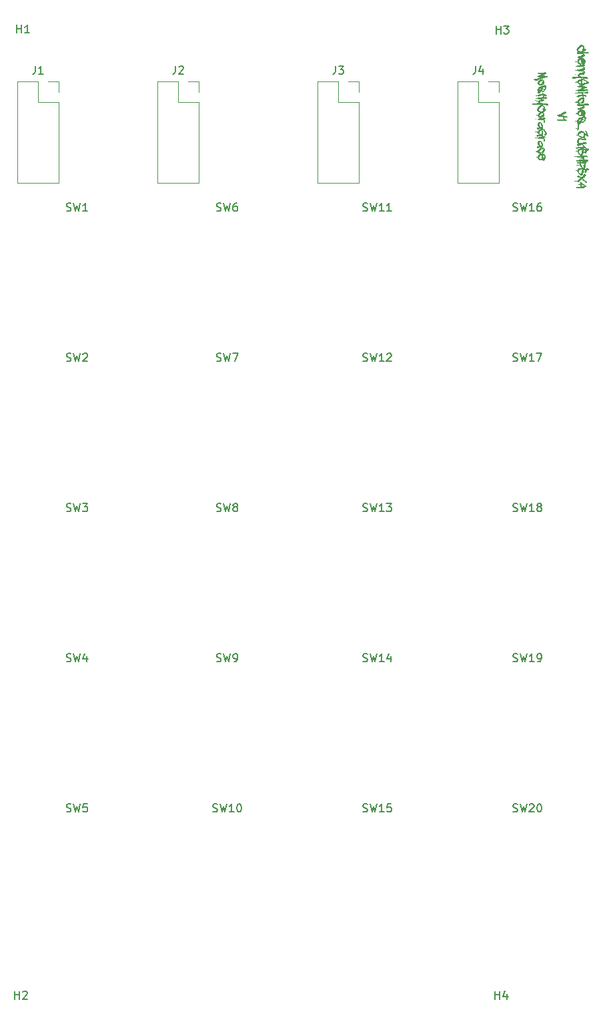
<source format=gto>
%TF.GenerationSoftware,KiCad,Pcbnew,8.0.6*%
%TF.CreationDate,2024-11-05T14:38:24+11:00*%
%TF.ProjectId,CherrySwitches_3U15HP5x4,43686572-7279-4537-9769-74636865735f,rev?*%
%TF.SameCoordinates,Original*%
%TF.FileFunction,Legend,Top*%
%TF.FilePolarity,Positive*%
%FSLAX46Y46*%
G04 Gerber Fmt 4.6, Leading zero omitted, Abs format (unit mm)*
G04 Created by KiCad (PCBNEW 8.0.6) date 2024-11-05 14:38:24*
%MOMM*%
%LPD*%
G01*
G04 APERTURE LIST*
%ADD10C,0.300000*%
%ADD11C,0.150000*%
%ADD12C,0.120000*%
%ADD13O,4.800000X3.200000*%
%ADD14R,1.700000X1.700000*%
%ADD15O,1.700000X1.700000*%
G04 APERTURE END LIST*
D10*
G36*
X73474568Y-7869061D02*
G01*
X73478964Y-7838653D01*
X73493252Y-7799452D01*
X73510471Y-7765380D01*
X73526958Y-7731675D01*
X73539780Y-7712257D01*
X73559930Y-7681849D01*
X73581180Y-7650342D01*
X73595468Y-7629459D01*
X73605726Y-7615171D01*
X73621113Y-7597219D01*
X73635035Y-7580366D01*
X73644561Y-7570108D01*
X73816752Y-7400848D01*
X73834704Y-7387658D01*
X73847893Y-7378499D01*
X73858884Y-7368974D01*
X73880133Y-7356151D01*
X73897718Y-7343695D01*
X73920799Y-7331238D01*
X73939117Y-7327575D01*
X73957436Y-7318782D01*
X73984913Y-7314752D01*
X74005429Y-7310356D01*
X74047195Y-7310356D01*
X74085297Y-7310356D01*
X74110942Y-7314386D01*
X74136588Y-7318782D01*
X74165531Y-7332337D01*
X74201801Y-7350656D01*
X74234407Y-7367508D01*
X74257488Y-7378499D01*
X74275440Y-7398649D01*
X74308413Y-7430889D01*
X74344683Y-7466060D01*
X74371427Y-7493904D01*
X74385349Y-7512589D01*
X74399637Y-7534937D01*
X74413926Y-7569375D01*
X74430778Y-7603081D01*
X74443967Y-7639351D01*
X74457157Y-7674888D01*
X74457157Y-7700534D01*
X74458256Y-7737536D01*
X74459721Y-7775638D01*
X74452760Y-7793590D01*
X74478039Y-7785896D01*
X74508081Y-7788461D01*
X74535192Y-7799452D01*
X74561570Y-7815206D01*
X74591246Y-7843782D01*
X74623120Y-7874557D01*
X74647300Y-7921818D01*
X74647300Y-7939037D01*
X74647300Y-7954058D01*
X74639606Y-7967247D01*
X74630080Y-7979337D01*
X74621654Y-7989595D01*
X74609930Y-7995823D01*
X74596009Y-8001685D01*
X74583919Y-8004982D01*
X74565234Y-8015607D01*
X74548015Y-8026231D01*
X74516874Y-8055541D01*
X74466682Y-8105366D01*
X74413559Y-8156657D01*
X74373992Y-8185600D01*
X74370328Y-8202819D01*
X74348346Y-8229197D01*
X74326731Y-8254843D01*
X74313908Y-8271695D01*
X74296689Y-8288915D01*
X74272143Y-8312362D01*
X74248329Y-8334344D01*
X74231110Y-8350097D01*
X74216089Y-8358524D01*
X74195572Y-8364752D01*
X74182017Y-8357791D01*
X74173224Y-8353395D01*
X74167362Y-8351929D01*
X74155272Y-8348998D01*
X74148311Y-8344968D01*
X74135122Y-8339473D01*
X74121933Y-8325185D01*
X74105447Y-8307599D01*
X74087861Y-8291113D01*
X74075771Y-8280122D01*
X74063681Y-8255942D01*
X74052324Y-8228831D01*
X74052324Y-8210146D01*
X74052324Y-8188531D01*
X74065147Y-8169846D01*
X74083465Y-8146765D01*
X74101050Y-8123684D01*
X74111675Y-8107931D01*
X74138786Y-8070195D01*
X74159302Y-8040886D01*
X74174323Y-8010844D01*
X74189344Y-7974208D01*
X74201801Y-7940869D01*
X74213891Y-7909361D01*
X74213891Y-7905331D01*
X74098852Y-7905331D01*
X74098852Y-7861367D01*
X74224515Y-7861367D01*
X74224882Y-7862833D01*
X74202533Y-7854407D01*
X74172491Y-7843416D01*
X74151609Y-7822533D01*
X74179086Y-7804947D01*
X74193741Y-7796155D01*
X74229644Y-7790659D01*
X74253092Y-7785530D01*
X74256389Y-7762083D01*
X74260419Y-7732041D01*
X74260419Y-7664630D01*
X74260419Y-7607843D01*
X74254923Y-7596120D01*
X74244299Y-7574504D01*
X74234041Y-7550691D01*
X74224882Y-7530907D01*
X74217188Y-7523213D01*
X74206563Y-7517351D01*
X74198870Y-7512589D01*
X74139885Y-7512589D01*
X74087861Y-7512589D01*
X74075039Y-7521015D01*
X74061117Y-7529075D01*
X74050126Y-7534571D01*
X74029609Y-7545561D01*
X74015321Y-7557651D01*
X73999934Y-7569009D01*
X73980517Y-7586594D01*
X73959634Y-7604912D01*
X73943147Y-7617369D01*
X73929226Y-7628726D01*
X73906877Y-7652173D01*
X73881598Y-7677086D01*
X73862914Y-7693573D01*
X73851923Y-7706395D01*
X73831773Y-7729476D01*
X73811623Y-7753656D01*
X73800632Y-7772707D01*
X73780115Y-7795788D01*
X73760332Y-7817037D01*
X73751173Y-7831326D01*
X73738716Y-7852941D01*
X73726626Y-7874557D01*
X73717833Y-7888845D01*
X73702446Y-7917788D01*
X73685960Y-7952592D01*
X73681563Y-7961385D01*
X73677900Y-7970544D01*
X73674236Y-7981169D01*
X73674236Y-8023300D01*
X73674236Y-8060303D01*
X73672038Y-8059571D01*
X73681930Y-8062501D01*
X73699882Y-8070561D01*
X73720398Y-8076423D01*
X73743845Y-8079354D01*
X73759965Y-8084850D01*
X73784145Y-8089612D01*
X73808692Y-8092543D01*
X73823713Y-8093642D01*
X73848992Y-8098772D01*
X73868409Y-8103901D01*
X73888926Y-8110495D01*
X73899184Y-8123684D01*
X73913838Y-8130279D01*
X73935820Y-8151162D01*
X73955970Y-8170579D01*
X73970991Y-8184867D01*
X73976853Y-8198056D01*
X73976120Y-8214543D01*
X73984547Y-8219672D01*
X73989676Y-8226999D01*
X73999934Y-8250446D01*
X73981249Y-8271329D01*
X73961466Y-8283419D01*
X73919334Y-8283419D01*
X73881232Y-8283419D01*
X73849725Y-8279389D01*
X73804295Y-8275359D01*
X73781947Y-8265834D01*
X73762163Y-8258873D01*
X73735785Y-8249347D01*
X73707942Y-8238356D01*
X73678266Y-8226266D01*
X73658849Y-8208314D01*
X73640164Y-8205017D01*
X73618182Y-8191462D01*
X73594735Y-8172044D01*
X73572387Y-8154825D01*
X73552969Y-8136507D01*
X73533919Y-8113792D01*
X73513036Y-8087414D01*
X73508639Y-8077522D01*
X73503144Y-8069829D01*
X73494718Y-8057739D01*
X73488123Y-8044916D01*
X73480429Y-8026598D01*
X73472736Y-8007913D01*
X73476033Y-7996556D01*
X73466141Y-7986298D01*
X73463577Y-7981535D01*
X73440129Y-7971643D01*
X73428772Y-7961751D01*
X73422544Y-7937571D01*
X73445258Y-7935007D01*
X73461012Y-7927313D01*
X73460646Y-7935007D01*
X73460646Y-7931709D01*
X73459547Y-7930244D01*
X73413018Y-7930244D01*
X73338844Y-7930244D01*
X73330586Y-7930244D01*
X73255291Y-7930244D01*
X73248154Y-7930244D01*
X73195032Y-7930244D01*
X73156930Y-7924382D01*
X73109669Y-7918520D01*
X73078161Y-7906430D01*
X73055447Y-7900935D01*
X73041525Y-7891043D01*
X73034198Y-7875289D01*
X73474568Y-7869061D01*
G37*
G36*
X74887635Y-8217474D02*
G01*
X74898992Y-8222603D01*
X74914379Y-8225900D01*
X74931598Y-8243119D01*
X74946986Y-8248615D01*
X74968235Y-8268765D01*
X74987286Y-8287083D01*
X75000108Y-8307599D01*
X75003039Y-8327383D01*
X75016595Y-8335076D01*
X75027586Y-8358890D01*
X75027586Y-8368782D01*
X75027586Y-8377941D01*
X74997544Y-8409815D01*
X74982523Y-8417142D01*
X74971166Y-8421172D01*
X74937460Y-8429965D01*
X74901556Y-8435094D01*
X74851731Y-8435094D01*
X74775766Y-8435094D01*
X74750248Y-8435094D01*
X74676186Y-8435094D01*
X74622387Y-8435094D01*
X74548803Y-8435094D01*
X74495258Y-8435094D01*
X74421947Y-8435094D01*
X74393775Y-8435094D01*
X74351644Y-8427767D01*
X74366665Y-8433995D01*
X74387181Y-8457076D01*
X74407331Y-8482355D01*
X74419055Y-8499208D01*
X74432244Y-8514961D01*
X74447997Y-8535844D01*
X74453127Y-8549766D01*
X74458622Y-8566252D01*
X74460087Y-8572481D01*
X74464117Y-8581273D01*
X74471445Y-8595561D01*
X74471445Y-8642822D01*
X74471445Y-8683489D01*
X74446166Y-8732948D01*
X74416856Y-8764455D01*
X74387181Y-8792299D01*
X74358605Y-8810251D01*
X74326364Y-8826005D01*
X74312076Y-8832966D01*
X74288263Y-8843590D01*
X74262617Y-8854215D01*
X74240635Y-8862275D01*
X74225248Y-8867037D01*
X74197404Y-8877662D01*
X74163699Y-8887187D01*
X74139519Y-8893049D01*
X74125230Y-8899277D01*
X74102516Y-8907704D01*
X74079069Y-8915397D01*
X74059651Y-8919061D01*
X74020084Y-8927121D01*
X73950841Y-8945073D01*
X73881232Y-8963758D01*
X73840932Y-8975848D01*
X73827010Y-8979878D01*
X73803196Y-8986839D01*
X73776818Y-8993433D01*
X73762896Y-8993799D01*
X73736518Y-9004058D01*
X73711972Y-9007355D01*
X73705377Y-9007355D01*
X73703545Y-9007355D01*
X73677533Y-8999295D01*
X73647858Y-8986106D01*
X73630639Y-8974748D01*
X73613786Y-8963391D01*
X73606092Y-8957529D01*
X73598765Y-8941776D01*
X73590339Y-8928953D01*
X73581180Y-8915764D01*
X73572387Y-8884989D01*
X73563594Y-8880959D01*
X73560663Y-8863374D01*
X73563594Y-8843590D01*
X73569456Y-8837728D01*
X73572753Y-8826737D01*
X73574585Y-8823074D01*
X73587041Y-8813548D01*
X73596933Y-8810251D01*
X73610489Y-8802924D01*
X73626242Y-8798527D01*
X73644194Y-8794497D01*
X73693653Y-8779843D01*
X73766451Y-8761914D01*
X73780848Y-8758594D01*
X73852698Y-8741329D01*
X73868043Y-8737344D01*
X73917502Y-8725254D01*
X73956703Y-8712432D01*
X73998102Y-8699609D01*
X74018252Y-8693014D01*
X74047928Y-8683855D01*
X74079069Y-8672864D01*
X74103615Y-8667003D01*
X74127062Y-8657111D01*
X74157837Y-8641723D01*
X74156738Y-8642822D01*
X74169194Y-8639525D01*
X74177254Y-8632198D01*
X74194473Y-8619375D01*
X74217554Y-8619742D01*
X74034006Y-8631465D01*
X74079801Y-8598126D01*
X74113140Y-8586036D01*
X74140984Y-8583471D01*
X74182017Y-8580907D01*
X74223416Y-8578709D01*
X74246497Y-8576877D01*
X74259320Y-8572114D01*
X74262983Y-8564787D01*
X74271043Y-8550499D01*
X74283500Y-8546835D01*
X74268479Y-8542805D01*
X74257854Y-8529616D01*
X74223782Y-8519358D01*
X74192275Y-8512397D01*
X73646392Y-8512397D01*
X73621113Y-8506901D01*
X73594735Y-8497742D01*
X73570189Y-8487118D01*
X73545642Y-8472097D01*
X73517799Y-8445352D01*
X73486658Y-8413478D01*
X73473835Y-8394794D01*
X73463210Y-8373178D01*
X73463210Y-8343869D01*
X73463210Y-8312728D01*
X73475667Y-8296975D01*
X73489588Y-8290380D01*
X73502411Y-8282320D01*
X73528423Y-8277924D01*
X73553336Y-8273894D01*
X73598765Y-8268398D01*
X73645293Y-8263269D01*
X73684861Y-8257774D01*
X73743845Y-8252645D01*
X73801364Y-8249714D01*
X73839100Y-8248615D01*
X73888559Y-8247515D01*
X73962851Y-8245873D01*
X73975021Y-8245684D01*
X74049863Y-8244441D01*
X74080900Y-8243852D01*
X74155030Y-8242341D01*
X74186780Y-8241654D01*
X74261210Y-8239799D01*
X74272875Y-8239455D01*
X74321602Y-8238356D01*
X74362635Y-8237257D01*
X74438609Y-8235694D01*
X74451295Y-8235425D01*
X74526637Y-8233914D01*
X74563402Y-8233227D01*
X74639587Y-8231785D01*
X74676975Y-8231029D01*
X74751932Y-8228759D01*
X74766002Y-8228098D01*
X74803371Y-8230663D01*
X74810698Y-8223702D01*
X74810698Y-8225534D01*
X74815094Y-8225900D01*
X74825719Y-8217474D01*
X74857226Y-8217474D01*
X74887635Y-8217474D01*
G37*
G36*
X74157837Y-8945806D02*
G01*
X74188245Y-8949836D01*
X74228912Y-8961926D01*
X74272143Y-8976947D01*
X74273242Y-8985373D01*
X74292659Y-8990502D01*
X74313542Y-9000028D01*
X74331860Y-9008088D01*
X74350178Y-9020544D01*
X74366298Y-9033733D01*
X74389013Y-9050586D01*
X74410628Y-9063409D01*
X74431511Y-9085024D01*
X74443967Y-9104808D01*
X74464850Y-9120928D01*
X74482069Y-9149504D01*
X74506616Y-9182477D01*
X74524201Y-9220213D01*
X74539955Y-9255384D01*
X74545084Y-9270404D01*
X74556808Y-9288356D01*
X74560838Y-9317665D01*
X74565234Y-9339281D01*
X74565234Y-9400097D01*
X74565234Y-9463112D01*
X74560838Y-9492788D01*
X74556808Y-9537118D01*
X74545817Y-9566427D01*
X74540321Y-9591340D01*
X74530429Y-9626877D01*
X74518339Y-9661682D01*
X74509547Y-9679267D01*
X74497090Y-9707111D01*
X74483535Y-9735687D01*
X74474376Y-9756203D01*
X74460454Y-9779284D01*
X74444700Y-9793573D01*
X74425283Y-9817753D01*
X74400736Y-9840467D01*
X74378022Y-9855488D01*
X74350545Y-9867578D01*
X74319037Y-9867578D01*
X74279470Y-9867578D01*
X74262983Y-9862815D01*
X74249428Y-9856587D01*
X74242467Y-9851092D01*
X74228179Y-9848161D01*
X74214257Y-9839002D01*
X74193008Y-9825080D01*
X74168461Y-9806762D01*
X74149411Y-9789909D01*
X74128161Y-9771591D01*
X74110210Y-9743747D01*
X74103249Y-9718834D01*
X74089327Y-9715903D01*
X74076504Y-9693922D01*
X74065147Y-9671940D01*
X74056720Y-9652156D01*
X74052324Y-9633838D01*
X74047928Y-9614787D01*
X74039501Y-9591706D01*
X74034739Y-9569724D01*
X74032540Y-9547009D01*
X74030342Y-9511106D01*
X74028144Y-9475935D01*
X74025946Y-9455052D01*
X74025946Y-9397899D01*
X74025946Y-9364926D01*
X74231476Y-9364926D01*
X74231476Y-9517700D01*
X74231476Y-9625778D01*
X74238803Y-9658751D01*
X74254923Y-9634571D01*
X74283500Y-9603063D01*
X74290827Y-9592072D01*
X74303650Y-9567892D01*
X74316839Y-9540415D01*
X74324166Y-9521730D01*
X74327830Y-9508175D01*
X74335524Y-9485827D01*
X74342484Y-9466043D01*
X74345049Y-9452488D01*
X74356040Y-9420614D01*
X74361902Y-9398266D01*
X74361902Y-9313635D01*
X74361902Y-9230471D01*
X74348346Y-9208855D01*
X74336989Y-9185774D01*
X74334058Y-9183210D01*
X74338088Y-9184309D01*
X74331127Y-9172585D01*
X74307680Y-9167822D01*
X74285332Y-9155000D01*
X74269212Y-9150603D01*
X74256389Y-9139612D01*
X74255290Y-9137048D01*
X74261518Y-9152069D01*
X74260419Y-9183210D01*
X74260419Y-9215816D01*
X74260419Y-9239630D01*
X74254191Y-9259047D01*
X74247963Y-9274068D01*
X74236972Y-9321329D01*
X74231476Y-9364926D01*
X74025946Y-9364926D01*
X74025946Y-9340746D01*
X74028144Y-9309605D01*
X74030342Y-9257582D01*
X74036204Y-9206291D01*
X74042432Y-9180279D01*
X74042432Y-9161594D01*
X74049759Y-9149138D01*
X74037669Y-9161594D01*
X74020817Y-9166723D01*
X73988577Y-9182111D01*
X73955237Y-9198963D01*
X73932157Y-9213252D01*
X73914205Y-9220213D01*
X73900649Y-9238531D01*
X73872073Y-9266374D01*
X73844229Y-9294218D01*
X73823713Y-9318032D01*
X73811989Y-9326825D01*
X73801731Y-9346242D01*
X73785244Y-9378116D01*
X73770956Y-9408524D01*
X73765461Y-9424644D01*
X73759965Y-9441130D01*
X73751905Y-9480331D01*
X73744578Y-9514037D01*
X73744578Y-9541880D01*
X73744578Y-9575952D01*
X73751173Y-9599400D01*
X73757034Y-9621015D01*
X73763263Y-9627243D01*
X73897718Y-9627243D01*
X73913838Y-9631640D01*
X73927027Y-9636036D01*
X73938385Y-9640799D01*
X73936919Y-9640799D01*
X73949742Y-9644829D01*
X73960000Y-9648492D01*
X74020084Y-9702714D01*
X74034739Y-9725429D01*
X74049393Y-9753273D01*
X74049393Y-9763897D01*
X74049393Y-9778918D01*
X74031441Y-9797236D01*
X74014955Y-9805296D01*
X73990042Y-9813356D01*
X73956703Y-9820684D01*
X73915304Y-9820684D01*
X73871706Y-9820684D01*
X73841665Y-9812624D01*
X73815653Y-9808227D01*
X73802097Y-9803464D01*
X73780482Y-9793573D01*
X73757767Y-9781483D01*
X73742746Y-9771591D01*
X73720398Y-9759134D01*
X73710872Y-9742282D01*
X73691089Y-9733123D01*
X73666909Y-9709309D01*
X73641996Y-9685129D01*
X73630272Y-9667910D01*
X73613786Y-9656186D01*
X73599498Y-9634937D01*
X73588140Y-9612222D01*
X73576050Y-9588042D01*
X73566159Y-9559466D01*
X73550771Y-9533454D01*
X73545642Y-9521730D01*
X73547474Y-9510739D01*
X73506808Y-9516968D01*
X73437565Y-9515869D01*
X73366856Y-9512571D01*
X73321427Y-9507076D01*
X73293217Y-9503779D01*
X73263542Y-9492421D01*
X73252551Y-9489857D01*
X73204923Y-9487658D01*
X73269037Y-9456151D01*
X73301644Y-9451388D01*
X73341944Y-9448457D01*
X73403493Y-9445527D01*
X73411275Y-9445250D01*
X73388472Y-9433437D01*
X73408988Y-9398632D01*
X73546375Y-9402662D01*
X73545276Y-9388740D01*
X73552603Y-9360896D01*
X73559930Y-9332320D01*
X73565060Y-9313635D01*
X73568357Y-9298981D01*
X73576417Y-9277732D01*
X73584110Y-9256483D01*
X73588873Y-9243294D01*
X73596567Y-9222044D01*
X73611221Y-9192369D01*
X73624044Y-9178447D01*
X73636867Y-9161594D01*
X73655551Y-9139979D01*
X73665443Y-9116898D01*
X73694386Y-9093451D01*
X73714903Y-9063775D01*
X73740548Y-9050952D01*
X73766560Y-9032268D01*
X73783779Y-9020544D01*
X73801364Y-9009187D01*
X73816752Y-9000394D01*
X73838734Y-8990502D01*
X73858884Y-8982076D01*
X73868775Y-8975481D01*
X73905412Y-8961926D01*
X73945346Y-8949836D01*
X73979784Y-8945806D01*
X74013856Y-8941409D01*
X74071741Y-8941409D01*
X74129627Y-8941409D01*
X74157837Y-8945806D01*
G37*
G36*
X73576783Y-10003133D02*
G01*
X73564693Y-10006064D01*
X73561396Y-10004965D01*
X73528057Y-9995806D01*
X73451639Y-9991048D01*
X73448189Y-9991043D01*
X73512303Y-9957704D01*
X73548939Y-9953674D01*
X73581912Y-9945614D01*
X73606825Y-9936821D01*
X73629540Y-9935356D01*
X73641630Y-9920335D01*
X73665077Y-9913740D01*
X73682296Y-9908977D01*
X73711239Y-9903116D01*
X73736884Y-9897254D01*
X73753371Y-9891758D01*
X73778284Y-9889926D01*
X73814554Y-9885164D01*
X73851923Y-9879302D01*
X73877935Y-9874539D01*
X73931424Y-9865014D01*
X74005079Y-9852977D01*
X74023381Y-9849993D01*
X74097083Y-9839089D01*
X74116438Y-9836437D01*
X74168828Y-9830575D01*
X74188612Y-9825813D01*
X74224515Y-9818852D01*
X74260053Y-9811891D01*
X74284233Y-9806395D01*
X74298521Y-9802365D01*
X74315374Y-9806029D01*
X74324533Y-9788077D01*
X74351277Y-9776720D01*
X74380586Y-9776720D01*
X74408064Y-9776720D01*
X74426748Y-9780750D01*
X74443967Y-9784780D01*
X74463751Y-9797603D01*
X74482069Y-9808960D01*
X74502586Y-9825080D01*
X74521637Y-9843398D01*
X74533360Y-9863182D01*
X74532994Y-9884065D01*
X74545817Y-9889194D01*
X74555342Y-9911542D01*
X74555342Y-9921800D01*
X74555342Y-9930227D01*
X74540321Y-9946713D01*
X74527498Y-9960635D01*
X74513210Y-9967229D01*
X74497090Y-9963566D01*
X74485000Y-9979686D01*
X74464850Y-9985181D01*
X74447265Y-9989944D01*
X74420886Y-9997638D01*
X74394508Y-10005331D01*
X74373992Y-10011193D01*
X74343950Y-10016688D01*
X74321602Y-10012292D01*
X74342118Y-10018887D01*
X74368863Y-10047463D01*
X74394875Y-10075307D01*
X74417589Y-10095823D01*
X74431511Y-10119270D01*
X74448730Y-10144550D01*
X74462286Y-10163967D01*
X74472910Y-10179721D01*
X74485367Y-10209396D01*
X74497090Y-10240171D01*
X74504418Y-10280471D01*
X74506616Y-10316374D01*
X74506616Y-10330663D01*
X74505517Y-10356675D01*
X74502219Y-10381954D01*
X74498189Y-10397707D01*
X74488297Y-10422986D01*
X74472910Y-10450097D01*
X74458622Y-10467317D01*
X74438838Y-10480139D01*
X74412094Y-10480139D01*
X74374725Y-10480139D01*
X74351277Y-10470247D01*
X74333325Y-10453028D01*
X74309145Y-10428848D01*
X74291560Y-10409431D01*
X74239903Y-10409431D01*
X74165240Y-10409431D01*
X74157104Y-10409431D01*
X74082058Y-10409431D01*
X74074672Y-10409431D01*
X74020817Y-10409431D01*
X73998835Y-10408332D01*
X73966961Y-10404668D01*
X73936553Y-10398440D01*
X73917502Y-10393677D01*
X73891124Y-10387815D01*
X73870607Y-10370596D01*
X74270311Y-10358873D01*
X74274341Y-10355209D01*
X74283133Y-10357774D01*
X74275806Y-10349714D01*
X74275806Y-10343852D01*
X74271043Y-10340188D01*
X74264449Y-10334326D01*
X74257854Y-10332494D01*
X74241734Y-10329930D01*
X74223050Y-10326633D01*
X74208762Y-10324434D01*
X74195206Y-10317840D01*
X74177621Y-10315642D01*
X74161501Y-10284501D01*
X74187146Y-10269480D01*
X74213524Y-10263984D01*
X74249794Y-10261786D01*
X74282401Y-10259954D01*
X74304749Y-10255558D01*
X74306947Y-10256291D01*
X74307314Y-10248231D01*
X74307314Y-10206099D01*
X74307314Y-10172760D01*
X74300719Y-10160303D01*
X74293758Y-10153709D01*
X74260053Y-10141985D01*
X74230377Y-10133559D01*
X74097020Y-10133559D01*
X73963664Y-10133559D01*
X73942048Y-10133559D01*
X73902481Y-10136123D01*
X73862181Y-10141619D01*
X73839100Y-10144183D01*
X73781947Y-10144183D01*
X73731389Y-10144183D01*
X73717101Y-10137222D01*
X73705377Y-10132460D01*
X73699515Y-10130628D01*
X73685960Y-10123300D01*
X73673137Y-10120003D01*
X73652621Y-10103883D01*
X73635768Y-10091793D01*
X73612687Y-10076039D01*
X73591071Y-10059553D01*
X73543444Y-10058088D01*
X73468335Y-10058088D01*
X73465775Y-10058088D01*
X73391693Y-10058088D01*
X73387006Y-10058088D01*
X73334616Y-10055157D01*
X73314100Y-10052226D01*
X73285157Y-10048196D01*
X73258046Y-10044166D01*
X73242659Y-10041601D01*
X73225806Y-10034274D01*
X73204191Y-10002034D01*
X73253284Y-9996538D01*
X73286989Y-9991409D01*
X73576783Y-10003133D01*
G37*
G36*
X73576783Y-10524836D02*
G01*
X73564693Y-10527767D01*
X73561396Y-10526668D01*
X73528057Y-10517508D01*
X73451639Y-10512750D01*
X73448189Y-10512746D01*
X73512303Y-10479407D01*
X73548939Y-10475377D01*
X73581912Y-10467317D01*
X73606825Y-10458524D01*
X73629540Y-10457058D01*
X73641630Y-10442037D01*
X73665077Y-10435443D01*
X73682296Y-10430680D01*
X73711239Y-10424818D01*
X73736884Y-10418956D01*
X73753371Y-10413461D01*
X73778284Y-10411629D01*
X73814554Y-10406866D01*
X73851923Y-10401005D01*
X73877935Y-10396242D01*
X73931424Y-10386716D01*
X74005079Y-10374679D01*
X74023381Y-10371695D01*
X74097083Y-10360792D01*
X74116438Y-10358140D01*
X74168828Y-10352278D01*
X74188612Y-10347515D01*
X74224515Y-10340554D01*
X74260053Y-10333594D01*
X74284233Y-10328098D01*
X74298521Y-10324068D01*
X74315374Y-10327732D01*
X74324533Y-10309780D01*
X74351277Y-10298423D01*
X74380586Y-10298423D01*
X74408064Y-10298423D01*
X74426748Y-10302453D01*
X74443967Y-10306483D01*
X74463751Y-10319305D01*
X74482069Y-10330663D01*
X74502586Y-10346783D01*
X74521637Y-10365101D01*
X74533360Y-10384885D01*
X74532994Y-10405767D01*
X74545817Y-10410896D01*
X74555342Y-10433245D01*
X74555342Y-10443503D01*
X74555342Y-10451929D01*
X74540321Y-10468416D01*
X74527498Y-10482337D01*
X74513210Y-10488932D01*
X74497090Y-10485268D01*
X74485000Y-10501388D01*
X74464850Y-10506884D01*
X74447265Y-10511647D01*
X74420886Y-10519340D01*
X74394508Y-10527034D01*
X74373992Y-10532896D01*
X74343950Y-10538391D01*
X74321602Y-10533995D01*
X74342118Y-10540589D01*
X74368863Y-10569166D01*
X74394875Y-10597009D01*
X74417589Y-10617526D01*
X74431511Y-10640973D01*
X74448730Y-10666252D01*
X74462286Y-10685670D01*
X74472910Y-10701423D01*
X74485367Y-10731099D01*
X74497090Y-10761873D01*
X74504418Y-10802173D01*
X74506616Y-10838077D01*
X74506616Y-10852365D01*
X74505517Y-10878377D01*
X74502219Y-10903656D01*
X74498189Y-10919410D01*
X74488297Y-10944689D01*
X74472910Y-10971800D01*
X74458622Y-10989019D01*
X74438838Y-11001842D01*
X74412094Y-11001842D01*
X74374725Y-11001842D01*
X74351277Y-10991950D01*
X74333325Y-10974731D01*
X74309145Y-10950551D01*
X74291560Y-10931134D01*
X74239903Y-10931134D01*
X74165240Y-10931134D01*
X74157104Y-10931134D01*
X74082058Y-10931134D01*
X74074672Y-10931134D01*
X74020817Y-10931134D01*
X73998835Y-10930035D01*
X73966961Y-10926371D01*
X73936553Y-10920143D01*
X73917502Y-10915380D01*
X73891124Y-10909518D01*
X73870607Y-10892299D01*
X74270311Y-10880575D01*
X74274341Y-10876912D01*
X74283133Y-10879476D01*
X74275806Y-10871416D01*
X74275806Y-10865554D01*
X74271043Y-10861891D01*
X74264449Y-10856029D01*
X74257854Y-10854197D01*
X74241734Y-10851633D01*
X74223050Y-10848335D01*
X74208762Y-10846137D01*
X74195206Y-10839543D01*
X74177621Y-10837344D01*
X74161501Y-10806203D01*
X74187146Y-10791183D01*
X74213524Y-10785687D01*
X74249794Y-10783489D01*
X74282401Y-10781657D01*
X74304749Y-10777261D01*
X74306947Y-10777993D01*
X74307314Y-10769933D01*
X74307314Y-10727802D01*
X74307314Y-10694462D01*
X74300719Y-10682006D01*
X74293758Y-10675411D01*
X74260053Y-10663688D01*
X74230377Y-10655261D01*
X74097020Y-10655261D01*
X73963664Y-10655261D01*
X73942048Y-10655261D01*
X73902481Y-10657826D01*
X73862181Y-10663321D01*
X73839100Y-10665886D01*
X73781947Y-10665886D01*
X73731389Y-10665886D01*
X73717101Y-10658925D01*
X73705377Y-10654162D01*
X73699515Y-10652330D01*
X73685960Y-10645003D01*
X73673137Y-10641706D01*
X73652621Y-10625586D01*
X73635768Y-10613496D01*
X73612687Y-10597742D01*
X73591071Y-10581256D01*
X73543444Y-10579790D01*
X73468335Y-10579790D01*
X73465775Y-10579790D01*
X73391693Y-10579790D01*
X73387006Y-10579790D01*
X73334616Y-10576859D01*
X73314100Y-10573929D01*
X73285157Y-10569899D01*
X73258046Y-10565869D01*
X73242659Y-10563304D01*
X73225806Y-10555977D01*
X73204191Y-10523737D01*
X73253284Y-10518241D01*
X73286989Y-10513112D01*
X73576783Y-10524836D01*
G37*
G36*
X72935279Y-11371137D02*
G01*
X72960192Y-11379930D01*
X72972648Y-11388723D01*
X72969351Y-11387624D01*
X72981808Y-11390921D01*
X72988036Y-11393119D01*
X72997561Y-11395317D01*
X73003423Y-11397515D01*
X73003789Y-11397515D01*
X73020642Y-11393119D01*
X73069369Y-11393119D01*
X73139711Y-11389822D01*
X73211152Y-11382861D01*
X73260244Y-11381762D01*
X73276731Y-11380296D01*
X73307505Y-11379197D01*
X73339013Y-11377732D01*
X73356232Y-11376633D01*
X73418880Y-11365275D01*
X73492331Y-11359877D01*
X73522928Y-11359414D01*
X73599045Y-11359414D01*
X73626975Y-11359414D01*
X73688524Y-11359414D01*
X73691455Y-11364909D01*
X73677167Y-11353918D01*
X73657383Y-11324609D01*
X73637966Y-11296399D01*
X73622945Y-11278813D01*
X73618182Y-11265258D01*
X73608290Y-11237414D01*
X73598399Y-11211036D01*
X73591804Y-11197114D01*
X73588873Y-11179895D01*
X73572387Y-11179162D01*
X73557366Y-11174400D01*
X73549672Y-11155349D01*
X73560663Y-11152051D01*
X73550405Y-11154982D01*
X73544543Y-11151685D01*
X73509006Y-11137397D01*
X73452219Y-11124574D01*
X73393967Y-11111751D01*
X73355133Y-11102959D01*
X73297247Y-11082442D01*
X73264274Y-11068887D01*
X73240094Y-11055331D01*
X73222143Y-11050568D01*
X73186972Y-11016130D01*
X73612321Y-11091601D01*
X73611954Y-11078046D01*
X73623311Y-11067055D01*
X73642362Y-11049469D01*
X73669107Y-11027121D01*
X73696584Y-11006971D01*
X73717101Y-10993782D01*
X73743479Y-10983524D01*
X73783413Y-10960443D01*
X73807593Y-10960809D01*
X73829575Y-10949818D01*
X73863646Y-10945422D01*
X73895886Y-10941026D01*
X73920066Y-10934797D01*
X73961832Y-10926005D01*
X74003964Y-10917945D01*
X74033273Y-10914647D01*
X74047561Y-10912449D01*
X74072474Y-10908419D01*
X74098120Y-10903656D01*
X74117170Y-10901458D01*
X74137687Y-10898894D01*
X74149411Y-10906954D01*
X74168828Y-10891566D01*
X74193008Y-10882041D01*
X74224515Y-10886071D01*
X74253092Y-10890467D01*
X74267380Y-10890467D01*
X74287896Y-10892665D01*
X74321968Y-10895230D01*
X74332226Y-10915014D01*
X74351277Y-10928936D01*
X74373992Y-10951284D01*
X74395241Y-10975097D01*
X74405866Y-10998178D01*
X74403301Y-11020893D01*
X74415757Y-11033716D01*
X74423451Y-11057896D01*
X74413559Y-11074016D01*
X74402568Y-11084640D01*
X74386082Y-11097463D01*
X74365932Y-11099295D01*
X74348346Y-11101493D01*
X74323800Y-11101493D01*
X74286797Y-11101493D01*
X74251993Y-11101493D01*
X74234041Y-11101493D01*
X74217188Y-11104058D01*
X74188612Y-11107721D01*
X74160768Y-11109919D01*
X74147212Y-11109187D01*
X74127429Y-11115781D01*
X74100318Y-11119445D01*
X74076870Y-11122742D01*
X74062582Y-11125307D01*
X74046829Y-11128604D01*
X74018985Y-11135565D01*
X73990775Y-11142892D01*
X73975021Y-11146556D01*
X73950475Y-11152784D01*
X73917868Y-11163775D01*
X73886361Y-11173300D01*
X73866944Y-11178796D01*
X73852655Y-11190886D01*
X73840199Y-11202243D01*
X73830307Y-11213234D01*
X73814187Y-11225691D01*
X73798800Y-11227156D01*
X73803563Y-11227156D01*
X73803563Y-11231552D01*
X73805761Y-11239612D01*
X73798434Y-11249871D01*
X73811623Y-11244009D01*
X73838367Y-11253534D01*
X73867676Y-11265258D01*
X73896253Y-11280645D01*
X73920799Y-11290171D01*
X73950475Y-11298963D01*
X73963297Y-11303726D01*
X73984180Y-11311420D01*
X74003231Y-11319113D01*
X74013856Y-11322044D01*
X74039868Y-11329738D01*
X74071375Y-11339996D01*
X74099585Y-11348789D01*
X74112041Y-11352086D01*
X74135122Y-11359780D01*
X74152708Y-11364543D01*
X74169194Y-11370038D01*
X74209861Y-11374434D01*
X74240269Y-11379197D01*
X74293392Y-11379197D01*
X74367306Y-11379197D01*
X74393775Y-11379197D01*
X74469819Y-11379197D01*
X74493060Y-11379197D01*
X74545817Y-11379197D01*
X74560838Y-11381029D01*
X74596741Y-11387257D01*
X74637774Y-11396416D01*
X74669648Y-11405575D01*
X74689798Y-11407407D01*
X74726068Y-11412170D01*
X74763071Y-11418032D01*
X74797875Y-11421329D01*
X74807034Y-11436716D01*
X74833779Y-11444776D01*
X74843671Y-11464194D01*
X74857593Y-11484344D01*
X74873713Y-11504494D01*
X74877010Y-11519515D01*
X74891665Y-11538566D01*
X74899358Y-11567875D01*
X74899358Y-11582896D01*
X74891298Y-11590223D01*
X74893130Y-11585827D01*
X74879941Y-11607076D01*
X74857226Y-11619532D01*
X74832680Y-11617334D01*
X74811431Y-11617334D01*
X74794578Y-11617334D01*
X74774428Y-11617334D01*
X74750248Y-11617334D01*
X74718374Y-11617334D01*
X74664519Y-11614037D01*
X74590673Y-11607854D01*
X74561570Y-11605244D01*
X74487509Y-11598637D01*
X74433709Y-11593520D01*
X74360422Y-11586745D01*
X74306947Y-11581797D01*
X74233132Y-11575610D01*
X74204732Y-11573370D01*
X74153807Y-11570439D01*
X74123399Y-11570439D01*
X74070276Y-11567508D01*
X74013123Y-11564578D01*
X73966961Y-11566409D01*
X73928859Y-11564578D01*
X73864745Y-11564578D01*
X73795869Y-11564578D01*
X73748242Y-11558349D01*
X73726260Y-11564944D01*
X73687059Y-11570439D01*
X73649323Y-11570439D01*
X73624777Y-11570439D01*
X73577150Y-11570439D01*
X73502248Y-11570439D01*
X73493985Y-11570439D01*
X73419291Y-11570439D01*
X73412286Y-11570439D01*
X73367956Y-11572638D01*
X73340478Y-11577034D01*
X73296515Y-11583262D01*
X73253284Y-11590223D01*
X73225073Y-11593887D01*
X73195032Y-11593887D01*
X73144107Y-11596818D01*
X73093549Y-11604145D01*
X73062408Y-11608541D01*
X73043357Y-11605244D01*
X73022840Y-11601947D01*
X73004889Y-11596818D01*
X72992432Y-11593887D01*
X72965321Y-11585827D01*
X72938943Y-11568974D01*
X72928318Y-11556518D01*
X72914030Y-11536001D01*
X72900841Y-11516217D01*
X72889850Y-11503028D01*
X72883622Y-11481413D01*
X72877027Y-11460164D01*
X72877027Y-11446975D01*
X72878127Y-11435617D01*
X72879226Y-11429023D01*
X72882523Y-11407407D01*
X72885454Y-11387990D01*
X72903039Y-11371137D01*
X72935279Y-11371137D01*
G37*
G36*
X74121200Y-11580331D02*
G01*
X74147945Y-11584728D01*
X74177987Y-11596818D01*
X74219752Y-11611472D01*
X74260419Y-11625394D01*
X74284965Y-11633454D01*
X74327830Y-11655070D01*
X74377289Y-11680715D01*
X74410995Y-11695370D01*
X74465949Y-11718451D01*
X74521637Y-11741531D01*
X74558639Y-11756552D01*
X74609930Y-11786228D01*
X74659023Y-11823597D01*
X74709581Y-11858402D01*
X74768933Y-11883681D01*
X74782122Y-11892840D01*
X74803737Y-11906395D01*
X74827184Y-11921416D01*
X74840740Y-11936071D01*
X74858325Y-11939002D01*
X74883238Y-11951825D01*
X74907418Y-11973806D01*
X74925370Y-11991026D01*
X74950649Y-12013007D01*
X74977027Y-12039386D01*
X74983256Y-12053674D01*
X75002307Y-12071259D01*
X75005604Y-12085914D01*
X75010733Y-12099469D01*
X75010733Y-12141235D01*
X75010733Y-12185199D01*
X74982523Y-12210478D01*
X74966036Y-12223300D01*
X74945520Y-12236490D01*
X74918409Y-12243084D01*
X74888367Y-12252976D01*
X74853929Y-12267264D01*
X74816926Y-12277889D01*
X74803004Y-12280453D01*
X74779191Y-12287048D01*
X74753912Y-12294009D01*
X74733395Y-12297306D01*
X74712512Y-12302069D01*
X74685035Y-12307198D01*
X74651330Y-12314525D01*
X74605534Y-12325882D01*
X74563036Y-12335774D01*
X74538856Y-12342003D01*
X74512478Y-12350795D01*
X74480237Y-12359954D01*
X74438838Y-12368381D01*
X74406232Y-12373510D01*
X74354575Y-12373510D01*
X74328929Y-12373510D01*
X74311344Y-12367282D01*
X74298154Y-12357023D01*
X74273242Y-12341636D01*
X74250893Y-12327348D01*
X74231476Y-12305366D01*
X74210227Y-12281919D01*
X74205831Y-12261769D01*
X74205831Y-12269829D01*
X74191909Y-12305000D01*
X74177987Y-12346033D01*
X74153807Y-12371678D01*
X74123765Y-12397324D01*
X74099951Y-12409780D01*
X74072840Y-12420404D01*
X74014955Y-12420404D01*
X73946811Y-12420404D01*
X73929958Y-12416008D01*
X73911640Y-12411978D01*
X73895520Y-12404284D01*
X73874637Y-12393294D01*
X73853388Y-12380837D01*
X73838001Y-12372777D01*
X73821515Y-12364351D01*
X73812722Y-12357756D01*
X73802830Y-12352261D01*
X73777184Y-12329912D01*
X73760332Y-12314525D01*
X73746043Y-12306832D01*
X73733221Y-12293642D01*
X73719299Y-12277889D01*
X73700614Y-12255174D01*
X73684128Y-12234291D01*
X73675335Y-12223667D01*
X73661047Y-12204250D01*
X73646026Y-12183733D01*
X73639065Y-12168712D01*
X73624777Y-12145265D01*
X73610122Y-12120352D01*
X73598765Y-12104965D01*
X73596410Y-12101301D01*
X73586675Y-12101301D01*
X73567624Y-12101301D01*
X73537216Y-12101301D01*
X73485925Y-12101301D01*
X73436099Y-12106430D01*
X73406790Y-12111926D01*
X73330953Y-12111926D01*
X73256581Y-12111926D01*
X73238995Y-12108995D01*
X73214449Y-12104965D01*
X73190635Y-12100935D01*
X73148870Y-12098370D01*
X73201260Y-12065764D01*
X73231302Y-12056238D01*
X73295049Y-12049277D01*
X73370360Y-12045389D01*
X73388838Y-12045247D01*
X73462889Y-12045247D01*
X73482261Y-12045247D01*
X73540879Y-12045247D01*
X73550496Y-12043049D01*
X73416316Y-12043049D01*
X73416316Y-12002749D01*
X73782314Y-12002749D01*
X73782314Y-12068695D01*
X73782314Y-12121818D01*
X73784878Y-12129511D01*
X73795136Y-12147097D01*
X73806127Y-12166148D01*
X73817484Y-12180070D01*
X73828109Y-12192892D01*
X73836535Y-12202784D01*
X73857785Y-12212310D01*
X73879400Y-12221102D01*
X73907610Y-12221102D01*
X73938018Y-12221102D01*
X73955970Y-12212310D01*
X73973556Y-12203150D01*
X73983081Y-12188496D01*
X73991874Y-12167979D01*
X74000667Y-12145631D01*
X74002498Y-12117055D01*
X74002498Y-12088845D01*
X74002498Y-12058803D01*
X74002498Y-12028395D01*
X74002498Y-11989194D01*
X74002865Y-11954389D01*
X73995904Y-11940101D01*
X73992240Y-11925446D01*
X73994438Y-11918119D01*
X73967327Y-11918852D01*
X73939850Y-11915554D01*
X73925562Y-11915554D01*
X73907244Y-11917386D01*
X73881598Y-11922515D01*
X73859983Y-11929110D01*
X73834704Y-11946695D01*
X73813454Y-11959885D01*
X73788175Y-11983332D01*
X73784878Y-11994689D01*
X73782314Y-12002749D01*
X73416316Y-12002749D01*
X73416316Y-11990293D01*
X73567624Y-11969410D01*
X73572020Y-11936071D01*
X73580813Y-11896137D01*
X73584477Y-11877819D01*
X73591438Y-11859867D01*
X73603161Y-11834954D01*
X73618182Y-11810774D01*
X73633203Y-11796486D01*
X73643095Y-11785129D01*
X73653366Y-11774504D01*
X74174690Y-11774504D01*
X74179086Y-11794654D01*
X74178353Y-11836420D01*
X74178353Y-11877819D01*
X74180185Y-11907861D01*
X74181284Y-11920317D01*
X74184581Y-11944131D01*
X74187512Y-11971242D01*
X74188612Y-11987728D01*
X74193741Y-12010443D01*
X74199236Y-12040851D01*
X74203632Y-12067229D01*
X74205831Y-12081518D01*
X74205831Y-12182268D01*
X74205831Y-12222224D01*
X74207296Y-12218904D01*
X74210227Y-12206081D01*
X74229278Y-12194724D01*
X74245764Y-12195823D01*
X74258587Y-12185199D01*
X74272509Y-12176039D01*
X74305115Y-12171277D01*
X74329295Y-12166514D01*
X74350911Y-12166514D01*
X74385715Y-12163217D01*
X74422718Y-12159919D01*
X74443235Y-12159919D01*
X74466316Y-12153325D01*
X74486832Y-12149661D01*
X74501487Y-12147463D01*
X74549847Y-12130610D01*
X74590879Y-12113025D01*
X74631546Y-12102400D01*
X74672579Y-12092508D01*
X74699690Y-12083349D01*
X74733029Y-12071992D01*
X74742911Y-12068328D01*
X74710681Y-12068328D01*
X74669281Y-12068328D01*
X74644002Y-12068328D01*
X74608831Y-12063199D01*
X74579522Y-12045247D01*
X74597108Y-12028395D01*
X74616159Y-12023632D01*
X74636675Y-12019602D01*
X74667083Y-12017770D01*
X74696026Y-12014473D01*
X74711413Y-12018136D01*
X74672212Y-11997986D01*
X74460820Y-11997986D01*
X74424184Y-11976005D01*
X74460087Y-11947428D01*
X74613595Y-11955628D01*
X74594177Y-11941566D01*
X74573660Y-11927278D01*
X74558273Y-11919951D01*
X74531528Y-11906762D01*
X74480604Y-11883681D01*
X74422352Y-11857669D01*
X74377289Y-11838252D01*
X74357505Y-11826894D01*
X74342484Y-11817369D01*
X74308046Y-11805279D01*
X74266647Y-11790624D01*
X74226713Y-11776336D01*
X74209494Y-11763880D01*
X74193374Y-11774504D01*
X74174690Y-11774504D01*
X73653366Y-11774504D01*
X73653720Y-11774138D01*
X73670939Y-11765712D01*
X73687425Y-11753621D01*
X73715269Y-11740066D01*
X73737251Y-11733471D01*
X73758866Y-11723580D01*
X73784145Y-11717718D01*
X73857052Y-11717718D01*
X73914205Y-11717718D01*
X73948643Y-11728709D01*
X73969526Y-11748492D01*
X73963297Y-11730907D01*
X73965496Y-11697934D01*
X73967327Y-11664961D01*
X73969526Y-11642979D01*
X73975021Y-11625760D01*
X73985279Y-11614403D01*
X73994805Y-11602313D01*
X74002865Y-11584361D01*
X74025946Y-11581064D01*
X74038402Y-11576301D01*
X74069177Y-11576301D01*
X74098852Y-11576301D01*
X74121200Y-11580331D01*
G37*
G36*
X73225440Y-12546800D02*
G01*
X73290653Y-12546800D01*
X73365661Y-12546800D01*
X73388106Y-12546800D01*
X73462706Y-12546800D01*
X73486291Y-12546800D01*
X73548939Y-12551563D01*
X73563228Y-12542770D01*
X73592537Y-12539106D01*
X73620747Y-12536176D01*
X73638332Y-12532878D01*
X73704278Y-12499539D01*
X73772804Y-12465205D01*
X73807959Y-12447882D01*
X73874652Y-12414754D01*
X73928127Y-12387065D01*
X73996919Y-12351426D01*
X74048660Y-12325150D01*
X74116781Y-12290631D01*
X74152708Y-12272393D01*
X74219020Y-12239054D01*
X74228179Y-12233925D01*
X74250161Y-12221102D01*
X74276173Y-12206814D01*
X74294124Y-12194724D01*
X74308046Y-12185931D01*
X74327830Y-12175307D01*
X74346881Y-12165049D01*
X74356773Y-12159919D01*
X74385349Y-12159919D01*
X74408430Y-12159919D01*
X74434808Y-12170178D01*
X74458256Y-12182268D01*
X74485000Y-12205715D01*
X74508814Y-12229529D01*
X74521270Y-12256273D01*
X74534459Y-12278988D01*
X74534459Y-12302802D01*
X74534459Y-12315258D01*
X74519438Y-12339072D01*
X74498189Y-12358123D01*
X74471445Y-12378273D01*
X74446532Y-12397324D01*
X74434442Y-12399155D01*
X74417589Y-12406116D01*
X74398905Y-12412711D01*
X74387181Y-12412711D01*
X74328929Y-12446050D01*
X74263271Y-12479838D01*
X74236239Y-12493677D01*
X74168466Y-12528691D01*
X74143182Y-12541671D01*
X74083831Y-12563287D01*
X74106912Y-12557791D01*
X74134756Y-12564386D01*
X74176521Y-12568416D01*
X74214257Y-12572446D01*
X74238071Y-12574277D01*
X74273242Y-12576109D01*
X74307314Y-12578674D01*
X74331127Y-12581605D01*
X74364100Y-12588932D01*
X74420886Y-12592962D01*
X74478039Y-12592962D01*
X74510646Y-12592962D01*
X74540688Y-12596992D01*
X74576225Y-12601388D01*
X74608465Y-12603220D01*
X74624951Y-12605418D01*
X74653528Y-12615677D01*
X74676975Y-12627767D01*
X74706284Y-12652313D01*
X74731197Y-12681989D01*
X74741822Y-12704337D01*
X74753179Y-12729616D01*
X74753179Y-12750499D01*
X74753179Y-12764787D01*
X74730831Y-12789333D01*
X74707383Y-12794829D01*
X74670381Y-12804354D01*
X74632645Y-12815345D01*
X74607366Y-12820841D01*
X74588315Y-12827069D01*
X74557540Y-12837327D01*
X74526033Y-12847952D01*
X74501853Y-12856012D01*
X74487565Y-12860774D01*
X74462652Y-12870666D01*
X74433709Y-12880192D01*
X74412826Y-12886420D01*
X74380586Y-12901074D01*
X74353475Y-12912065D01*
X74316839Y-12926720D01*
X74261152Y-12950534D01*
X74205831Y-12973615D01*
X74173957Y-12987170D01*
X74151609Y-12999260D01*
X74129993Y-13012083D01*
X74096288Y-13030035D01*
X74065879Y-13031500D01*
X74084930Y-13019776D01*
X74110210Y-13019776D01*
X74184581Y-13014281D01*
X74260451Y-13007415D01*
X74317572Y-13001825D01*
X74394104Y-12994325D01*
X74460087Y-12987536D01*
X74534076Y-12978807D01*
X74565967Y-12973981D01*
X74585018Y-12973981D01*
X74612861Y-12972882D01*
X74639972Y-12969951D01*
X74656092Y-12967020D01*
X74659023Y-12964089D01*
X74659023Y-12919759D01*
X74666717Y-12920858D01*
X74669648Y-12912798D01*
X74687600Y-12906203D01*
X74701155Y-12900708D01*
X74723137Y-12904005D01*
X74746584Y-12910233D01*
X74763437Y-12921957D01*
X74784320Y-12936245D01*
X74807767Y-12953464D01*
X74826818Y-12969218D01*
X74843304Y-12982407D01*
X74855028Y-12998161D01*
X74864920Y-13010984D01*
X74876644Y-13025272D01*
X74893863Y-13054947D01*
X74905220Y-13081692D01*
X74905220Y-13090118D01*
X74905220Y-13108803D01*
X74895695Y-13123457D01*
X74888367Y-13131884D01*
X74878842Y-13127488D01*
X74878475Y-13139211D01*
X74861989Y-13149469D01*
X74843304Y-13153499D01*
X74820590Y-13157896D01*
X74747410Y-13167749D01*
X74740356Y-13168520D01*
X74665166Y-13176592D01*
X74616891Y-13181709D01*
X74541599Y-13190023D01*
X74493060Y-13195265D01*
X74419895Y-13204567D01*
X74411727Y-13205889D01*
X74347614Y-13212118D01*
X74274570Y-13219422D01*
X74267013Y-13220178D01*
X74194840Y-13227505D01*
X74157837Y-13230802D01*
X73914205Y-13230802D01*
X73670939Y-13230802D01*
X73644927Y-13215415D01*
X73620381Y-13201493D01*
X73587774Y-13170718D01*
X73560297Y-13149469D01*
X73325824Y-13149469D01*
X73302010Y-13113932D01*
X73347806Y-13100743D01*
X73373817Y-13098545D01*
X73395799Y-13093416D01*
X73433901Y-13087920D01*
X73469438Y-13083890D01*
X73490688Y-13082058D01*
X73516699Y-13077662D01*
X73535018Y-13078761D01*
X73534651Y-13063374D01*
X73547474Y-13057878D01*
X73544543Y-13048719D01*
X73552969Y-13035530D01*
X73566525Y-13034431D01*
X73572020Y-13030767D01*
X73583011Y-13024906D01*
X73592903Y-13021975D01*
X73609756Y-13016113D01*
X73628441Y-13008053D01*
X73640531Y-13003656D01*
X73654819Y-12996329D01*
X73680831Y-12983873D01*
X73708308Y-12970317D01*
X73725893Y-12961158D01*
X73751173Y-12946504D01*
X73790740Y-12925254D01*
X73828475Y-12904372D01*
X73850824Y-12891915D01*
X73916403Y-12858942D01*
X73982615Y-12827505D01*
X74013856Y-12812414D01*
X74081280Y-12779686D01*
X74110210Y-12765153D01*
X74172858Y-12744637D01*
X74154173Y-12750132D01*
X74119735Y-12744270D01*
X74085297Y-12738042D01*
X74062216Y-12732547D01*
X74022282Y-12723388D01*
X73995904Y-12718625D01*
X73902847Y-12718625D01*
X73814187Y-12718625D01*
X73791839Y-12725952D01*
X73767659Y-12733280D01*
X73750806Y-12733280D01*
X73731755Y-12733280D01*
X73707575Y-12726319D01*
X73692554Y-12710931D01*
X73676801Y-12704337D01*
X73650789Y-12682355D01*
X73625876Y-12660007D01*
X73614519Y-12649748D01*
X73597666Y-12647550D01*
X73565060Y-12645718D01*
X73531720Y-12645718D01*
X73508639Y-12645718D01*
X73490321Y-12635827D01*
X73456249Y-12607983D01*
X73489588Y-12604319D01*
X73500946Y-12595527D01*
X73547108Y-12587467D01*
X73582645Y-12592962D01*
X73530255Y-12599557D01*
X73456547Y-12597496D01*
X73430237Y-12597358D01*
X73356038Y-12597358D01*
X73328755Y-12597358D01*
X73262076Y-12597358D01*
X73228371Y-12591863D01*
X73154719Y-12586754D01*
X73148137Y-12586734D01*
X73225440Y-12546800D01*
G37*
G36*
X73352935Y-13377348D02*
G01*
X73539780Y-13377348D01*
X73549672Y-13355732D01*
X73564327Y-13323126D01*
X73577516Y-13316898D01*
X73594002Y-13310670D01*
X73620014Y-13304441D01*
X73648957Y-13298213D01*
X73669107Y-13292351D01*
X73701347Y-13286123D01*
X73734320Y-13283559D01*
X73757034Y-13283559D01*
X73827743Y-13283559D01*
X73902774Y-13283559D01*
X73920433Y-13283559D01*
X73994023Y-13281472D01*
X74006162Y-13280628D01*
X74050859Y-13277697D01*
X74137687Y-13277697D01*
X74224882Y-13277697D01*
X74254191Y-13290153D01*
X74279103Y-13302976D01*
X74301452Y-13324591D01*
X74323800Y-13347672D01*
X74339187Y-13367822D01*
X74348346Y-13390903D01*
X74351277Y-13403360D01*
X74354575Y-13421312D01*
X74349445Y-13438897D01*
X74348346Y-13453185D01*
X74318304Y-13464909D01*
X74268479Y-13468939D01*
X74194840Y-13471137D01*
X74122666Y-13471137D01*
X74076504Y-13471137D01*
X74028877Y-13475167D01*
X73956126Y-13484011D01*
X73950841Y-13484693D01*
X73877787Y-13495016D01*
X73870607Y-13496050D01*
X73814920Y-13504110D01*
X73798800Y-13507041D01*
X73772788Y-13511071D01*
X73748242Y-13515101D01*
X73733587Y-13518032D01*
X73708308Y-13518032D01*
X73687059Y-13518032D01*
X73666176Y-13510705D01*
X73643095Y-13503377D01*
X73625876Y-13479564D01*
X73613053Y-13467107D01*
X73589606Y-13451354D01*
X73531720Y-13451354D01*
X73457383Y-13451354D01*
X73435367Y-13451354D01*
X73359598Y-13448894D01*
X73339745Y-13447324D01*
X73275998Y-13441095D01*
X73243758Y-13434501D01*
X73203092Y-13423510D01*
X73173050Y-13417282D01*
X73147771Y-13411053D01*
X73129086Y-13404825D01*
X73116263Y-13389072D01*
X73344508Y-13377348D01*
X73352935Y-13377348D01*
G37*
G36*
X74831581Y-13264508D02*
G01*
X74838542Y-13265607D01*
X74841839Y-13266706D01*
X74851364Y-13271469D01*
X74875911Y-13286856D01*
X74900091Y-13306640D01*
X74902289Y-13321661D01*
X74916577Y-13341811D01*
X74930499Y-13365258D01*
X74939658Y-13383942D01*
X74942589Y-13400063D01*
X74942589Y-13416549D01*
X74937826Y-13431203D01*
X74936361Y-13448423D01*
X74929034Y-13464909D01*
X74922439Y-13483594D01*
X74897526Y-13485425D01*
X74869316Y-13492386D01*
X74848434Y-13493485D01*
X74818025Y-13494585D01*
X74785785Y-13503377D01*
X74757575Y-13512170D01*
X74705551Y-13512170D01*
X74641071Y-13512170D01*
X74585018Y-13512170D01*
X74555342Y-13514368D01*
X74535192Y-13508873D01*
X74515775Y-13502278D01*
X74507715Y-13500446D01*
X74496724Y-13497515D01*
X74482436Y-13490921D01*
X74463018Y-13476266D01*
X74447631Y-13459414D01*
X74438472Y-13442927D01*
X74421253Y-13410687D01*
X74404766Y-13376982D01*
X74402202Y-13355000D01*
X74390478Y-13342177D01*
X74384616Y-13314333D01*
X74388280Y-13305541D01*
X74388280Y-13292718D01*
X74407331Y-13284658D01*
X74423085Y-13279895D01*
X74444334Y-13279895D01*
X74464850Y-13279895D01*
X74510646Y-13277697D01*
X74574393Y-13277697D01*
X74634843Y-13277697D01*
X74670747Y-13277697D01*
X74694194Y-13273300D01*
X74739990Y-13264508D01*
X74786518Y-13260111D01*
X74812530Y-13260111D01*
X74823154Y-13261943D01*
X74829749Y-13264874D01*
X74831581Y-13264508D01*
G37*
G36*
X73517432Y-13805628D02*
G01*
X73528789Y-13787676D01*
X73541612Y-13765694D01*
X73558831Y-13746643D01*
X73579348Y-13728325D01*
X73599864Y-13716968D01*
X73621480Y-13707076D01*
X73642362Y-13697550D01*
X73672404Y-13685094D01*
X73699515Y-13673370D01*
X73718566Y-13664578D01*
X73736884Y-13661280D01*
X73765827Y-13653953D01*
X73797334Y-13645160D01*
X73821148Y-13638199D01*
X73841665Y-13637100D01*
X73870607Y-13632704D01*
X73898817Y-13627575D01*
X73916769Y-13622446D01*
X73949376Y-13621347D01*
X73985646Y-13620614D01*
X74003598Y-13620614D01*
X74033273Y-13620614D01*
X74062582Y-13620614D01*
X74077603Y-13620614D01*
X74105813Y-13615485D01*
X74128161Y-13617683D01*
X74126330Y-13615851D01*
X74128161Y-13610356D01*
X74127062Y-13603028D01*
X74125230Y-13586542D01*
X74123032Y-13567125D01*
X74121933Y-13554668D01*
X74123032Y-13541113D01*
X74124131Y-13523161D01*
X74125230Y-13513635D01*
X74126330Y-13508506D01*
X74126330Y-13497882D01*
X74139885Y-13479930D01*
X74160768Y-13467474D01*
X74169561Y-13467474D01*
X74171759Y-13467474D01*
X74193374Y-13473335D01*
X74213158Y-13481029D01*
X74227446Y-13490554D01*
X74235872Y-13498248D01*
X74254191Y-13515834D01*
X74281302Y-13545876D01*
X74305848Y-13577016D01*
X74320503Y-13597533D01*
X74332226Y-13615485D01*
X74335524Y-13634902D01*
X74364833Y-13636001D01*
X74413559Y-13648091D01*
X74461553Y-13659082D01*
X74491595Y-13667875D01*
X74508814Y-13670439D01*
X74531162Y-13674469D01*
X74558273Y-13681430D01*
X74598939Y-13704145D01*
X74634477Y-13730523D01*
X74654260Y-13752871D01*
X74672212Y-13781081D01*
X74685035Y-13804529D01*
X74695293Y-13836402D01*
X74693461Y-13842264D01*
X74693461Y-13853621D01*
X74691263Y-13870474D01*
X74684669Y-13880000D01*
X74682837Y-13892456D01*
X74636309Y-13889159D01*
X74606267Y-13885862D01*
X74565967Y-13880000D01*
X74535192Y-13876702D01*
X74516141Y-13861682D01*
X74506616Y-13855087D01*
X74472177Y-13855087D01*
X74422718Y-13852889D01*
X74375091Y-13848492D01*
X74353842Y-13842264D01*
X74356773Y-13853255D01*
X74365932Y-13896852D01*
X74382052Y-13963531D01*
X74396706Y-14030209D01*
X74406965Y-14072707D01*
X74411361Y-14093590D01*
X74417956Y-14119236D01*
X74424550Y-14153307D01*
X74424550Y-14172725D01*
X74424550Y-14200202D01*
X74420154Y-14215589D01*
X74420520Y-14241601D01*
X74406598Y-14248562D01*
X74388280Y-14261751D01*
X74385349Y-14255889D01*
X74379121Y-14255889D01*
X74369595Y-14254790D01*
X74366298Y-14253691D01*
X74355307Y-14253691D01*
X74343217Y-14245998D01*
X74335157Y-14241235D01*
X74325265Y-14234274D01*
X74312443Y-14221818D01*
X74300719Y-14211559D01*
X74287896Y-14199469D01*
X74273974Y-14190677D01*
X74261152Y-14164298D01*
X74253092Y-14139386D01*
X74244665Y-14121067D01*
X74243566Y-14101284D01*
X74088228Y-14093590D01*
X74131459Y-14060617D01*
X74224515Y-14051092D01*
X74228912Y-14046329D01*
X74227812Y-14050359D01*
X74188245Y-14052557D01*
X74147212Y-14054389D01*
X74123032Y-14054389D01*
X74087129Y-14054389D01*
X74052324Y-14054389D01*
X74032174Y-14054389D01*
X74023748Y-14054389D01*
X74012390Y-14054389D01*
X73975021Y-14048894D01*
X74003231Y-14017753D01*
X74222683Y-13992840D01*
X74181284Y-13833105D01*
X74180185Y-13835303D01*
X74169561Y-13834204D01*
X74161134Y-13833105D01*
X74138786Y-13833105D01*
X74121200Y-13833105D01*
X74093723Y-13833105D01*
X74072108Y-13833105D01*
X74055255Y-13835303D01*
X74025579Y-13837501D01*
X73992240Y-13839700D01*
X73969159Y-13841898D01*
X73948643Y-13846294D01*
X73924096Y-13852522D01*
X73891490Y-13861682D01*
X73861448Y-13870841D01*
X73843863Y-13875603D01*
X73828842Y-13879633D01*
X73800632Y-13890258D01*
X73770224Y-13901982D01*
X73750440Y-13911141D01*
X73746410Y-13913705D01*
X73743479Y-13913705D01*
X73738350Y-13936420D01*
X73733221Y-13962798D01*
X73719299Y-13973423D01*
X73704644Y-13980017D01*
X73695852Y-13977819D01*
X73681197Y-13977819D01*
X73673870Y-13976720D01*
X73670572Y-13975621D01*
X73657750Y-13975621D01*
X73634669Y-13960233D01*
X73603894Y-13944113D01*
X73594735Y-13927993D01*
X73582645Y-13918468D01*
X73403493Y-13903081D01*
X73408256Y-13865712D01*
X73432802Y-13859117D01*
X73448189Y-13856186D01*
X73461012Y-13855087D01*
X73479330Y-13855087D01*
X73503144Y-13855087D01*
X73526225Y-13853988D01*
X73539048Y-13863147D01*
X73088786Y-13817351D01*
X73517432Y-13805628D01*
G37*
G36*
X73510105Y-14571695D02*
G01*
X73517799Y-14558140D01*
X73505342Y-14564735D01*
X73478231Y-14561804D01*
X73450387Y-14558506D01*
X73428039Y-14557774D01*
X73413751Y-14552645D01*
X73394334Y-14548615D01*
X73362094Y-14542753D01*
X73362094Y-14512711D01*
X73389571Y-14506483D01*
X73403859Y-14500987D01*
X73417048Y-14494026D01*
X73441961Y-14491828D01*
X73475667Y-14489630D01*
X73510838Y-14487432D01*
X73530988Y-14485600D01*
X73536117Y-14481570D01*
X73549306Y-14454093D01*
X73559198Y-14430645D01*
X73574951Y-14389979D01*
X73593270Y-14354808D01*
X73601696Y-14343451D01*
X73614885Y-14324033D01*
X73628807Y-14302418D01*
X73639798Y-14287030D01*
X73658482Y-14261019D01*
X73678266Y-14238304D01*
X73692554Y-14224016D01*
X73715635Y-14199836D01*
X73738716Y-14176022D01*
X73754103Y-14158070D01*
X73783413Y-14137554D01*
X73811989Y-14115572D01*
X73832872Y-14098353D01*
X73853388Y-14086263D01*
X73874637Y-14076005D01*
X73909442Y-14059152D01*
X73943880Y-14040834D01*
X73964763Y-14030942D01*
X73979784Y-14025080D01*
X73998102Y-14016654D01*
X74015321Y-14015554D01*
X74034739Y-14012990D01*
X74060018Y-14010425D01*
X74106546Y-14010425D01*
X74155272Y-14010425D01*
X74178720Y-14014455D01*
X74202533Y-14018852D01*
X74236972Y-14038269D01*
X74271043Y-14056587D01*
X74288263Y-14066113D01*
X74305482Y-14075638D01*
X74342851Y-14112641D01*
X74377289Y-14150377D01*
X74387914Y-14169061D01*
X74397806Y-14185548D01*
X74408064Y-14200568D01*
X74420520Y-14222550D01*
X74430778Y-14243067D01*
X74435541Y-14256256D01*
X74442502Y-14281169D01*
X74447997Y-14305715D01*
X74447997Y-14362501D01*
X74447997Y-14419288D01*
X74442502Y-14442003D01*
X74434808Y-14469113D01*
X74429679Y-14482669D01*
X74423451Y-14502453D01*
X74418322Y-14520771D01*
X74416490Y-14533227D01*
X74402568Y-14558506D01*
X74389013Y-14582320D01*
X74365199Y-14615293D01*
X74340286Y-14649731D01*
X74317938Y-14676476D01*
X74284233Y-14716776D01*
X74275806Y-14725202D01*
X74247230Y-14748649D01*
X74219386Y-14763304D01*
X74213524Y-14765502D01*
X74202533Y-14772463D01*
X74184215Y-14784187D01*
X74161501Y-14784187D01*
X74142083Y-14784187D01*
X74115339Y-14774661D01*
X74091159Y-14762938D01*
X74076138Y-14751947D01*
X74057087Y-14734361D01*
X74039501Y-14716776D01*
X74030342Y-14707250D01*
X74016054Y-14686001D01*
X74002498Y-14661455D01*
X74002498Y-14645701D01*
X74002498Y-14635076D01*
X74007261Y-14610896D01*
X74014588Y-14595143D01*
X74028510Y-14576458D01*
X74044630Y-14568398D01*
X74071741Y-14562536D01*
X74094456Y-14571329D01*
X74099951Y-14556675D01*
X74121933Y-14536158D01*
X74142083Y-14516374D01*
X74154540Y-14499522D01*
X74177254Y-14470579D01*
X74203999Y-14433210D01*
X74216822Y-14410862D01*
X74227812Y-14390712D01*
X74227812Y-14389612D01*
X74233308Y-14389612D01*
X74198503Y-14390712D01*
X74156005Y-14386682D01*
X74151609Y-14377156D01*
X74145381Y-14364700D01*
X74148678Y-14374225D01*
X74139152Y-14359571D01*
X74152708Y-14340153D01*
X74152708Y-14349679D01*
X74156738Y-14335024D01*
X74176521Y-14325499D01*
X74193741Y-14323300D01*
X74218287Y-14320370D01*
X74242467Y-14317072D01*
X74254923Y-14320736D01*
X74254923Y-14291793D01*
X74260419Y-14257355D01*
X74260419Y-14251127D01*
X74260419Y-14248929D01*
X74254923Y-14229511D01*
X74250161Y-14211926D01*
X74209128Y-14212292D01*
X74155272Y-14212292D01*
X74133657Y-14217421D01*
X74110576Y-14224382D01*
X74001033Y-14278970D01*
X73985646Y-14291060D01*
X73968427Y-14303883D01*
X73938385Y-14331727D01*
X73896619Y-14373492D01*
X73855220Y-14414525D01*
X73826644Y-14433576D01*
X73825545Y-14447498D01*
X73809424Y-14468014D01*
X73794404Y-14488164D01*
X73785611Y-14501720D01*
X73768758Y-14534326D01*
X73754836Y-14564735D01*
X73749707Y-14585251D01*
X73744578Y-14601005D01*
X73742746Y-14610164D01*
X73742746Y-14608332D01*
X73750073Y-14605035D01*
X73763263Y-14596608D01*
X73787809Y-14596608D01*
X73810157Y-14596608D01*
X73829208Y-14601737D01*
X73847526Y-14606866D01*
X73862547Y-14622986D01*
X73881965Y-14643136D01*
X73902847Y-14663653D01*
X73918235Y-14682337D01*
X73923364Y-14693328D01*
X73932157Y-14705418D01*
X73932157Y-14728866D01*
X73932157Y-14752679D01*
X73925562Y-14765502D01*
X73916769Y-14773929D01*
X73896619Y-14783454D01*
X73869875Y-14796643D01*
X73842031Y-14809832D01*
X73824079Y-14817526D01*
X73807959Y-14825220D01*
X73787443Y-14831081D01*
X73744212Y-14831081D01*
X73707209Y-14831081D01*
X73688891Y-14825586D01*
X73672771Y-14818991D01*
X73663245Y-14816060D01*
X73656651Y-14812030D01*
X73641263Y-14805802D01*
X73621113Y-14789682D01*
X73591438Y-14770998D01*
X73588507Y-14762571D01*
X73589240Y-14754145D01*
X73563594Y-14736926D01*
X73552237Y-14713112D01*
X73543810Y-14704686D01*
X73534651Y-14692229D01*
X73525492Y-14664386D01*
X73515600Y-14643503D01*
X73476033Y-14643503D01*
X73403859Y-14643503D01*
X73330586Y-14639839D01*
X73283692Y-14633977D01*
X73260244Y-14629947D01*
X73228737Y-14619323D01*
X73211152Y-14599173D01*
X73244857Y-14571695D01*
X73510105Y-14571695D01*
G37*
G36*
X74887635Y-14779790D02*
G01*
X74898992Y-14784919D01*
X74914379Y-14788217D01*
X74931598Y-14805436D01*
X74946986Y-14810931D01*
X74968235Y-14831081D01*
X74987286Y-14849400D01*
X75000108Y-14869916D01*
X75003039Y-14889700D01*
X75016595Y-14897393D01*
X75027586Y-14921207D01*
X75027586Y-14931099D01*
X75027586Y-14940258D01*
X74997544Y-14972132D01*
X74982523Y-14979459D01*
X74971166Y-14983489D01*
X74937460Y-14992282D01*
X74901556Y-14997411D01*
X74851731Y-14997411D01*
X74775766Y-14997411D01*
X74750248Y-14997411D01*
X74676186Y-14997411D01*
X74622387Y-14997411D01*
X74548803Y-14997411D01*
X74495258Y-14997411D01*
X74421947Y-14997411D01*
X74393775Y-14997411D01*
X74351644Y-14990083D01*
X74366665Y-14996312D01*
X74387181Y-15019393D01*
X74407331Y-15044672D01*
X74419055Y-15061524D01*
X74432244Y-15077278D01*
X74447997Y-15098161D01*
X74453127Y-15112083D01*
X74458622Y-15128569D01*
X74460087Y-15134797D01*
X74464117Y-15143590D01*
X74471445Y-15157878D01*
X74471445Y-15205139D01*
X74471445Y-15245806D01*
X74446166Y-15295265D01*
X74416856Y-15326772D01*
X74387181Y-15354616D01*
X74358605Y-15372568D01*
X74326364Y-15388321D01*
X74312076Y-15395282D01*
X74288263Y-15405907D01*
X74262617Y-15416531D01*
X74240635Y-15424591D01*
X74225248Y-15429354D01*
X74197404Y-15439979D01*
X74163699Y-15449504D01*
X74139519Y-15455366D01*
X74125230Y-15461594D01*
X74102516Y-15470021D01*
X74079069Y-15477714D01*
X74059651Y-15481378D01*
X74020084Y-15489438D01*
X73950841Y-15507390D01*
X73881232Y-15526074D01*
X73840932Y-15538164D01*
X73827010Y-15542194D01*
X73803196Y-15549155D01*
X73776818Y-15555750D01*
X73762896Y-15556116D01*
X73736518Y-15566374D01*
X73711972Y-15569672D01*
X73705377Y-15569672D01*
X73703545Y-15569672D01*
X73677533Y-15561612D01*
X73647858Y-15548423D01*
X73630639Y-15537065D01*
X73613786Y-15525708D01*
X73606092Y-15519846D01*
X73598765Y-15504093D01*
X73590339Y-15491270D01*
X73581180Y-15478081D01*
X73572387Y-15447306D01*
X73563594Y-15443276D01*
X73560663Y-15425691D01*
X73563594Y-15405907D01*
X73569456Y-15400045D01*
X73572753Y-15389054D01*
X73574585Y-15385391D01*
X73587041Y-15375865D01*
X73596933Y-15372568D01*
X73610489Y-15365240D01*
X73626242Y-15360844D01*
X73644194Y-15356814D01*
X73693653Y-15342160D01*
X73766451Y-15324231D01*
X73780848Y-15320910D01*
X73852698Y-15303645D01*
X73868043Y-15299661D01*
X73917502Y-15287571D01*
X73956703Y-15274748D01*
X73998102Y-15261926D01*
X74018252Y-15255331D01*
X74047928Y-15246172D01*
X74079069Y-15235181D01*
X74103615Y-15229319D01*
X74127062Y-15219427D01*
X74157837Y-15204040D01*
X74156738Y-15205139D01*
X74169194Y-15201842D01*
X74177254Y-15194515D01*
X74194473Y-15181692D01*
X74217554Y-15182058D01*
X74034006Y-15193782D01*
X74079801Y-15160443D01*
X74113140Y-15148353D01*
X74140984Y-15145788D01*
X74182017Y-15143224D01*
X74223416Y-15141026D01*
X74246497Y-15139194D01*
X74259320Y-15134431D01*
X74262983Y-15127104D01*
X74271043Y-15112815D01*
X74283500Y-15109152D01*
X74268479Y-15105122D01*
X74257854Y-15091933D01*
X74223782Y-15081675D01*
X74192275Y-15074714D01*
X73646392Y-15074714D01*
X73621113Y-15069218D01*
X73594735Y-15060059D01*
X73570189Y-15049434D01*
X73545642Y-15034414D01*
X73517799Y-15007669D01*
X73486658Y-14975795D01*
X73473835Y-14957111D01*
X73463210Y-14935495D01*
X73463210Y-14906186D01*
X73463210Y-14875045D01*
X73475667Y-14859291D01*
X73489588Y-14852697D01*
X73502411Y-14844637D01*
X73528423Y-14840240D01*
X73553336Y-14836210D01*
X73598765Y-14830715D01*
X73645293Y-14825586D01*
X73684861Y-14820090D01*
X73743845Y-14814961D01*
X73801364Y-14812030D01*
X73839100Y-14810931D01*
X73888559Y-14809832D01*
X73962851Y-14808189D01*
X73975021Y-14808000D01*
X74049863Y-14806758D01*
X74080900Y-14806169D01*
X74155030Y-14804657D01*
X74186780Y-14803970D01*
X74261210Y-14802116D01*
X74272875Y-14801772D01*
X74321602Y-14800673D01*
X74362635Y-14799574D01*
X74438609Y-14798011D01*
X74451295Y-14797742D01*
X74526637Y-14796231D01*
X74563402Y-14795544D01*
X74639587Y-14794101D01*
X74676975Y-14793346D01*
X74751932Y-14791076D01*
X74766002Y-14790415D01*
X74803371Y-14792979D01*
X74810698Y-14786019D01*
X74810698Y-14787850D01*
X74815094Y-14788217D01*
X74825719Y-14779790D01*
X74857226Y-14779790D01*
X74887635Y-14779790D01*
G37*
G36*
X74157837Y-15508123D02*
G01*
X74188245Y-15512153D01*
X74228912Y-15524243D01*
X74272143Y-15539263D01*
X74273242Y-15547690D01*
X74292659Y-15552819D01*
X74313542Y-15562344D01*
X74331860Y-15570404D01*
X74350178Y-15582861D01*
X74366298Y-15596050D01*
X74389013Y-15612903D01*
X74410628Y-15625725D01*
X74431511Y-15647341D01*
X74443967Y-15667125D01*
X74464850Y-15683245D01*
X74482069Y-15711821D01*
X74506616Y-15744794D01*
X74524201Y-15782529D01*
X74539955Y-15817700D01*
X74545084Y-15832721D01*
X74556808Y-15850673D01*
X74560838Y-15879982D01*
X74565234Y-15901598D01*
X74565234Y-15962414D01*
X74565234Y-16025429D01*
X74560838Y-16055104D01*
X74556808Y-16099434D01*
X74545817Y-16128744D01*
X74540321Y-16153656D01*
X74530429Y-16189194D01*
X74518339Y-16223998D01*
X74509547Y-16241584D01*
X74497090Y-16269427D01*
X74483535Y-16298004D01*
X74474376Y-16318520D01*
X74460454Y-16341601D01*
X74444700Y-16355889D01*
X74425283Y-16380070D01*
X74400736Y-16402784D01*
X74378022Y-16417805D01*
X74350545Y-16429895D01*
X74319037Y-16429895D01*
X74279470Y-16429895D01*
X74262983Y-16425132D01*
X74249428Y-16418904D01*
X74242467Y-16413409D01*
X74228179Y-16410478D01*
X74214257Y-16401319D01*
X74193008Y-16387397D01*
X74168461Y-16369079D01*
X74149411Y-16352226D01*
X74128161Y-16333908D01*
X74110210Y-16306064D01*
X74103249Y-16281151D01*
X74089327Y-16278220D01*
X74076504Y-16256238D01*
X74065147Y-16234257D01*
X74056720Y-16214473D01*
X74052324Y-16196155D01*
X74047928Y-16177104D01*
X74039501Y-16154023D01*
X74034739Y-16132041D01*
X74032540Y-16109326D01*
X74030342Y-16073423D01*
X74028144Y-16038252D01*
X74025946Y-16017369D01*
X74025946Y-15960216D01*
X74025946Y-15927243D01*
X74231476Y-15927243D01*
X74231476Y-16080017D01*
X74231476Y-16188095D01*
X74238803Y-16221067D01*
X74254923Y-16196887D01*
X74283500Y-16165380D01*
X74290827Y-16154389D01*
X74303650Y-16130209D01*
X74316839Y-16102732D01*
X74324166Y-16084047D01*
X74327830Y-16070492D01*
X74335524Y-16048143D01*
X74342484Y-16028360D01*
X74345049Y-16014804D01*
X74356040Y-15982931D01*
X74361902Y-15960582D01*
X74361902Y-15875952D01*
X74361902Y-15792788D01*
X74348346Y-15771172D01*
X74336989Y-15748091D01*
X74334058Y-15745527D01*
X74338088Y-15746626D01*
X74331127Y-15734902D01*
X74307680Y-15730139D01*
X74285332Y-15717317D01*
X74269212Y-15712920D01*
X74256389Y-15701929D01*
X74255290Y-15699365D01*
X74261518Y-15714386D01*
X74260419Y-15745527D01*
X74260419Y-15778133D01*
X74260419Y-15801947D01*
X74254191Y-15821364D01*
X74247963Y-15836385D01*
X74236972Y-15883646D01*
X74231476Y-15927243D01*
X74025946Y-15927243D01*
X74025946Y-15903063D01*
X74028144Y-15871922D01*
X74030342Y-15819899D01*
X74036204Y-15768608D01*
X74042432Y-15742596D01*
X74042432Y-15723911D01*
X74049759Y-15711455D01*
X74037669Y-15723911D01*
X74020817Y-15729040D01*
X73988577Y-15744427D01*
X73955237Y-15761280D01*
X73932157Y-15775568D01*
X73914205Y-15782529D01*
X73900649Y-15800848D01*
X73872073Y-15828691D01*
X73844229Y-15856535D01*
X73823713Y-15880349D01*
X73811989Y-15889141D01*
X73801731Y-15908559D01*
X73785244Y-15940432D01*
X73770956Y-15970841D01*
X73765461Y-15986961D01*
X73759965Y-16003447D01*
X73751905Y-16042648D01*
X73744578Y-16076354D01*
X73744578Y-16104197D01*
X73744578Y-16138269D01*
X73751173Y-16161716D01*
X73757034Y-16183332D01*
X73763263Y-16189560D01*
X73897718Y-16189560D01*
X73913838Y-16193956D01*
X73927027Y-16198353D01*
X73938385Y-16203116D01*
X73936919Y-16203116D01*
X73949742Y-16207146D01*
X73960000Y-16210809D01*
X74020084Y-16265031D01*
X74034739Y-16287746D01*
X74049393Y-16315589D01*
X74049393Y-16326214D01*
X74049393Y-16341235D01*
X74031441Y-16359553D01*
X74014955Y-16367613D01*
X73990042Y-16375673D01*
X73956703Y-16383000D01*
X73915304Y-16383000D01*
X73871706Y-16383000D01*
X73841665Y-16374940D01*
X73815653Y-16370544D01*
X73802097Y-16365781D01*
X73780482Y-16355889D01*
X73757767Y-16343799D01*
X73742746Y-16333908D01*
X73720398Y-16321451D01*
X73710872Y-16304598D01*
X73691089Y-16295439D01*
X73666909Y-16271626D01*
X73641996Y-16247446D01*
X73630272Y-16230227D01*
X73613786Y-16218503D01*
X73599498Y-16197254D01*
X73588140Y-16174539D01*
X73576050Y-16150359D01*
X73566159Y-16121783D01*
X73550771Y-16095771D01*
X73545642Y-16084047D01*
X73547474Y-16073056D01*
X73506808Y-16079284D01*
X73437565Y-16078185D01*
X73366856Y-16074888D01*
X73321427Y-16069393D01*
X73293217Y-16066095D01*
X73263542Y-16054738D01*
X73252551Y-16052173D01*
X73204923Y-16049975D01*
X73269037Y-16018468D01*
X73301644Y-16013705D01*
X73341944Y-16010774D01*
X73403493Y-16007843D01*
X73411274Y-16007566D01*
X73388472Y-15995753D01*
X73408988Y-15960949D01*
X73546375Y-15964979D01*
X73545276Y-15951057D01*
X73552603Y-15923213D01*
X73559930Y-15894637D01*
X73565060Y-15875952D01*
X73568357Y-15861298D01*
X73576417Y-15840049D01*
X73584110Y-15818799D01*
X73588873Y-15805610D01*
X73596567Y-15784361D01*
X73611221Y-15754686D01*
X73624044Y-15740764D01*
X73636867Y-15723911D01*
X73655551Y-15702296D01*
X73665443Y-15679215D01*
X73694386Y-15655767D01*
X73714903Y-15626092D01*
X73740548Y-15613269D01*
X73766560Y-15594585D01*
X73783779Y-15582861D01*
X73801364Y-15571504D01*
X73816752Y-15562711D01*
X73838734Y-15552819D01*
X73858884Y-15544393D01*
X73868775Y-15537798D01*
X73905412Y-15524243D01*
X73945346Y-15512153D01*
X73979784Y-15508123D01*
X74013856Y-15503726D01*
X74071741Y-15503726D01*
X74129627Y-15503726D01*
X74157837Y-15508123D01*
G37*
G36*
X74469613Y-16361751D02*
G01*
X74543527Y-16382542D01*
X74597474Y-16422934D01*
X74634993Y-16488506D01*
X74647666Y-16551528D01*
X74647650Y-16627042D01*
X74636450Y-16701154D01*
X74632645Y-16717491D01*
X74611631Y-16789174D01*
X74583120Y-16861340D01*
X74567432Y-16894811D01*
X74532192Y-16960121D01*
X74488900Y-17026339D01*
X74463385Y-17060042D01*
X74412511Y-17117613D01*
X74357525Y-17167687D01*
X74330761Y-17188269D01*
X74265745Y-17226928D01*
X74192662Y-17251695D01*
X74177621Y-17254581D01*
X74173224Y-17252016D01*
X74138786Y-17252016D01*
X74163332Y-17231134D01*
X74169927Y-17222707D01*
X74173223Y-17218677D01*
X74154540Y-17214281D01*
X74125597Y-17204023D01*
X74111309Y-17185705D01*
X74097753Y-17169951D01*
X74091891Y-17153831D01*
X74074672Y-17135879D01*
X74075771Y-17121224D01*
X74076870Y-17112432D01*
X74079069Y-17095945D01*
X74079069Y-17091183D01*
X74084564Y-17075795D01*
X74080900Y-17066270D01*
X74090060Y-17053447D01*
X74091525Y-17040624D01*
X74115705Y-17045753D01*
X74130726Y-17039892D01*
X74144281Y-17037693D01*
X74171026Y-17028901D01*
X74206563Y-17050150D01*
X74237704Y-17046486D01*
X74262617Y-17031099D01*
X74273608Y-17014612D01*
X74298887Y-16988234D01*
X74350911Y-16948300D01*
X74400736Y-16913130D01*
X74426748Y-16901406D01*
X74433443Y-16898846D01*
X74422352Y-16895910D01*
X74406965Y-16894079D01*
X74354941Y-16885652D01*
X74283133Y-16872097D01*
X74211692Y-16858541D01*
X74169561Y-16852679D01*
X74133290Y-16905802D01*
X74100318Y-16964787D01*
X74093723Y-16990066D01*
X74079435Y-17039159D01*
X74061849Y-17090450D01*
X74041333Y-17123056D01*
X74031441Y-17135879D01*
X74017886Y-17158227D01*
X74005796Y-17179110D01*
X74000300Y-17193398D01*
X73970991Y-17228569D01*
X73945346Y-17259710D01*
X73935454Y-17271434D01*
X73917502Y-17291950D01*
X73899916Y-17311367D01*
X73889658Y-17324923D01*
X73873905Y-17339211D01*
X73853755Y-17357163D01*
X73836169Y-17372550D01*
X73829941Y-17386839D01*
X73793304Y-17408820D01*
X73754103Y-17437030D01*
X73738350Y-17438862D01*
X73722963Y-17441060D01*
X73709041Y-17435931D01*
X73696218Y-17432634D01*
X73681197Y-17430802D01*
X73665810Y-17428604D01*
X73648957Y-17420910D01*
X73633203Y-17411019D01*
X73618915Y-17392700D01*
X73604627Y-17382442D01*
X73577882Y-17348737D01*
X73553336Y-17317596D01*
X73542711Y-17291217D01*
X73536849Y-17268503D01*
X73528789Y-17244323D01*
X73522561Y-17223806D01*
X73513402Y-17181308D01*
X73512357Y-17170047D01*
X73697392Y-17170047D01*
X73711239Y-17158227D01*
X73719665Y-17149801D01*
X73725893Y-17141008D01*
X73749707Y-17116462D01*
X73768758Y-17096678D01*
X73782314Y-17077993D01*
X73806860Y-17046120D01*
X73832505Y-17013147D01*
X73855586Y-16996661D01*
X73855220Y-16983838D01*
X73868775Y-16964787D01*
X73883064Y-16943538D01*
X73891856Y-16927418D01*
X73916036Y-16897742D01*
X73929226Y-16876493D01*
X73946445Y-16842055D01*
X73966506Y-16806518D01*
X74165164Y-16806518D01*
X74174323Y-16804686D01*
X74186047Y-16807983D01*
X74254191Y-16813845D01*
X74327000Y-16823822D01*
X74337355Y-16825202D01*
X74369143Y-16830339D01*
X74345049Y-16809815D01*
X74393409Y-16806518D01*
X74411361Y-16803220D01*
X74427115Y-16807250D01*
X74435175Y-16807617D01*
X74449096Y-16818608D01*
X74463018Y-16795160D01*
X74471445Y-16742770D01*
X74466682Y-16683053D01*
X74446898Y-16637990D01*
X74402935Y-16620404D01*
X74377289Y-16613810D01*
X74355307Y-16609780D01*
X74337355Y-16613810D01*
X74313175Y-16623702D01*
X74288995Y-16643119D01*
X74273974Y-16666566D01*
X74264083Y-16678290D01*
X74247596Y-16699906D01*
X74228179Y-16724818D01*
X74215722Y-16739106D01*
X74192642Y-16775010D01*
X74165164Y-16806518D01*
X73966506Y-16806518D01*
X73972090Y-16796626D01*
X73998835Y-16750097D01*
X74016125Y-16733084D01*
X74004697Y-16728116D01*
X74007261Y-16725551D01*
X73986378Y-16734710D01*
X73965862Y-16740572D01*
X73947544Y-16752296D01*
X73920433Y-16770980D01*
X73894421Y-16790764D01*
X73873905Y-16809082D01*
X73855953Y-16818974D01*
X73840199Y-16832163D01*
X73821148Y-16861472D01*
X73796235Y-16891514D01*
X73780848Y-16914229D01*
X73766560Y-16941340D01*
X73756668Y-16958192D01*
X73749707Y-16980174D01*
X73732122Y-17013513D01*
X73726626Y-17033297D01*
X73722963Y-17048318D01*
X73716368Y-17075063D01*
X73710506Y-17103639D01*
X73707575Y-17122690D01*
X73705011Y-17138444D01*
X73700614Y-17159693D01*
X73697392Y-17170047D01*
X73512357Y-17170047D01*
X73510105Y-17145771D01*
X73510105Y-17123789D01*
X73510105Y-17090083D01*
X73510105Y-17055645D01*
X73515234Y-17038792D01*
X73247788Y-17028901D01*
X73247788Y-16997760D01*
X73270503Y-16996661D01*
X73291752Y-16995561D01*
X73316298Y-16998492D01*
X73326923Y-17008384D01*
X73363926Y-16997393D01*
X73427673Y-16988967D01*
X73492519Y-16982739D01*
X73522941Y-16984090D01*
X73524027Y-16975045D01*
X73525126Y-16971748D01*
X73532453Y-16969550D01*
X73525492Y-16967718D01*
X73525859Y-16968451D01*
X73492886Y-16948300D01*
X73464676Y-16925220D01*
X73479697Y-16913496D01*
X73491420Y-16917160D01*
X73517066Y-16909466D01*
X73546009Y-16913130D01*
X73547108Y-16894079D01*
X73559930Y-16861106D01*
X73572020Y-16829232D01*
X73578249Y-16807250D01*
X73589240Y-16785268D01*
X73606459Y-16757791D01*
X73625143Y-16731046D01*
X73637600Y-16718956D01*
X73641996Y-16705401D01*
X73657017Y-16684885D01*
X73672038Y-16664735D01*
X73683029Y-16651545D01*
X73694020Y-16637990D01*
X73713803Y-16618939D01*
X73738716Y-16600987D01*
X73758133Y-16586333D01*
X73759565Y-16585233D01*
X74029976Y-16585233D01*
X74032907Y-16585233D01*
X74033011Y-16584753D01*
X74029976Y-16585233D01*
X73759565Y-16585233D01*
X73783413Y-16566915D01*
X73810524Y-16554093D01*
X73825545Y-16539438D01*
X73855586Y-16531744D01*
X73878667Y-16525882D01*
X73903214Y-16517090D01*
X73925196Y-16514892D01*
X73945346Y-16512693D01*
X73966228Y-16517456D01*
X73981616Y-16521486D01*
X73991141Y-16523318D01*
X74021549Y-16527714D01*
X74039501Y-16532477D01*
X74047471Y-16547042D01*
X74053789Y-16534675D01*
X74075405Y-16498772D01*
X74098120Y-16486682D01*
X74107645Y-16464700D01*
X74132924Y-16444183D01*
X74146846Y-16432826D01*
X74164798Y-16424766D01*
X74178353Y-16417805D01*
X74196305Y-16408646D01*
X74228179Y-16399487D01*
X74256755Y-16393625D01*
X74332955Y-16372094D01*
X74406609Y-16360559D01*
X74469613Y-16361751D01*
G37*
G36*
X73592903Y-17901214D02*
G01*
X73507174Y-17891688D01*
X73507174Y-17879965D01*
X73507174Y-17873370D01*
X73517432Y-17854319D01*
X73525126Y-17854319D01*
X73594002Y-17854319D01*
X73596200Y-17850289D01*
X73596933Y-17840397D01*
X73598765Y-17818416D01*
X73600597Y-17792404D01*
X73601696Y-17770056D01*
X73603894Y-17701545D01*
X73603894Y-17625227D01*
X73603894Y-17598597D01*
X73603894Y-17523788D01*
X73603894Y-17495649D01*
X73600963Y-17422742D01*
X73607558Y-17406989D01*
X73619281Y-17395631D01*
X73618182Y-17385007D01*
X73626242Y-17377679D01*
X73635035Y-17376947D01*
X73645293Y-17371085D01*
X73659215Y-17374382D01*
X73672771Y-17377679D01*
X73685960Y-17387205D01*
X73697683Y-17395631D01*
X73715269Y-17411385D01*
X73731023Y-17428604D01*
X73739083Y-17439595D01*
X73747875Y-17451685D01*
X73756302Y-17469270D01*
X73764728Y-17487955D01*
X73764728Y-17504808D01*
X73764728Y-17520195D01*
X73754103Y-17534117D01*
X73747875Y-17539612D01*
X73747875Y-17894986D01*
X73743479Y-17920998D01*
X73735419Y-17951772D01*
X73731755Y-17972655D01*
X73724062Y-18001964D01*
X73717101Y-18026511D01*
X73714170Y-18042631D01*
X73704644Y-18070841D01*
X73695852Y-18094288D01*
X73680831Y-18122864D01*
X73665443Y-18150708D01*
X73659581Y-18161699D01*
X73646392Y-18175621D01*
X73636501Y-18176720D01*
X73626609Y-18181849D01*
X73622579Y-18181849D01*
X73610855Y-18181849D01*
X73591071Y-18170492D01*
X73581912Y-18157303D01*
X73554801Y-18140083D01*
X73528057Y-18114438D01*
X73525126Y-18100882D01*
X73521829Y-18088060D01*
X73521829Y-18077802D01*
X73521829Y-18069009D01*
X73541979Y-18026144D01*
X73560663Y-17985844D01*
X73567990Y-17964229D01*
X73575318Y-17940781D01*
X73575318Y-17937484D01*
X73576050Y-17937484D01*
X73345974Y-17938217D01*
X73305307Y-17910373D01*
X73346706Y-17889490D01*
X73592903Y-17901214D01*
G37*
G36*
X73569090Y-18716741D02*
G01*
X73569822Y-18709780D01*
X73573120Y-18705750D01*
X73571654Y-18703918D01*
X73567624Y-18695492D01*
X73569456Y-18688531D01*
X73472369Y-18692194D01*
X73457715Y-18666549D01*
X73475667Y-18647132D01*
X73491787Y-18641270D01*
X73506441Y-18639072D01*
X73530255Y-18636141D01*
X73554801Y-18632843D01*
X73567624Y-18636141D01*
X73567258Y-18617090D01*
X73572387Y-18595841D01*
X73576417Y-18576057D01*
X73580813Y-18552976D01*
X73590339Y-18541619D01*
X73599131Y-18536123D01*
X73605726Y-18515240D01*
X73621480Y-18495823D01*
X73637600Y-18472376D01*
X73652621Y-18449661D01*
X73672404Y-18430977D01*
X73692188Y-18414857D01*
X73717833Y-18393974D01*
X73746410Y-18368328D01*
X73757401Y-18360268D01*
X73765827Y-18354773D01*
X73780848Y-18347079D01*
X73809791Y-18330227D01*
X73853388Y-18309344D01*
X73894787Y-18287728D01*
X73923730Y-18274173D01*
X73937652Y-18270143D01*
X73954871Y-18263548D01*
X73976120Y-18258785D01*
X73999568Y-18251092D01*
X74035471Y-18246695D01*
X74059651Y-18242665D01*
X74095189Y-18242665D01*
X74127062Y-18242665D01*
X74142083Y-18246695D01*
X74154540Y-18251092D01*
X74168095Y-18258053D01*
X74178720Y-18266113D01*
X74192642Y-18277836D01*
X74208395Y-18291392D01*
X74215722Y-18308611D01*
X74229644Y-18318869D01*
X74240269Y-18336088D01*
X74250161Y-18354040D01*
X74253092Y-18368328D01*
X74253824Y-18369427D01*
X74259320Y-18399103D01*
X74257122Y-18389578D01*
X74251260Y-18398370D01*
X74254923Y-18398004D01*
X74253092Y-18399836D01*
X74235506Y-18426580D01*
X74217921Y-18431709D01*
X74198870Y-18437205D01*
X74189344Y-18438304D01*
X74172125Y-18441235D01*
X74153441Y-18444532D01*
X74143915Y-18441235D01*
X74119735Y-18453325D01*
X74095555Y-18458088D01*
X74080168Y-18463217D01*
X74064048Y-18468712D01*
X74037303Y-18484100D01*
X73994805Y-18505715D01*
X73954871Y-18525132D01*
X73931057Y-18540520D01*
X73910175Y-18551511D01*
X73891124Y-18567997D01*
X73874637Y-18584483D01*
X73850457Y-18608663D01*
X73827010Y-18632843D01*
X73808692Y-18654459D01*
X73796602Y-18662519D01*
X73787443Y-18680471D01*
X73783413Y-18690363D01*
X73780848Y-18704651D01*
X73771689Y-18724801D01*
X73768025Y-18742386D01*
X73768025Y-18757041D01*
X73768025Y-18763635D01*
X73777551Y-18784518D01*
X73785977Y-18803203D01*
X73802464Y-18814194D01*
X73819683Y-18823719D01*
X73833605Y-18834710D01*
X73847893Y-18847533D01*
X73861448Y-18856692D01*
X73880499Y-18865851D01*
X73906877Y-18878674D01*
X73933988Y-18891130D01*
X73953772Y-18900656D01*
X73978685Y-18914211D01*
X74004697Y-18923737D01*
X74040234Y-18934728D01*
X74073939Y-18944986D01*
X74099585Y-18952313D01*
X74116438Y-18955244D01*
X74128894Y-18956343D01*
X74149044Y-18958175D01*
X74169561Y-18960373D01*
X74183482Y-18961472D01*
X74197771Y-18960373D01*
X74216822Y-18957809D01*
X74240269Y-18955244D01*
X74258221Y-18948649D01*
X74278737Y-18939124D01*
X74290461Y-18928133D01*
X74302917Y-18916409D01*
X74312443Y-18896626D01*
X74322334Y-18875377D01*
X74326364Y-18855227D01*
X74330761Y-18834710D01*
X74330761Y-18792578D01*
X74338454Y-18758873D01*
X74323434Y-18766566D01*
X74291926Y-18764368D01*
X74258953Y-18759239D01*
X74235140Y-18752645D01*
X74197038Y-18731395D01*
X74240269Y-18714543D01*
X74262983Y-18711245D01*
X74302184Y-18702819D01*
X74332226Y-18699888D01*
X74330761Y-18692194D01*
X74228545Y-18692194D01*
X74250893Y-18654093D01*
X74295224Y-18638339D01*
X74332226Y-18632111D01*
X74330761Y-18627714D01*
X74330761Y-18617456D01*
X74326364Y-18595108D01*
X74322334Y-18563967D01*
X74315007Y-18540153D01*
X74309512Y-18515973D01*
X74299620Y-18482268D01*
X74299620Y-18448562D01*
X74286431Y-18446364D01*
X74275806Y-18424748D01*
X74267746Y-18403866D01*
X74264083Y-18389578D01*
X74264083Y-18354407D01*
X74264083Y-18301650D01*
X74304749Y-18304581D01*
X74341752Y-18307878D01*
X74351277Y-18314839D01*
X74370695Y-18323266D01*
X74398538Y-18353674D01*
X74431511Y-18383716D01*
X74434442Y-18398004D01*
X74449829Y-18417788D01*
X74464484Y-18440136D01*
X74465217Y-18454790D01*
X74491961Y-18471643D01*
X74528964Y-18508646D01*
X74568898Y-18547481D01*
X74599672Y-18576790D01*
X74619822Y-18593276D01*
X74657558Y-18619654D01*
X74673678Y-18636141D01*
X74700056Y-18656291D01*
X74727900Y-18676441D01*
X74735593Y-18695125D01*
X74720939Y-18685966D01*
X74714344Y-18670945D01*
X74684556Y-18600402D01*
X74680272Y-18589979D01*
X74651008Y-18519833D01*
X74629348Y-18468712D01*
X74599659Y-18398787D01*
X74577690Y-18347446D01*
X74548427Y-18279989D01*
X74541787Y-18265380D01*
X74541787Y-18197236D01*
X74558639Y-18190642D01*
X74574393Y-18185513D01*
X74591246Y-18185513D01*
X74602603Y-18185513D01*
X74614693Y-18190275D01*
X74627516Y-18193939D01*
X74645468Y-18208960D01*
X74661221Y-18217020D01*
X74682104Y-18237536D01*
X74697491Y-18255488D01*
X74709581Y-18273440D01*
X74715077Y-18295788D01*
X74729732Y-18303116D01*
X74734494Y-18314839D01*
X74762767Y-18383857D01*
X74782488Y-18431343D01*
X74811785Y-18501330D01*
X74840598Y-18571155D01*
X74844404Y-18580453D01*
X74873255Y-18650978D01*
X74898259Y-18713077D01*
X74924637Y-18780488D01*
X74935262Y-18803203D01*
X74946986Y-18836542D01*
X74957976Y-18869148D01*
X74963838Y-18891130D01*
X74963838Y-18909815D01*
X74963838Y-18939857D01*
X74944421Y-18959274D01*
X74914379Y-18959274D01*
X74888367Y-18959274D01*
X74867484Y-18946085D01*
X74841473Y-18933628D01*
X74823521Y-18920806D01*
X74807767Y-18907250D01*
X74751347Y-18866217D01*
X74690091Y-18820761D01*
X74664885Y-18801737D01*
X74604671Y-18756447D01*
X74578789Y-18736891D01*
X74539955Y-18704284D01*
X74542519Y-18899923D01*
X74540321Y-18913478D01*
X74535925Y-18935094D01*
X74530429Y-18957442D01*
X74525667Y-18972097D01*
X74521270Y-18998475D01*
X74517240Y-19019358D01*
X74504051Y-19048667D01*
X74491228Y-19074312D01*
X74430412Y-19136228D01*
X74408064Y-19145753D01*
X74382785Y-19161507D01*
X74352743Y-19165903D01*
X74322334Y-19170300D01*
X74286797Y-19170300D01*
X74254923Y-19170300D01*
X74223050Y-19165903D01*
X74178720Y-19161873D01*
X74156371Y-19151982D01*
X74136954Y-19145021D01*
X74112041Y-19139159D01*
X74079801Y-19127802D01*
X74049027Y-19118276D01*
X74030709Y-19110582D01*
X74009093Y-19099958D01*
X73971724Y-19084204D01*
X73932889Y-19066619D01*
X73908343Y-19053796D01*
X73893322Y-19045003D01*
X73870241Y-19031081D01*
X73845695Y-19016427D01*
X73830674Y-19008367D01*
X73811623Y-18995910D01*
X73794404Y-18980889D01*
X73766193Y-18963304D01*
X73746043Y-18946818D01*
X73725161Y-18925568D01*
X73694752Y-18894794D01*
X73663245Y-18865118D01*
X73637600Y-18841305D01*
X73636501Y-18832146D01*
X73625143Y-18819689D01*
X73613786Y-18804302D01*
X73603894Y-18792212D01*
X73601330Y-18783053D01*
X73592537Y-18779755D01*
X73434634Y-18779755D01*
X73417415Y-18777557D01*
X73392868Y-18773894D01*
X73369055Y-18770596D01*
X73336448Y-18768765D01*
X73358064Y-18730296D01*
X73401295Y-18727732D01*
X73432802Y-18722969D01*
X73458814Y-18717840D01*
X73479697Y-18715275D01*
X73514868Y-18713077D01*
X73551138Y-18713077D01*
X73569090Y-18716741D01*
G37*
G36*
X73546375Y-19469619D02*
G01*
X73547474Y-19456797D01*
X73514868Y-19452767D01*
X73475300Y-19443974D01*
X73454051Y-19442875D01*
X73429871Y-19439211D01*
X73394700Y-19432983D01*
X73394700Y-19390118D01*
X73555168Y-19393782D01*
X73551870Y-19390485D01*
X73554801Y-19384989D01*
X73558099Y-19365572D01*
X73565792Y-19336629D01*
X73574585Y-19308419D01*
X73580080Y-19293032D01*
X73588140Y-19264822D01*
X73603528Y-19233314D01*
X73608290Y-19216462D01*
X73615618Y-19204005D01*
X73628441Y-19192282D01*
X73644561Y-19175795D01*
X73660681Y-19156744D01*
X73675335Y-19144654D01*
X73686326Y-19140258D01*
X73692188Y-19136594D01*
X73701347Y-19131099D01*
X73719299Y-19126702D01*
X73736152Y-19121940D01*
X73773154Y-19121940D01*
X73805028Y-19121940D01*
X73832139Y-19126336D01*
X73863280Y-19130732D01*
X73914205Y-19142822D01*
X73960367Y-19155279D01*
X73988210Y-19164804D01*
X74037669Y-19179825D01*
X74087495Y-19194846D01*
X74116438Y-19202173D01*
X74162966Y-19215729D01*
X74210593Y-19228185D01*
X74239903Y-19233681D01*
X74265914Y-19239176D01*
X74323067Y-19239176D01*
X74379854Y-19239176D01*
X74387547Y-19237344D01*
X74399637Y-19233314D01*
X74413926Y-19229651D01*
X74417956Y-19209134D01*
X74429679Y-19190083D01*
X74432610Y-19177261D01*
X74443601Y-19171765D01*
X74456790Y-19168102D01*
X74471811Y-19165537D01*
X74483168Y-19165537D01*
X74491961Y-19165537D01*
X74504784Y-19168468D01*
X74514676Y-19171765D01*
X74540321Y-19179825D01*
X74567066Y-19193381D01*
X74616525Y-19242474D01*
X74628249Y-19258960D01*
X74641071Y-19279476D01*
X74646200Y-19296695D01*
X74651696Y-19315746D01*
X74651696Y-19326371D01*
X74651696Y-19333698D01*
X74638140Y-19357512D01*
X74626417Y-19376929D01*
X74620921Y-19389386D01*
X74615060Y-19395247D01*
X74587582Y-19408070D01*
X74563769Y-19421992D01*
X74538123Y-19427121D01*
X74512844Y-19432617D01*
X74419787Y-19432617D01*
X74331494Y-19432617D01*
X74304749Y-19427121D01*
X74272875Y-19421992D01*
X74250527Y-19416497D01*
X74221951Y-19409169D01*
X74194107Y-19401476D01*
X74181651Y-19391584D01*
X74146480Y-19388287D01*
X74083831Y-19370335D01*
X74021549Y-19351284D01*
X73987111Y-19339926D01*
X73956703Y-19332599D01*
X73933622Y-19327470D01*
X73880499Y-19327470D01*
X73835070Y-19327470D01*
X73820415Y-19341392D01*
X73803563Y-19360443D01*
X73793304Y-19376197D01*
X73786344Y-19387920D01*
X73784145Y-19394881D01*
X73778650Y-19414298D01*
X73773154Y-19431518D01*
X73765094Y-19458995D01*
X73751539Y-19478412D01*
X73755935Y-19491235D01*
X73752638Y-19515415D01*
X73749341Y-19538862D01*
X73747509Y-19553517D01*
X73745311Y-19580261D01*
X73743113Y-19616165D01*
X73742013Y-19648405D01*
X73741281Y-19665624D01*
X73739083Y-19694201D01*
X73736884Y-19728273D01*
X73736884Y-19738897D01*
X73739083Y-19751720D01*
X73739083Y-19760513D01*
X73764362Y-19766741D01*
X73832505Y-19766741D01*
X73933622Y-19766741D01*
X73952307Y-19766741D01*
X73983814Y-19766741D01*
X74016420Y-19766741D01*
X74035838Y-19771504D01*
X74051591Y-19761978D01*
X74087129Y-19755017D01*
X74123032Y-19748789D01*
X74149411Y-19743294D01*
X74175789Y-19735600D01*
X74217188Y-19726074D01*
X74256755Y-19716549D01*
X74281668Y-19708855D01*
X74335524Y-19692369D01*
X74407211Y-19670730D01*
X74417956Y-19667456D01*
X74490244Y-19645577D01*
X74500021Y-19642543D01*
X74557540Y-19626057D01*
X74588315Y-19626057D01*
X74615792Y-19626057D01*
X74631546Y-19629354D01*
X74646200Y-19639246D01*
X74661954Y-19649504D01*
X74679540Y-19660495D01*
X74692729Y-19675516D01*
X74707750Y-19690903D01*
X74715810Y-19706657D01*
X74732662Y-19722044D01*
X74736692Y-19738897D01*
X74741089Y-19754651D01*
X74741089Y-19774068D01*
X74741089Y-19786524D01*
X74728632Y-19805942D01*
X74710681Y-19822062D01*
X74683570Y-19832320D01*
X74660122Y-19840380D01*
X74642170Y-19845876D01*
X74569997Y-19865659D01*
X74499021Y-19886175D01*
X74442868Y-19902296D01*
X74368130Y-19924186D01*
X74294070Y-19945873D01*
X74288995Y-19947358D01*
X74214941Y-19969303D01*
X74144589Y-19989798D01*
X74135489Y-19992421D01*
X74063378Y-20013058D01*
X74007994Y-20028691D01*
X73936919Y-20048841D01*
X73916769Y-20055070D01*
X73887460Y-20064229D01*
X73854854Y-20074853D01*
X73832139Y-20080715D01*
X73811989Y-20088409D01*
X73778650Y-20101598D01*
X73744578Y-20115886D01*
X73720032Y-20128709D01*
X73699515Y-20137868D01*
X73677167Y-20153621D01*
X73648957Y-20153621D01*
X73621846Y-20153621D01*
X73604627Y-20144096D01*
X73595834Y-20136402D01*
X73599498Y-20126877D01*
X73578615Y-20124312D01*
X73564693Y-20111490D01*
X73552603Y-20102330D01*
X73533919Y-20096469D01*
X73524759Y-20071922D01*
X73509006Y-20049208D01*
X73503877Y-20036385D01*
X73498381Y-20020631D01*
X73498381Y-20007809D01*
X73498381Y-19988758D01*
X73515600Y-19960181D01*
X73535750Y-19937467D01*
X73546009Y-19919148D01*
X73559564Y-19893869D01*
X73572753Y-19892404D01*
X73578615Y-19889106D01*
X73589240Y-19883611D01*
X73596200Y-19883611D01*
X73603894Y-19883611D01*
X73622212Y-19888007D01*
X73641630Y-19896434D01*
X73647125Y-19896067D01*
X73644927Y-19897167D01*
X73647125Y-19894968D01*
X73657383Y-19897533D01*
X73643828Y-19897533D01*
X73628807Y-19881046D01*
X73614885Y-19866392D01*
X73607191Y-19857233D01*
X73588140Y-19838182D01*
X73565426Y-19811071D01*
X73559930Y-19797515D01*
X73559564Y-19784693D01*
X73550039Y-19770404D01*
X73546375Y-19752453D01*
X73537949Y-19720579D01*
X73533552Y-19693102D01*
X73533552Y-19520178D01*
X73480063Y-19520178D01*
X73406149Y-19520178D01*
X73379679Y-19520178D01*
X73305669Y-19520178D01*
X73278563Y-19520178D01*
X73207854Y-19520178D01*
X73184041Y-19508454D01*
X73149236Y-19503325D01*
X73112233Y-19498196D01*
X73089152Y-19481343D01*
X73097579Y-19469619D01*
X73546375Y-19469619D01*
G37*
G36*
X73546009Y-20339002D02*
G01*
X73539780Y-20326912D01*
X73542711Y-20308960D01*
X73557000Y-20295404D01*
X73569456Y-20282215D01*
X73596567Y-20277453D01*
X73631005Y-20276720D01*
X73663245Y-20273789D01*
X73682662Y-20271224D01*
X73712704Y-20265729D01*
X73749341Y-20265729D01*
X73779383Y-20262432D01*
X73792205Y-20259134D01*
X73842031Y-20259134D01*
X73916206Y-20259134D01*
X73924463Y-20259134D01*
X73999877Y-20259134D01*
X74010192Y-20259134D01*
X74070642Y-20259134D01*
X74098120Y-20259134D01*
X74144648Y-20259134D01*
X74194107Y-20259134D01*
X74229278Y-20259134D01*
X74252359Y-20259134D01*
X74287530Y-20259134D01*
X74321968Y-20259134D01*
X74340653Y-20269026D01*
X74336256Y-20264263D01*
X74334058Y-20266462D01*
X74331860Y-20260233D01*
X74317938Y-20245579D01*
X74295224Y-20229825D01*
X74282767Y-20210042D01*
X74268113Y-20188060D01*
X74253458Y-20165345D01*
X74253824Y-20151423D01*
X74233674Y-20137135D01*
X74216089Y-20110024D01*
X74201068Y-20082913D01*
X74194107Y-20067160D01*
X74192275Y-20056535D01*
X74190077Y-20040049D01*
X74190077Y-20011472D01*
X74208395Y-19996818D01*
X74230743Y-19996818D01*
X74240269Y-19994619D01*
X74250527Y-19994619D01*
X74256755Y-19992788D01*
X74283866Y-20002313D01*
X74319404Y-20011472D01*
X74321968Y-20026859D01*
X74342484Y-20038949D01*
X74361902Y-20055070D01*
X74377289Y-20065694D01*
X74387547Y-20085844D01*
X74394875Y-20098667D01*
X74401836Y-20109658D01*
X74410628Y-20132006D01*
X74416490Y-20153988D01*
X74423451Y-20163880D01*
X74441403Y-20166811D01*
X74458988Y-20192090D01*
X74487565Y-20215903D01*
X74517607Y-20241183D01*
X74535558Y-20259134D01*
X74555342Y-20270858D01*
X74581720Y-20285513D01*
X74612129Y-20301999D01*
X74638140Y-20317386D01*
X74658657Y-20326545D01*
X74687233Y-20335705D01*
X74688332Y-20345596D01*
X74695660Y-20355122D01*
X74713612Y-20374906D01*
X74724969Y-20395422D01*
X74739990Y-20407512D01*
X74748782Y-20421434D01*
X74748782Y-20443416D01*
X74748782Y-20449644D01*
X74752812Y-20457704D01*
X74739257Y-20474557D01*
X74724236Y-20481884D01*
X74696759Y-20481884D01*
X74690531Y-20481884D01*
X74682837Y-20484082D01*
X74667450Y-20487013D01*
X74654627Y-20482983D01*
X74630447Y-20474923D01*
X74609198Y-20467962D01*
X74598207Y-20465397D01*
X74572195Y-20461001D01*
X74537024Y-20464298D01*
X74538489Y-20452941D01*
X74520171Y-20455872D01*
X74498922Y-20453674D01*
X74483168Y-20452575D01*
X74437373Y-20452575D01*
X74402568Y-20452575D01*
X74377289Y-20452575D01*
X74338088Y-20452575D01*
X74301085Y-20452575D01*
X74280203Y-20452575D01*
X74235506Y-20452575D01*
X74168828Y-20452575D01*
X74103249Y-20452575D01*
X74060018Y-20452575D01*
X73986537Y-20452575D01*
X73979784Y-20452575D01*
X73905289Y-20452575D01*
X73864379Y-20452575D01*
X73790095Y-20452575D01*
X73754836Y-20452575D01*
X73688891Y-20470160D01*
X73632837Y-20470160D01*
X73558099Y-20470160D01*
X73483727Y-20474923D01*
X73430970Y-20482250D01*
X73376382Y-20464298D01*
X73432069Y-20440851D01*
X73458448Y-20435356D01*
X73490321Y-20426929D01*
X73539048Y-20419236D01*
X73585210Y-20413374D01*
X73607924Y-20417037D01*
X73566159Y-20392125D01*
X73540879Y-20389926D01*
X73497282Y-20389194D01*
X73453318Y-20389194D01*
X73425475Y-20389194D01*
X73403493Y-20389194D01*
X73371619Y-20389194D01*
X73340845Y-20388095D01*
X73304941Y-20386996D01*
X73319962Y-20345963D01*
X73546009Y-20339002D01*
G37*
G36*
X74288263Y-20459536D02*
G01*
X74318671Y-20468695D01*
X74347247Y-20478587D01*
X74364100Y-20485548D01*
X74393409Y-20494340D01*
X74437373Y-20508995D01*
X74478406Y-20522184D01*
X74504784Y-20527679D01*
X74528231Y-20534640D01*
X74548381Y-20537571D01*
X74616891Y-20537571D01*
X74680639Y-20537571D01*
X74704086Y-20523283D01*
X74726434Y-20509728D01*
X74744752Y-20501301D01*
X74752080Y-20489211D01*
X74807767Y-20463199D01*
X74826452Y-20459169D01*
X74846235Y-20455506D01*
X74878109Y-20455506D01*
X74903388Y-20455506D01*
X74930133Y-20465031D01*
X74955778Y-20476755D01*
X75027586Y-20545998D01*
X75038943Y-20569445D01*
X75050300Y-20596190D01*
X75050300Y-20607913D01*
X75050300Y-20625499D01*
X75040042Y-20648213D01*
X74996811Y-20691444D01*
X74966403Y-20703534D01*
X74927568Y-20722952D01*
X74911815Y-20728081D01*
X74897160Y-20733210D01*
X74874079Y-20739072D01*
X74853196Y-20748231D01*
X74827551Y-20752261D01*
X74817659Y-20756291D01*
X74814362Y-20759222D01*
X74801905Y-20760321D01*
X74793479Y-20785600D01*
X74774062Y-20810146D01*
X74760140Y-20831762D01*
X74744752Y-20842020D01*
X74734128Y-20877557D01*
X74712879Y-20921887D01*
X74693095Y-20959257D01*
X74686501Y-20977575D01*
X74683203Y-20994427D01*
X74682471Y-21020073D01*
X74683203Y-21044619D01*
X74686501Y-21061472D01*
X74676975Y-21082355D01*
X74671113Y-21088217D01*
X74652429Y-21095544D01*
X74639972Y-21100307D01*
X74617990Y-21100307D01*
X74605168Y-21100307D01*
X74572561Y-21088217D01*
X74548381Y-21072463D01*
X74536658Y-21063304D01*
X74517973Y-21045352D01*
X74500387Y-21026668D01*
X74489763Y-21015310D01*
X74471811Y-20991130D01*
X74459721Y-20964386D01*
X74459721Y-20937275D01*
X74459721Y-20907599D01*
X74463385Y-20891113D01*
X74471078Y-20869864D01*
X74479505Y-20848615D01*
X74486099Y-20832128D01*
X74496724Y-20807215D01*
X74513943Y-20769113D01*
X74530796Y-20730645D01*
X74545084Y-20714525D01*
X74381319Y-20666898D01*
X74380953Y-20666898D01*
X74373259Y-20702069D01*
X74358605Y-20768381D01*
X74344316Y-20833227D01*
X74338088Y-20876458D01*
X74330028Y-20908332D01*
X74319770Y-20953395D01*
X74309512Y-20998091D01*
X74302184Y-21026301D01*
X74291560Y-21064769D01*
X74280935Y-21106535D01*
X74273242Y-21127051D01*
X74262617Y-21156360D01*
X74252359Y-21187135D01*
X74245398Y-21208018D01*
X74233674Y-21239525D01*
X74224515Y-21265171D01*
X74204732Y-21298143D01*
X74185314Y-21327086D01*
X74168461Y-21342474D01*
X74148311Y-21358960D01*
X74131825Y-21374347D01*
X74110942Y-21387536D01*
X74091525Y-21392299D01*
X74066612Y-21400359D01*
X74044997Y-21400359D01*
X74018618Y-21400359D01*
X73999934Y-21390834D01*
X73982715Y-21382774D01*
X73946445Y-21372882D01*
X73909808Y-21347236D01*
X73891856Y-21341008D01*
X73874271Y-21328918D01*
X73845695Y-21305837D01*
X73816019Y-21284222D01*
X73797334Y-21264072D01*
X73780115Y-21243922D01*
X73770956Y-21233297D01*
X73754103Y-21213880D01*
X73734320Y-21192264D01*
X73724428Y-21175411D01*
X73706476Y-21154529D01*
X73690722Y-21129250D01*
X73677900Y-21114595D01*
X73662512Y-21092247D01*
X73649690Y-21072097D01*
X73642729Y-21061106D01*
X73622579Y-21022271D01*
X73595834Y-20964752D01*
X73569822Y-20906866D01*
X73554801Y-20875359D01*
X73461012Y-20875359D01*
X73461012Y-20842753D01*
X73517239Y-20824100D01*
X73508273Y-20823335D01*
X73447457Y-20816741D01*
X73383709Y-20810513D01*
X73333517Y-20803918D01*
X73744578Y-20803918D01*
X73744578Y-20861071D01*
X73744578Y-20918224D01*
X73748608Y-20931413D01*
X73753004Y-20946434D01*
X73767293Y-20970980D01*
X73785611Y-21007617D01*
X73802097Y-21042055D01*
X73809791Y-21061839D01*
X73819316Y-21075760D01*
X73833971Y-21096643D01*
X73847893Y-21117160D01*
X73857418Y-21132180D01*
X73881965Y-21159291D01*
X73907976Y-21183471D01*
X73919334Y-21188601D01*
X73928859Y-21194096D01*
X73950108Y-21194096D01*
X73969159Y-21194096D01*
X73984913Y-21177610D01*
X74009826Y-21152330D01*
X74020817Y-21136210D01*
X74036937Y-21121190D01*
X74036570Y-21107268D01*
X74040234Y-21099574D01*
X74048660Y-21074661D01*
X74062216Y-21033262D01*
X74077237Y-20990031D01*
X74088228Y-20962920D01*
X74091525Y-20945335D01*
X74098852Y-20920056D01*
X74106180Y-20896608D01*
X74109110Y-20883419D01*
X74114240Y-20854110D01*
X74119735Y-20825900D01*
X74119735Y-20817474D01*
X74117170Y-20817474D01*
X74116438Y-20816741D01*
X74094822Y-20811245D01*
X74062949Y-20805750D01*
X74062949Y-20787798D01*
X74062949Y-20775342D01*
X74076504Y-20758489D01*
X74112408Y-20755558D01*
X74128528Y-20744567D01*
X74141351Y-20736873D01*
X74146113Y-20718189D01*
X74154906Y-20676057D01*
X74158203Y-20658838D01*
X74165531Y-20647114D01*
X74124131Y-20654441D01*
X74104348Y-20658471D01*
X74072108Y-20660670D01*
X74040600Y-20662868D01*
X74017519Y-20665066D01*
X74004330Y-20666898D01*
X73983448Y-20670195D01*
X73963297Y-20673126D01*
X73952307Y-20671294D01*
X73935454Y-20682285D01*
X73903946Y-20692177D01*
X73872439Y-20701336D01*
X73851190Y-20708663D01*
X73824812Y-20722219D01*
X73802830Y-20728447D01*
X73783779Y-20755558D01*
X73748608Y-20782303D01*
X73748608Y-20793294D01*
X73744578Y-20803918D01*
X73333517Y-20803918D01*
X73315199Y-20794393D01*
X73305674Y-20781936D01*
X73296515Y-20783035D01*
X73293950Y-20778273D01*
X73282226Y-20755192D01*
X73529889Y-20758489D01*
X73532087Y-20732843D01*
X73537216Y-20689612D01*
X73547840Y-20682651D01*
X73551870Y-20661036D01*
X73565426Y-20635024D01*
X73582645Y-20621102D01*
X73595468Y-20597289D01*
X73618915Y-20573109D01*
X73638699Y-20559553D01*
X73657750Y-20547829D01*
X73680831Y-20535739D01*
X73702446Y-20525115D01*
X73724062Y-20516322D01*
X73756668Y-20506430D01*
X73789274Y-20497638D01*
X73813088Y-20489944D01*
X73836535Y-20484448D01*
X73871340Y-20479319D01*
X73913838Y-20472358D01*
X73950108Y-20467229D01*
X74017519Y-20467229D01*
X74079069Y-20467229D01*
X74102150Y-20478587D01*
X74127062Y-20489211D01*
X74157837Y-20514490D01*
X74180551Y-20535229D01*
X74180551Y-20516688D01*
X74184948Y-20478953D01*
X74203266Y-20465031D01*
X74221584Y-20455506D01*
X74245032Y-20455506D01*
X74269944Y-20455506D01*
X74288263Y-20459536D01*
G37*
G36*
X73499114Y-21475830D02*
G01*
X73522561Y-21464839D01*
X73548207Y-21456779D01*
X73569090Y-21447986D01*
X73597300Y-21442125D01*
X73617816Y-21438827D01*
X73657750Y-21431500D01*
X73700248Y-21424173D01*
X73732122Y-21419410D01*
X73776452Y-21415014D01*
X73814187Y-21410984D01*
X73890201Y-21401130D01*
X73897352Y-21400359D01*
X73971741Y-21392145D01*
X74017886Y-21386804D01*
X74092017Y-21377931D01*
X74132924Y-21372882D01*
X74205464Y-21362624D01*
X74235872Y-21362624D01*
X74274341Y-21360792D01*
X74309145Y-21357861D01*
X74329295Y-21356762D01*
X74462652Y-21356762D01*
X74589414Y-21356762D01*
X74621654Y-21360425D01*
X74665251Y-21364455D01*
X74689431Y-21372515D01*
X74707750Y-21376545D01*
X74743287Y-21393398D01*
X74783221Y-21410251D01*
X74798242Y-21420143D01*
X74815827Y-21430035D01*
X74844404Y-21456046D01*
X74854662Y-21471800D01*
X74865286Y-21485356D01*
X74871148Y-21495980D01*
X74878842Y-21509536D01*
X74886535Y-21531518D01*
X74889833Y-21538478D01*
X74893130Y-21551301D01*
X74889833Y-21563758D01*
X74886535Y-21569986D01*
X74875545Y-21589769D01*
X74855761Y-21600760D01*
X74856494Y-21602959D01*
X74849533Y-21603691D01*
X74840740Y-21604790D01*
X74832314Y-21600760D01*
X74805569Y-21596364D01*
X74794944Y-21582809D01*
X74786152Y-21582076D01*
X74769299Y-21575115D01*
X74753912Y-21561926D01*
X74743653Y-21553499D01*
X74741455Y-21551301D01*
X74736692Y-21550202D01*
X74728999Y-21550202D01*
X74398172Y-21550202D01*
X74398172Y-21551668D01*
X74400004Y-21561926D01*
X74403301Y-21580977D01*
X74406598Y-21599295D01*
X74408796Y-21608088D01*
X74417956Y-21661577D01*
X74431236Y-21736053D01*
X74432610Y-21744375D01*
X74444952Y-21817545D01*
X74446532Y-21827173D01*
X74454958Y-21878831D01*
X74460820Y-21890188D01*
X74809233Y-21890188D01*
X74834512Y-21902278D01*
X74863088Y-21922062D01*
X74924637Y-21986908D01*
X74932697Y-22007791D01*
X74943688Y-22034536D01*
X74943688Y-22045160D01*
X74943688Y-22051755D01*
X74936727Y-22083628D01*
X74923538Y-22083628D01*
X74513210Y-22083628D01*
X74443601Y-22083262D01*
X74094090Y-22083262D01*
X74022282Y-22089490D01*
X73947333Y-22089490D01*
X73916769Y-22089490D01*
X73840989Y-22089490D01*
X73813088Y-22089490D01*
X73745311Y-22095352D01*
X73731023Y-22100115D01*
X73702080Y-22107076D01*
X73671672Y-22110007D01*
X73654452Y-22113304D01*
X73624777Y-22113304D01*
X73597300Y-22113304D01*
X73576417Y-22105610D01*
X73557732Y-22098283D01*
X73535750Y-22092055D01*
X73497648Y-22089490D01*
X73457348Y-22088391D01*
X73436099Y-22085460D01*
X73415583Y-22084361D01*
X73395799Y-22079598D01*
X73393601Y-22068241D01*
X73384808Y-22047725D01*
X73514868Y-22059448D01*
X73490321Y-22071172D01*
X73451487Y-22068974D01*
X73412652Y-22064578D01*
X73388472Y-22060548D01*
X73364292Y-22053220D01*
X73356232Y-22036001D01*
X73352202Y-22037100D01*
X73340478Y-22043695D01*
X73340478Y-22029773D01*
X73340478Y-22025377D01*
X73358430Y-22011821D01*
X73384808Y-22007425D01*
X73412652Y-22003028D01*
X73446724Y-21994236D01*
X73474568Y-21992770D01*
X73471637Y-21975551D01*
X73478231Y-21956134D01*
X73491787Y-21951737D01*
X73502411Y-21937815D01*
X73525492Y-21931954D01*
X73558099Y-21923527D01*
X73584843Y-21920230D01*
X73619281Y-21915467D01*
X73674969Y-21913635D01*
X73728824Y-21908140D01*
X73765461Y-21896050D01*
X73840565Y-21896050D01*
X73915298Y-21896050D01*
X73963297Y-21896050D01*
X74038202Y-21896050D01*
X74086030Y-21896050D01*
X74157837Y-21896050D01*
X74179819Y-21896050D01*
X74212792Y-21889822D01*
X74247596Y-21883594D01*
X74265914Y-21889089D01*
X74260419Y-21864543D01*
X74260419Y-21835966D01*
X74256023Y-21795300D01*
X74259320Y-21761961D01*
X74250161Y-21761594D01*
X74245764Y-21757931D01*
X74201801Y-21755366D01*
X74133657Y-21755366D01*
X74062949Y-21755366D01*
X74016420Y-21750970D01*
X73994072Y-21746573D01*
X73950841Y-21742543D01*
X73904313Y-21739246D01*
X73872439Y-21736315D01*
X73848259Y-21736315D01*
X73811989Y-21733018D01*
X73777551Y-21730087D01*
X73756302Y-21730087D01*
X73738350Y-21726423D01*
X73714536Y-21723859D01*
X73690356Y-21721294D01*
X73675702Y-21708105D01*
X73708308Y-21691985D01*
X73743479Y-21687589D01*
X73770956Y-21687589D01*
X73800632Y-21687589D01*
X73847893Y-21687589D01*
X73922747Y-21687589D01*
X73928127Y-21687589D01*
X74003110Y-21687589D01*
X74007628Y-21687589D01*
X74054156Y-21687589D01*
X74235140Y-21687589D01*
X74242467Y-21689421D01*
X74232209Y-21697481D01*
X74209128Y-21698946D01*
X74184948Y-21700778D01*
X74165897Y-21701877D01*
X74135489Y-21695282D01*
X74099585Y-21685024D01*
X74099585Y-21674033D01*
X74099585Y-21664141D01*
X74116438Y-21650586D01*
X74132558Y-21643991D01*
X74153441Y-21643991D01*
X74184581Y-21643991D01*
X74214257Y-21645090D01*
X74230011Y-21653883D01*
X74224515Y-21632268D01*
X74226713Y-21608088D01*
X74221584Y-21586839D01*
X74218653Y-21569986D01*
X74189711Y-21572184D01*
X74159669Y-21572184D01*
X74129260Y-21577313D01*
X74072474Y-21585373D01*
X74010192Y-21593067D01*
X73961832Y-21598929D01*
X73931790Y-21601859D01*
X73884529Y-21609553D01*
X73834337Y-21617247D01*
X73800632Y-21620544D01*
X73779749Y-21623475D01*
X73742380Y-21631169D01*
X73703912Y-21640328D01*
X73677533Y-21647289D01*
X73654452Y-21647289D01*
X73624411Y-21647289D01*
X73617816Y-21642160D01*
X73607558Y-21634832D01*
X73603161Y-21630070D01*
X73582645Y-21618346D01*
X73565426Y-21606989D01*
X73550405Y-21594166D01*
X73529522Y-21572917D01*
X73511570Y-21552034D01*
X73504243Y-21544340D01*
X72987303Y-21544340D01*
X72948468Y-21523824D01*
X72993165Y-21499277D01*
X73026504Y-21492683D01*
X73048852Y-21490118D01*
X73083290Y-21487920D01*
X73116630Y-21482791D01*
X73140443Y-21477662D01*
X73213716Y-21477662D01*
X73287343Y-21477662D01*
X73322526Y-21477662D01*
X73398514Y-21477662D01*
X73431337Y-21477662D01*
X73499114Y-21475830D01*
G37*
G36*
X74702621Y-21925359D02*
G01*
X74720939Y-21931954D01*
X74741089Y-21945876D01*
X74759773Y-21959797D01*
X74780656Y-21989106D01*
X74795311Y-22009989D01*
X74812163Y-22037467D01*
X74819857Y-22067142D01*
X74819857Y-22076668D01*
X74819857Y-22090223D01*
X74812530Y-22103046D01*
X74809233Y-22117334D01*
X74786884Y-22134187D01*
X74757575Y-22159832D01*
X74730098Y-22184379D01*
X74716176Y-22199766D01*
X74702254Y-22219916D01*
X74689431Y-22242264D01*
X74674777Y-22274504D01*
X74659023Y-22305645D01*
X74653528Y-22325429D01*
X74643636Y-22358402D01*
X74634477Y-22392474D01*
X74629348Y-22413723D01*
X74619090Y-22463182D01*
X74610663Y-22506413D01*
X74600039Y-22581151D01*
X74589645Y-22654037D01*
X74582087Y-22707180D01*
X74571255Y-22780699D01*
X74562669Y-22834675D01*
X74549639Y-22907125D01*
X74549114Y-22909047D01*
X74545817Y-22930296D01*
X74539222Y-22961071D01*
X74534093Y-22991479D01*
X74532261Y-23015293D01*
X74522736Y-23034344D01*
X74515408Y-23054860D01*
X74508448Y-23078307D01*
X74498189Y-23099557D01*
X74482802Y-23121905D01*
X74465583Y-23134728D01*
X74458988Y-23147184D01*
X74446532Y-23160007D01*
X74428214Y-23169532D01*
X74416856Y-23169532D01*
X74395607Y-23169532D01*
X74366298Y-23169532D01*
X74341385Y-23165136D01*
X74319770Y-23163304D01*
X74304749Y-23158541D01*
X74293025Y-23152679D01*
X74281668Y-23146818D01*
X74257122Y-23132163D01*
X74235506Y-23116409D01*
X74215722Y-23100289D01*
X74194473Y-23080872D01*
X74168828Y-23049731D01*
X74132924Y-23008698D01*
X74098486Y-22969864D01*
X74075039Y-22944951D01*
X74070276Y-22928831D01*
X74052324Y-22901354D01*
X74033273Y-22868747D01*
X74017886Y-22844567D01*
X74007628Y-22824417D01*
X73999201Y-22807198D01*
X73981616Y-22775324D01*
X73954505Y-22718171D01*
X73928127Y-22660652D01*
X73919700Y-22626214D01*
X73912373Y-22624016D01*
X73910175Y-22623283D01*
X73877935Y-22618154D01*
X73833971Y-22612658D01*
X73789641Y-22608628D01*
X73763263Y-22606797D01*
X73739815Y-22606797D01*
X73705011Y-22606797D01*
X73671305Y-22606797D01*
X73648591Y-22606797D01*
X73571554Y-22600783D01*
X73498155Y-22593215D01*
X73487024Y-22591776D01*
X73448922Y-22573091D01*
X73506808Y-22560635D01*
X73581139Y-22559913D01*
X73592903Y-22559902D01*
X73668663Y-22559902D01*
X73690356Y-22559902D01*
X73764137Y-22568918D01*
X73767659Y-22570160D01*
X73794770Y-22570160D01*
X73831040Y-22570160D01*
X73870241Y-22570160D01*
X73900649Y-22577488D01*
X73890757Y-22568695D01*
X73883064Y-22557704D01*
X73875736Y-22535356D01*
X73868043Y-22508611D01*
X73859616Y-22481134D01*
X73855220Y-22464647D01*
X73846061Y-22442665D01*
X73838734Y-22422515D01*
X73812355Y-22416654D01*
X73805808Y-22415554D01*
X74013489Y-22415554D01*
X74018252Y-22416287D01*
X74018252Y-22426912D01*
X74017153Y-22433873D01*
X74016054Y-22437536D01*
X74016054Y-22443765D01*
X74020084Y-22457686D01*
X74024480Y-22474906D01*
X74034739Y-22502749D01*
X74046462Y-22541217D01*
X74055988Y-22574557D01*
X74060750Y-22591776D01*
X74069543Y-22617055D01*
X74086396Y-22659187D01*
X74103249Y-22701685D01*
X74113140Y-22727697D01*
X74128161Y-22754441D01*
X74147945Y-22787781D01*
X74156005Y-22807198D01*
X74166996Y-22829180D01*
X74177987Y-22848963D01*
X74187512Y-22861420D01*
X74190810Y-22874243D01*
X74205464Y-22892561D01*
X74220485Y-22913077D01*
X74235506Y-22927732D01*
X74241368Y-22938356D01*
X74246131Y-22944951D01*
X74260053Y-22955209D01*
X74273242Y-22963635D01*
X74280203Y-22977191D01*
X74283500Y-22965467D01*
X74287896Y-22965467D01*
X74289728Y-22965467D01*
X74298154Y-22959239D01*
X74317572Y-22957407D01*
X74312809Y-22943852D01*
X74318304Y-22932861D01*
X74328929Y-22911978D01*
X74333692Y-22902819D01*
X74342118Y-22864351D01*
X74352743Y-22830645D01*
X74355674Y-22813792D01*
X74361535Y-22773859D01*
X74368130Y-22726964D01*
X74373259Y-22688862D01*
X74373259Y-22683367D01*
X74380953Y-22678970D01*
X74365565Y-22684466D01*
X74335524Y-22680070D01*
X74302917Y-22673475D01*
X74280569Y-22667247D01*
X74261152Y-22664316D01*
X74235872Y-22658820D01*
X74199236Y-22651859D01*
X74185314Y-22637571D01*
X74174690Y-22607529D01*
X74354285Y-22623944D01*
X74332226Y-22614490D01*
X74317572Y-22600935D01*
X74311710Y-22583349D01*
X74383884Y-22583349D01*
X74396051Y-22509825D01*
X74399271Y-22491758D01*
X74413490Y-22418671D01*
X74416124Y-22404564D01*
X74429365Y-22336655D01*
X74386448Y-22344846D01*
X74313857Y-22361106D01*
X74311344Y-22361699D01*
X74237754Y-22378092D01*
X74235506Y-22378552D01*
X74184948Y-22389909D01*
X74152708Y-22397236D01*
X74100318Y-22407861D01*
X74045729Y-22416287D01*
X74013489Y-22415554D01*
X73805808Y-22415554D01*
X73766560Y-22408960D01*
X73720398Y-22399801D01*
X73691455Y-22395771D01*
X73675335Y-22395771D01*
X73649323Y-22394672D01*
X73622212Y-22392107D01*
X73606825Y-22386245D01*
X73589240Y-22383681D01*
X73570555Y-22373056D01*
X73554069Y-22361333D01*
X73536483Y-22349609D01*
X73513036Y-22324330D01*
X73492519Y-22296852D01*
X73481528Y-22278901D01*
X73472369Y-22256186D01*
X73468706Y-22243363D01*
X73463943Y-22219550D01*
X73466141Y-22213321D01*
X73466141Y-22208192D01*
X73485558Y-22184745D01*
X73498748Y-22184745D01*
X73805103Y-22195910D01*
X73814554Y-22171922D01*
X73821148Y-22146643D01*
X73830674Y-22130889D01*
X73846427Y-22114769D01*
X73870607Y-22091688D01*
X73884163Y-22096451D01*
X73892223Y-22096451D01*
X73902847Y-22097550D01*
X73911274Y-22098649D01*
X73938385Y-22111839D01*
X73961832Y-22130523D01*
X73974655Y-22141148D01*
X73994438Y-22160931D01*
X74010558Y-22178517D01*
X74017153Y-22184745D01*
X74039135Y-22184745D01*
X74059285Y-22180715D01*
X74087129Y-22177418D01*
X74122300Y-22170090D01*
X74157837Y-22162763D01*
X74177621Y-22159466D01*
X74221584Y-22146643D01*
X74268845Y-22132355D01*
X74288995Y-22127226D01*
X74319404Y-22116235D01*
X74352376Y-22103412D01*
X74378388Y-22094253D01*
X74402202Y-22088758D01*
X74425283Y-22075568D01*
X74451661Y-22064578D01*
X74482436Y-22049923D01*
X74500021Y-22040031D01*
X74516141Y-22030506D01*
X74534093Y-22015485D01*
X74550213Y-21997899D01*
X74574027Y-21982512D01*
X74587216Y-21967491D01*
X74598207Y-21949906D01*
X74612129Y-21949539D01*
X74623852Y-21936716D01*
X74645834Y-21924260D01*
X74664885Y-21921329D01*
X74684302Y-21918032D01*
X74702621Y-21925359D01*
G37*
G36*
X74288263Y-22942020D02*
G01*
X74318671Y-22951179D01*
X74347247Y-22961071D01*
X74364100Y-22968032D01*
X74393409Y-22976825D01*
X74437373Y-22991479D01*
X74478406Y-23004668D01*
X74504784Y-23010164D01*
X74528231Y-23017125D01*
X74548381Y-23020056D01*
X74616891Y-23020056D01*
X74680639Y-23020056D01*
X74704086Y-23005767D01*
X74726434Y-22992212D01*
X74744752Y-22983785D01*
X74752080Y-22971695D01*
X74807767Y-22945684D01*
X74826452Y-22941654D01*
X74846235Y-22937990D01*
X74878109Y-22937990D01*
X74903388Y-22937990D01*
X74930133Y-22947515D01*
X74955778Y-22959239D01*
X75027586Y-23028482D01*
X75038943Y-23051929D01*
X75050300Y-23078674D01*
X75050300Y-23090397D01*
X75050300Y-23107983D01*
X75040042Y-23130698D01*
X74996811Y-23173929D01*
X74966403Y-23186019D01*
X74927568Y-23205436D01*
X74911815Y-23210565D01*
X74897160Y-23215694D01*
X74874079Y-23221556D01*
X74853196Y-23230715D01*
X74827551Y-23234745D01*
X74817659Y-23238775D01*
X74814362Y-23241706D01*
X74801905Y-23242805D01*
X74793479Y-23268084D01*
X74774062Y-23292631D01*
X74760140Y-23314246D01*
X74744752Y-23324504D01*
X74734128Y-23360042D01*
X74712879Y-23404372D01*
X74693095Y-23441741D01*
X74686501Y-23460059D01*
X74683203Y-23476912D01*
X74682471Y-23502557D01*
X74683203Y-23527104D01*
X74686501Y-23543956D01*
X74676975Y-23564839D01*
X74671113Y-23570701D01*
X74652429Y-23578028D01*
X74639972Y-23582791D01*
X74617990Y-23582791D01*
X74605168Y-23582791D01*
X74572561Y-23570701D01*
X74548381Y-23554947D01*
X74536658Y-23545788D01*
X74517973Y-23527836D01*
X74500387Y-23509152D01*
X74489763Y-23497795D01*
X74471811Y-23473615D01*
X74459721Y-23446870D01*
X74459721Y-23419759D01*
X74459721Y-23390083D01*
X74463385Y-23373597D01*
X74471078Y-23352348D01*
X74479505Y-23331099D01*
X74486099Y-23314612D01*
X74496724Y-23289700D01*
X74513943Y-23251598D01*
X74530796Y-23213130D01*
X74545084Y-23197009D01*
X74381319Y-23149382D01*
X74380953Y-23149382D01*
X74373259Y-23184553D01*
X74358605Y-23250865D01*
X74344316Y-23315712D01*
X74338088Y-23358942D01*
X74330028Y-23390816D01*
X74319770Y-23435879D01*
X74309512Y-23480575D01*
X74302184Y-23508785D01*
X74291560Y-23547254D01*
X74280935Y-23589019D01*
X74273242Y-23609536D01*
X74262617Y-23638845D01*
X74252359Y-23669619D01*
X74245398Y-23690502D01*
X74233674Y-23722009D01*
X74224515Y-23747655D01*
X74204732Y-23780628D01*
X74185314Y-23809571D01*
X74168461Y-23824958D01*
X74148311Y-23841444D01*
X74131825Y-23856832D01*
X74110942Y-23870021D01*
X74091525Y-23874783D01*
X74066612Y-23882843D01*
X74044997Y-23882843D01*
X74018618Y-23882843D01*
X73999934Y-23873318D01*
X73982715Y-23865258D01*
X73946445Y-23855366D01*
X73909808Y-23829721D01*
X73891856Y-23823492D01*
X73874271Y-23811402D01*
X73845695Y-23788321D01*
X73816019Y-23766706D01*
X73797334Y-23746556D01*
X73780115Y-23726406D01*
X73770956Y-23715781D01*
X73754103Y-23696364D01*
X73734320Y-23674748D01*
X73724428Y-23657896D01*
X73706476Y-23637013D01*
X73690722Y-23611734D01*
X73677900Y-23597079D01*
X73662512Y-23574731D01*
X73649690Y-23554581D01*
X73642729Y-23543590D01*
X73622579Y-23504755D01*
X73595834Y-23447236D01*
X73569822Y-23389351D01*
X73554801Y-23357843D01*
X73461012Y-23357843D01*
X73461012Y-23325237D01*
X73517238Y-23306585D01*
X73508273Y-23305820D01*
X73447457Y-23299225D01*
X73383709Y-23292997D01*
X73333517Y-23286402D01*
X73744578Y-23286402D01*
X73744578Y-23343555D01*
X73744578Y-23400708D01*
X73748608Y-23413897D01*
X73753004Y-23428918D01*
X73767293Y-23453464D01*
X73785611Y-23490101D01*
X73802097Y-23524539D01*
X73809791Y-23544323D01*
X73819316Y-23558245D01*
X73833971Y-23579127D01*
X73847893Y-23599644D01*
X73857418Y-23614665D01*
X73881965Y-23641776D01*
X73907976Y-23665956D01*
X73919334Y-23671085D01*
X73928859Y-23676580D01*
X73950108Y-23676580D01*
X73969159Y-23676580D01*
X73984913Y-23660094D01*
X74009826Y-23634815D01*
X74020817Y-23618695D01*
X74036937Y-23603674D01*
X74036570Y-23589752D01*
X74040234Y-23582058D01*
X74048660Y-23557146D01*
X74062216Y-23515746D01*
X74077237Y-23472515D01*
X74088228Y-23445404D01*
X74091525Y-23427819D01*
X74098852Y-23402540D01*
X74106180Y-23379093D01*
X74109110Y-23365903D01*
X74114240Y-23336594D01*
X74119735Y-23308384D01*
X74119735Y-23299958D01*
X74117170Y-23299958D01*
X74116438Y-23299225D01*
X74094822Y-23293730D01*
X74062949Y-23288234D01*
X74062949Y-23270282D01*
X74062949Y-23257826D01*
X74076504Y-23240973D01*
X74112408Y-23238042D01*
X74128528Y-23227051D01*
X74141351Y-23219358D01*
X74146113Y-23200673D01*
X74154906Y-23158541D01*
X74158203Y-23141322D01*
X74165531Y-23129598D01*
X74124131Y-23136926D01*
X74104348Y-23140956D01*
X74072108Y-23143154D01*
X74040600Y-23145352D01*
X74017519Y-23147550D01*
X74004330Y-23149382D01*
X73983448Y-23152679D01*
X73963297Y-23155610D01*
X73952307Y-23153779D01*
X73935454Y-23164769D01*
X73903946Y-23174661D01*
X73872439Y-23183820D01*
X73851190Y-23191148D01*
X73824812Y-23204703D01*
X73802830Y-23210931D01*
X73783779Y-23238042D01*
X73748608Y-23264787D01*
X73748608Y-23275778D01*
X73744578Y-23286402D01*
X73333517Y-23286402D01*
X73315199Y-23276877D01*
X73305674Y-23264421D01*
X73296515Y-23265520D01*
X73293950Y-23260757D01*
X73282226Y-23237676D01*
X73529889Y-23240973D01*
X73532087Y-23215328D01*
X73537216Y-23172097D01*
X73547840Y-23165136D01*
X73551870Y-23143520D01*
X73565426Y-23117508D01*
X73582645Y-23103587D01*
X73595468Y-23079773D01*
X73618915Y-23055593D01*
X73638699Y-23042037D01*
X73657750Y-23030314D01*
X73680831Y-23018224D01*
X73702446Y-23007599D01*
X73724062Y-22998806D01*
X73756668Y-22988915D01*
X73789274Y-22980122D01*
X73813088Y-22972428D01*
X73836535Y-22966933D01*
X73871340Y-22961804D01*
X73913838Y-22954843D01*
X73950108Y-22949714D01*
X74017519Y-22949714D01*
X74079069Y-22949714D01*
X74102150Y-22961071D01*
X74127062Y-22971695D01*
X74157837Y-22996975D01*
X74180551Y-23017714D01*
X74180551Y-22999173D01*
X74184948Y-22961437D01*
X74203266Y-22947515D01*
X74221584Y-22937990D01*
X74245032Y-22937990D01*
X74269944Y-22937990D01*
X74288263Y-22942020D01*
G37*
G36*
X73496549Y-24593224D02*
G01*
X73494351Y-24577836D01*
X73499480Y-24562815D01*
X73520363Y-24539368D01*
X73559198Y-24503831D01*
X73611954Y-24455471D01*
X73661047Y-24412240D01*
X73689990Y-24388426D01*
X73708674Y-24372672D01*
X73741647Y-24345561D01*
X73777184Y-24315886D01*
X73805028Y-24297568D01*
X73820782Y-24284745D01*
X73848259Y-24262030D01*
X73876103Y-24237850D01*
X73897352Y-24222829D01*
X73908343Y-24214037D01*
X73921532Y-24211106D01*
X73914205Y-24204511D01*
X73923730Y-24204511D01*
X73902847Y-24201947D01*
X73884163Y-24186193D01*
X73862914Y-24173737D01*
X73828475Y-24156884D01*
X73794770Y-24140031D01*
X73775719Y-24130506D01*
X73757401Y-24125010D01*
X73736152Y-24119881D01*
X73715635Y-24113653D01*
X73697317Y-24111088D01*
X73691089Y-24111088D01*
X73684494Y-24111088D01*
X73670572Y-24115118D01*
X73652254Y-24119515D01*
X73644561Y-24119515D01*
X73638332Y-24119515D01*
X73609390Y-24107425D01*
X73585210Y-24094968D01*
X73528057Y-24037083D01*
X73513769Y-24012170D01*
X73499480Y-23982128D01*
X73499480Y-23970771D01*
X73499480Y-23955384D01*
X73544543Y-23909588D01*
X73583011Y-23909588D01*
X73625510Y-23909588D01*
X73649323Y-23912885D01*
X73673870Y-23918381D01*
X73691822Y-23923510D01*
X73710140Y-23929005D01*
X73743479Y-23944026D01*
X73767293Y-23953918D01*
X73802464Y-23969672D01*
X73841665Y-23987257D01*
X73854487Y-23995684D01*
X73876836Y-24008873D01*
X73901748Y-24023161D01*
X73918967Y-24034152D01*
X73940217Y-24046975D01*
X73976487Y-24066758D01*
X74012390Y-24087275D01*
X74029976Y-24100830D01*
X74037669Y-24102662D01*
X74040600Y-24105227D01*
X74038769Y-24104860D01*
X74051225Y-24098998D01*
X74058919Y-24095701D01*
X74070276Y-24092770D01*
X74091159Y-24073719D01*
X74131825Y-24045509D01*
X74173957Y-24013269D01*
X74204365Y-23988356D01*
X74236605Y-23961612D01*
X74264815Y-23947690D01*
X74278371Y-23924609D01*
X74300719Y-23919480D01*
X74086030Y-23931203D01*
X74086030Y-23895300D01*
X74342851Y-23867456D01*
X74341385Y-23870021D01*
X74287896Y-23845108D01*
X74380953Y-23819096D01*
X74371794Y-23819096D01*
X74371794Y-23810303D01*
X74367764Y-23796748D01*
X74363001Y-23774766D01*
X74363001Y-23770736D01*
X74363001Y-23764508D01*
X74368863Y-23748388D01*
X74371794Y-23741793D01*
X74382785Y-23724574D01*
X74401836Y-23706622D01*
X74417589Y-23698929D01*
X74435175Y-23683541D01*
X74448730Y-23679511D01*
X74463751Y-23675115D01*
X74482802Y-23675115D01*
X74497457Y-23675115D01*
X74525667Y-23685007D01*
X74554243Y-23698196D01*
X74567066Y-23713949D01*
X74587582Y-23733367D01*
X74607732Y-23753150D01*
X74620189Y-23766340D01*
X74633744Y-23790886D01*
X74647300Y-23817264D01*
X74647300Y-23837781D01*
X74647300Y-23856465D01*
X74641438Y-23874783D01*
X74634477Y-23890903D01*
X74630447Y-23904825D01*
X74618723Y-23923143D01*
X74607732Y-23935966D01*
X74596009Y-23952086D01*
X74574027Y-23982494D01*
X74555342Y-24009972D01*
X74541054Y-24022428D01*
X74520171Y-24045509D01*
X74496724Y-24068224D01*
X74476574Y-24075185D01*
X74471445Y-24091305D01*
X74446166Y-24113287D01*
X74420520Y-24134902D01*
X74400004Y-24150656D01*
X74379854Y-24165310D01*
X74344316Y-24193520D01*
X74308413Y-24220631D01*
X74289362Y-24235652D01*
X74270677Y-24256169D01*
X74256023Y-24270823D01*
X74256023Y-24272655D01*
X74249428Y-24272655D01*
X74256023Y-24268625D01*
X74262251Y-24274853D01*
X74267380Y-24273388D01*
X74295590Y-24300865D01*
X74341385Y-24340432D01*
X74388646Y-24381099D01*
X74415391Y-24405279D01*
X74442136Y-24427627D01*
X74480604Y-24462798D01*
X74516874Y-24496870D01*
X74538856Y-24519218D01*
X74583186Y-24562815D01*
X74637040Y-24615176D01*
X74653161Y-24630959D01*
X74705918Y-24683853D01*
X74722038Y-24700568D01*
X74766368Y-24745631D01*
X74783221Y-24764682D01*
X74788350Y-24783733D01*
X74801905Y-24798754D01*
X74807767Y-24819270D01*
X74807767Y-24833925D01*
X74807767Y-24844550D01*
X74800440Y-24857739D01*
X74788716Y-24870928D01*
X74768566Y-24870928D01*
X74744386Y-24870928D01*
X74721305Y-24857006D01*
X74692729Y-24843451D01*
X74679540Y-24831360D01*
X74664885Y-24824033D01*
X74432610Y-24610809D01*
X74426382Y-24607146D01*
X74408064Y-24603482D01*
X74387181Y-24594689D01*
X74356040Y-24589194D01*
X74339920Y-24586996D01*
X74312076Y-24584065D01*
X74284599Y-24581134D01*
X74269212Y-24578936D01*
X74240269Y-24574906D01*
X74207662Y-24570876D01*
X74190077Y-24562815D01*
X74132558Y-24535338D01*
X74198870Y-24530209D01*
X74220852Y-24525080D01*
X74245032Y-24521050D01*
X74285332Y-24518852D01*
X74323434Y-24517020D01*
X74342118Y-24523981D01*
X74317938Y-24512257D01*
X74288995Y-24488810D01*
X74286064Y-24477086D01*
X74265548Y-24463164D01*
X74244665Y-24445213D01*
X74228912Y-24433123D01*
X74196672Y-24407111D01*
X74173224Y-24386961D01*
X74149044Y-24370841D01*
X74142450Y-24354354D01*
X74135855Y-24362048D01*
X74134390Y-24358384D01*
X74127062Y-24366811D01*
X74117903Y-24371573D01*
X74102516Y-24382564D01*
X74078702Y-24397952D01*
X74052690Y-24415171D01*
X74034006Y-24427993D01*
X74015688Y-24442282D01*
X73987478Y-24461699D01*
X73960367Y-24480750D01*
X73940949Y-24496504D01*
X73930691Y-24498335D01*
X73915304Y-24514455D01*
X73898085Y-24528011D01*
X73889292Y-24536804D01*
X73848992Y-24569410D01*
X73820049Y-24593224D01*
X73794037Y-24615938D01*
X73754470Y-24648911D01*
X73715635Y-24681518D01*
X73687425Y-24706797D01*
X73652987Y-24706797D01*
X73625510Y-24706797D01*
X73600597Y-24695073D01*
X73583011Y-24683349D01*
X73559930Y-24683349D01*
X73524027Y-24683349D01*
X73489222Y-24683349D01*
X73462478Y-24683349D01*
X73432802Y-24654407D01*
X73409355Y-24636455D01*
X73524759Y-24636455D01*
X73524759Y-24633890D01*
X73527690Y-24631326D01*
X73530255Y-24636088D01*
X73525859Y-24636088D01*
X73181842Y-24636088D01*
X73181842Y-24596521D01*
X73230203Y-24587728D01*
X73266106Y-24585530D01*
X73297247Y-24585530D01*
X73496549Y-24593224D01*
G37*
G36*
X73908709Y-25272097D02*
G01*
X73908709Y-25232163D01*
X73908709Y-25196259D01*
X73906511Y-25145701D01*
X73901382Y-25096242D01*
X73901382Y-25070596D01*
X73879400Y-25072062D01*
X73834704Y-25069864D01*
X73790374Y-25067665D01*
X73757401Y-25065834D01*
X73735053Y-25058506D01*
X73664901Y-25030501D01*
X73661413Y-25028831D01*
X73730290Y-25024068D01*
X73751173Y-25019305D01*
X73892956Y-25019305D01*
X73898451Y-25018206D01*
X73905412Y-25014176D01*
X73903946Y-25007215D01*
X73900283Y-25011978D01*
X73912006Y-25008681D01*
X73901382Y-25011245D01*
X73870974Y-25005384D01*
X73801437Y-24977670D01*
X73791839Y-24972777D01*
X73827376Y-24986699D01*
X73819316Y-24979372D01*
X73823713Y-24962519D01*
X73833605Y-24949696D01*
X73873172Y-24946033D01*
X73898085Y-24942369D01*
X73898085Y-24670527D01*
X73912373Y-24661001D01*
X73928859Y-24655872D01*
X73951574Y-24655872D01*
X73979784Y-24655872D01*
X73994072Y-24660268D01*
X74007628Y-24664298D01*
X74059040Y-24717965D01*
X74063681Y-24722917D01*
X74115899Y-24777546D01*
X74145014Y-24807547D01*
X74197336Y-24860813D01*
X74227080Y-24890712D01*
X74280253Y-24941630D01*
X74282401Y-24943468D01*
X74291560Y-24951162D01*
X74312443Y-24968014D01*
X74335890Y-24987065D01*
X74352376Y-25001354D01*
X74366298Y-25012711D01*
X74392310Y-25033594D01*
X74420520Y-25055575D01*
X74438472Y-25068032D01*
X74454592Y-25080122D01*
X74468880Y-25087083D01*
X74509913Y-25110530D01*
X74527498Y-25132878D01*
X74548748Y-25129215D01*
X74575492Y-25133611D01*
X74601138Y-25147899D01*
X74624585Y-25162187D01*
X74634843Y-25171713D01*
X74652795Y-25188566D01*
X74671113Y-25207250D01*
X74683203Y-25222271D01*
X74695660Y-25244619D01*
X74705918Y-25269899D01*
X74705918Y-25295544D01*
X74705918Y-25316427D01*
X74700422Y-25329250D01*
X74690531Y-25338775D01*
X74684302Y-25339874D01*
X74666717Y-25345003D01*
X74649864Y-25337676D01*
X74653894Y-25338775D01*
X74633744Y-25333280D01*
X74616159Y-25328150D01*
X74589780Y-25318991D01*
X74554609Y-25300307D01*
X74519805Y-25282355D01*
X74500387Y-25266235D01*
X74488297Y-25266235D01*
X74469979Y-25255610D01*
X74452394Y-25244986D01*
X74438472Y-25237658D01*
X74420154Y-25224103D01*
X74401103Y-25210914D01*
X74385349Y-25198824D01*
X74358238Y-25179040D01*
X74331127Y-25157791D01*
X74313542Y-25145701D01*
X74283133Y-25118590D01*
X74256389Y-25096242D01*
X74221951Y-25067299D01*
X74170293Y-25022969D01*
X74118636Y-24979005D01*
X74099219Y-24953360D01*
X74105447Y-25031029D01*
X74105447Y-25119323D01*
X74107645Y-25144602D01*
X74109843Y-25185268D01*
X74111309Y-25220073D01*
X74112774Y-25234361D01*
X74322334Y-25234361D01*
X74341385Y-25239124D01*
X74357139Y-25243154D01*
X74378022Y-25245352D01*
X74390478Y-25257076D01*
X74401469Y-25261106D01*
X74424184Y-25272829D01*
X74443967Y-25289682D01*
X74461187Y-25308733D01*
X74476574Y-25327418D01*
X74488297Y-25344270D01*
X74499288Y-25358559D01*
X74510279Y-25377610D01*
X74514309Y-25394096D01*
X74516508Y-25407651D01*
X74515408Y-25416078D01*
X74514309Y-25421207D01*
X74514309Y-25432564D01*
X74506616Y-25439525D01*
X74500387Y-25446120D01*
X74484634Y-25457111D01*
X74468147Y-25463705D01*
X74459721Y-25465537D01*
X74440670Y-25468834D01*
X74419055Y-25471765D01*
X74401103Y-25473597D01*
X74384616Y-25475795D01*
X74356040Y-25479093D01*
X74328196Y-25482023D01*
X74307314Y-25486053D01*
X74284599Y-25486786D01*
X74246497Y-25490083D01*
X74206930Y-25492282D01*
X74181284Y-25492282D01*
X74160768Y-25495213D01*
X74134756Y-25498143D01*
X73772788Y-25498143D01*
X73754103Y-25498143D01*
X73722596Y-25501441D01*
X73686692Y-25509501D01*
X73655918Y-25518294D01*
X73642362Y-25521591D01*
X73617450Y-25526354D01*
X73592903Y-25531483D01*
X73577882Y-25535146D01*
X73558831Y-25535146D01*
X73539780Y-25535146D01*
X73520363Y-25529651D01*
X73500946Y-25524155D01*
X73481895Y-25505837D01*
X73457348Y-25482023D01*
X73431703Y-25455645D01*
X73414117Y-25433663D01*
X73409355Y-25419375D01*
X73404592Y-25396294D01*
X73404592Y-25382006D01*
X73404592Y-25371748D01*
X73415583Y-25354529D01*
X73431337Y-25338042D01*
X73453318Y-25332547D01*
X73473468Y-25327051D01*
X73489588Y-25327051D01*
X73522195Y-25323388D01*
X73557000Y-25314595D01*
X73585576Y-25304703D01*
X73651155Y-25304703D01*
X73724657Y-25304703D01*
X73750806Y-25304703D01*
X73824899Y-25304703D01*
X73852655Y-25304703D01*
X73908709Y-25304703D01*
X73908709Y-25272097D01*
G37*
G36*
X71121263Y-16203481D02*
G01*
X71130056Y-16200550D01*
X71154236Y-16190659D01*
X71182812Y-16178935D01*
X71202230Y-16170875D01*
X71243995Y-16149259D01*
X71300415Y-16122515D01*
X71352073Y-16099800D01*
X71381382Y-16085146D01*
X71446228Y-16055470D01*
X71512025Y-16022772D01*
X71520967Y-16018101D01*
X71586574Y-15983379D01*
X71604864Y-15974137D01*
X71605230Y-15973405D01*
X71376619Y-15951056D01*
X71425346Y-15911123D01*
X71678870Y-15938600D01*
X71675939Y-15941165D01*
X71588744Y-15934204D01*
X71588744Y-15902330D01*
X71771193Y-15882180D01*
X71781452Y-15879249D01*
X71803434Y-15871189D01*
X71828713Y-15861297D01*
X71849229Y-15858366D01*
X71856923Y-15843345D01*
X71885133Y-15827225D01*
X71910778Y-15811472D01*
X71926532Y-15801946D01*
X71940820Y-15794619D01*
X71954009Y-15787292D01*
X71975625Y-15779232D01*
X71983318Y-15779232D01*
X71989913Y-15783994D01*
X71989547Y-15781430D01*
X72011528Y-15781430D01*
X72035342Y-15798282D01*
X72054027Y-15813303D01*
X72064651Y-15825027D01*
X72081504Y-15842979D01*
X72100189Y-15863495D01*
X72115576Y-15884012D01*
X72118507Y-15901231D01*
X72115576Y-15917717D01*
X72115576Y-15942264D01*
X72115576Y-15977435D01*
X72102753Y-15985495D01*
X72094693Y-15990624D01*
X72087000Y-15992822D01*
X72065018Y-16004546D01*
X72042669Y-16011873D01*
X72023618Y-16025428D01*
X71985883Y-16047777D01*
X71950346Y-16069026D01*
X71932394Y-16083680D01*
X71863507Y-16115751D01*
X71857289Y-16118851D01*
X71791801Y-16152024D01*
X71750311Y-16173439D01*
X71681818Y-16208502D01*
X71642233Y-16228028D01*
X71574834Y-16260205D01*
X71568960Y-16262832D01*
X71566762Y-16257337D01*
X71605597Y-16260268D01*
X71678506Y-16276806D01*
X71686563Y-16278586D01*
X71759804Y-16295550D01*
X71766797Y-16297271D01*
X71818454Y-16311192D01*
X71845932Y-16317054D01*
X71878905Y-16325481D01*
X71906748Y-16332808D01*
X71919571Y-16335739D01*
X71956574Y-16340868D01*
X72006033Y-16346363D01*
X72024351Y-16346363D01*
X72054759Y-16348195D01*
X72084801Y-16351492D01*
X72098723Y-16353691D01*
X72103486Y-16341234D01*
X72112645Y-16323282D01*
X72130230Y-16311559D01*
X72153678Y-16306430D01*
X72171630Y-16321084D01*
X72182254Y-16332075D01*
X72199107Y-16336472D01*
X72217792Y-16349294D01*
X72239407Y-16382267D01*
X72261755Y-16406447D01*
X72273113Y-16435024D01*
X72279707Y-16465065D01*
X72279707Y-16475690D01*
X72279707Y-16490711D01*
X72279707Y-16525882D01*
X72269449Y-16540170D01*
X72255527Y-16546398D01*
X72250032Y-16561053D01*
X72242704Y-16569113D01*
X72198374Y-16569113D01*
X72167966Y-16569113D01*
X72125101Y-16557389D01*
X72108981Y-16557389D01*
X72081870Y-16556290D01*
X72058789Y-16554092D01*
X72045600Y-16553359D01*
X72032411Y-16550795D01*
X72002003Y-16545299D01*
X71967565Y-16537972D01*
X71939355Y-16529912D01*
X71891727Y-16518921D01*
X71819644Y-16503137D01*
X71805265Y-16499870D01*
X71733285Y-16483442D01*
X71717704Y-16479720D01*
X71669711Y-16466897D01*
X71636738Y-16462501D01*
X71586546Y-16453708D01*
X71534889Y-16443816D01*
X71502648Y-16435024D01*
X71456487Y-16435024D01*
X71431207Y-16431726D01*
X71409958Y-16428429D01*
X71382481Y-16428429D01*
X71331923Y-16428429D01*
X71280998Y-16428429D01*
X71253521Y-16428429D01*
X71234103Y-16422567D01*
X71215419Y-16416705D01*
X71176951Y-16416705D01*
X71156801Y-16406447D01*
X71139948Y-16392892D01*
X71125660Y-16378237D01*
X71100014Y-16351492D01*
X71074002Y-16325114D01*
X71060080Y-16311925D01*
X71040297Y-16304232D01*
X71006591Y-16295439D01*
X70973985Y-16289577D01*
X70948339Y-16287379D01*
X70916832Y-16256971D01*
X71052387Y-16252208D01*
X71039198Y-16260268D01*
X71017216Y-16257337D01*
X70993036Y-16254040D01*
X70973618Y-16247811D01*
X70954201Y-16239751D01*
X70915367Y-16230959D01*
X70872868Y-16223631D01*
X70847589Y-16220700D01*
X70834400Y-16215205D01*
X70826340Y-16200550D01*
X70872136Y-16176370D01*
X71121263Y-16203481D01*
G37*
G36*
X71026009Y-16830697D02*
G01*
X71019780Y-16818607D01*
X71022711Y-16800655D01*
X71037000Y-16787100D01*
X71049456Y-16773910D01*
X71076567Y-16769148D01*
X71111005Y-16768415D01*
X71143245Y-16765484D01*
X71162662Y-16762920D01*
X71192704Y-16757424D01*
X71229341Y-16757424D01*
X71259383Y-16754127D01*
X71272205Y-16750830D01*
X71322031Y-16750830D01*
X71396206Y-16750830D01*
X71404463Y-16750830D01*
X71479877Y-16750830D01*
X71490192Y-16750830D01*
X71550642Y-16750830D01*
X71578120Y-16750830D01*
X71624648Y-16750830D01*
X71674107Y-16750830D01*
X71709278Y-16750830D01*
X71732359Y-16750830D01*
X71767530Y-16750830D01*
X71801968Y-16750830D01*
X71820653Y-16760721D01*
X71816256Y-16755959D01*
X71814058Y-16758157D01*
X71811860Y-16751929D01*
X71797938Y-16737274D01*
X71775224Y-16721520D01*
X71762767Y-16701737D01*
X71748113Y-16679755D01*
X71733458Y-16657040D01*
X71733824Y-16643118D01*
X71713674Y-16628830D01*
X71696089Y-16601719D01*
X71681068Y-16574608D01*
X71674107Y-16558855D01*
X71672275Y-16548230D01*
X71670077Y-16531744D01*
X71670077Y-16503167D01*
X71688395Y-16488513D01*
X71710743Y-16488513D01*
X71720269Y-16486315D01*
X71730527Y-16486315D01*
X71736755Y-16484483D01*
X71763866Y-16494008D01*
X71799404Y-16503167D01*
X71801968Y-16518555D01*
X71822484Y-16530645D01*
X71841902Y-16546765D01*
X71857289Y-16557389D01*
X71867547Y-16577539D01*
X71874875Y-16590362D01*
X71881836Y-16601353D01*
X71890628Y-16623701D01*
X71896490Y-16645683D01*
X71903451Y-16655575D01*
X71921403Y-16658506D01*
X71938988Y-16683785D01*
X71967565Y-16707599D01*
X71997607Y-16732878D01*
X72015558Y-16750830D01*
X72035342Y-16762553D01*
X72061720Y-16777208D01*
X72092129Y-16793694D01*
X72118140Y-16809081D01*
X72138657Y-16818241D01*
X72167233Y-16827400D01*
X72168332Y-16837292D01*
X72175660Y-16846817D01*
X72193612Y-16866601D01*
X72204969Y-16887117D01*
X72219990Y-16899207D01*
X72228782Y-16913129D01*
X72228782Y-16935111D01*
X72228782Y-16941339D01*
X72232812Y-16949399D01*
X72219257Y-16966252D01*
X72204236Y-16973579D01*
X72176759Y-16973579D01*
X72170531Y-16973579D01*
X72162837Y-16975777D01*
X72147450Y-16978708D01*
X72134627Y-16974678D01*
X72110447Y-16966618D01*
X72089198Y-16959657D01*
X72078207Y-16957093D01*
X72052195Y-16952696D01*
X72017024Y-16955994D01*
X72018489Y-16944636D01*
X72000171Y-16947567D01*
X71978922Y-16945369D01*
X71963168Y-16944270D01*
X71917373Y-16944270D01*
X71882568Y-16944270D01*
X71857289Y-16944270D01*
X71818088Y-16944270D01*
X71781085Y-16944270D01*
X71760203Y-16944270D01*
X71715506Y-16944270D01*
X71648828Y-16944270D01*
X71583249Y-16944270D01*
X71540018Y-16944270D01*
X71466537Y-16944270D01*
X71459784Y-16944270D01*
X71385289Y-16944270D01*
X71344379Y-16944270D01*
X71270095Y-16944270D01*
X71234836Y-16944270D01*
X71168891Y-16961855D01*
X71112837Y-16961855D01*
X71038099Y-16961855D01*
X70963727Y-16966618D01*
X70910970Y-16973945D01*
X70856382Y-16955994D01*
X70912069Y-16932546D01*
X70938448Y-16927051D01*
X70970321Y-16918624D01*
X71019048Y-16910931D01*
X71065210Y-16905069D01*
X71087924Y-16908733D01*
X71046159Y-16883820D01*
X71020879Y-16881622D01*
X70977282Y-16880889D01*
X70933318Y-16880889D01*
X70905475Y-16880889D01*
X70883493Y-16880889D01*
X70851619Y-16880889D01*
X70820845Y-16879790D01*
X70784941Y-16878691D01*
X70799962Y-16837658D01*
X71026009Y-16830697D01*
G37*
G36*
X68102642Y-11650307D02*
G01*
X68108503Y-11614769D01*
X68120593Y-11586193D01*
X68130119Y-11578499D01*
X68148071Y-11573004D01*
X68158695Y-11573004D01*
X68160893Y-11573004D01*
X68184707Y-11577766D01*
X68202293Y-11584727D01*
X68219878Y-11596817D01*
X68243692Y-11617700D01*
X68267139Y-11639316D01*
X68279595Y-11650673D01*
X68308538Y-11650673D01*
X68353967Y-11630889D01*
X68423798Y-11602167D01*
X68429072Y-11600115D01*
X68499713Y-11572599D01*
X68516633Y-11566043D01*
X68585255Y-11539585D01*
X68603828Y-11532337D01*
X68672732Y-11505765D01*
X68678933Y-11503394D01*
X68725827Y-11485076D01*
X68782247Y-11463461D01*
X68852050Y-11437495D01*
X68865778Y-11432686D01*
X68935891Y-11407503D01*
X68947844Y-11403011D01*
X68988510Y-11396416D01*
X68964697Y-11404842D01*
X68926961Y-11404842D01*
X68898385Y-11404842D01*
X68861016Y-11404842D01*
X68823280Y-11407407D01*
X68801665Y-11409972D01*
X68782614Y-11416932D01*
X68746710Y-11427923D01*
X68710073Y-11437083D01*
X68684428Y-11441113D01*
X68655485Y-11441113D01*
X68627642Y-11441113D01*
X68596134Y-11429755D01*
X68567191Y-11415467D01*
X68541912Y-11409972D01*
X68510039Y-11404842D01*
X68485859Y-11385792D01*
X68508207Y-11364542D01*
X68517000Y-11357215D01*
X68517000Y-11353185D01*
X68521762Y-11353185D01*
X68365325Y-11336332D01*
X68396832Y-11308122D01*
X68414418Y-11302627D01*
X68457648Y-11297131D01*
X68498315Y-11298963D01*
X68496849Y-11286873D01*
X68501979Y-11270753D01*
X68519198Y-11256465D01*
X68534951Y-11244375D01*
X68559498Y-11236315D01*
X68598699Y-11224958D01*
X68637533Y-11213967D01*
X68660614Y-11206639D01*
X68686260Y-11195648D01*
X68721064Y-11183925D01*
X68739016Y-11174033D01*
X68759899Y-11159745D01*
X68776752Y-11150219D01*
X68800932Y-11136664D01*
X68823646Y-11123841D01*
X68837935Y-11115415D01*
X68868709Y-11094532D01*
X68914871Y-11064490D01*
X68959934Y-11035181D01*
X68983381Y-11024190D01*
X68977519Y-11022358D01*
X68660981Y-11022358D01*
X68619948Y-10994881D01*
X68583678Y-10975830D01*
X68559131Y-10975830D01*
X68515534Y-10972533D01*
X68472303Y-10969235D01*
X68446291Y-10969235D01*
X68421745Y-10964473D01*
X68369721Y-10959710D01*
X68407823Y-10928569D01*
X68425042Y-10922707D01*
X68447757Y-10920509D01*
X68482561Y-10918677D01*
X68516633Y-10916479D01*
X68537516Y-10924539D01*
X68527624Y-10924539D01*
X68527624Y-10918311D01*
X68521762Y-10903290D01*
X68517000Y-10882407D01*
X68517000Y-10864455D01*
X68517000Y-10856029D01*
X68529090Y-10839542D01*
X68548507Y-10826353D01*
X68621757Y-10828878D01*
X68636434Y-10828918D01*
X68711624Y-10828918D01*
X68766494Y-10828918D01*
X68842022Y-10828918D01*
X68896919Y-10828918D01*
X68970604Y-10828918D01*
X68983381Y-10828918D01*
X69101351Y-10828918D01*
X69221518Y-10828918D01*
X69233974Y-10827086D01*
X69258154Y-10824521D01*
X69282701Y-10821957D01*
X69296623Y-10820491D01*
X69321169Y-10814630D01*
X69340953Y-10810233D01*
X69359637Y-10802906D01*
X69389679Y-10793747D01*
X69418988Y-10785687D01*
X69438406Y-10782023D01*
X69449030Y-10782023D01*
X69463685Y-10782023D01*
X69495192Y-10795212D01*
X69511312Y-10813164D01*
X69524868Y-10817927D01*
X69542453Y-10836245D01*
X69560039Y-10853098D01*
X69576891Y-10868119D01*
X69586050Y-10893032D01*
X69595576Y-10918677D01*
X69598873Y-10924905D01*
X69602170Y-10937728D01*
X69598873Y-10950917D01*
X69595576Y-10957145D01*
X69590447Y-10969968D01*
X69580189Y-10979860D01*
X69558207Y-10987920D01*
X69522669Y-11005139D01*
X69487132Y-11024190D01*
X69468814Y-11035547D01*
X69434376Y-11053499D01*
X69382718Y-11081709D01*
X69330695Y-11109553D01*
X69295157Y-11127138D01*
X69280136Y-11135198D01*
X69255956Y-11149120D01*
X69232509Y-11162676D01*
X69218221Y-11172201D01*
X69183416Y-11196748D01*
X69153008Y-11212135D01*
X69154473Y-11209570D01*
X69146413Y-11211402D01*
X69159969Y-11202609D01*
X69188179Y-11204808D01*
X69216389Y-11207738D01*
X69235073Y-11209937D01*
X69277938Y-11218729D01*
X69349379Y-11231552D01*
X69420820Y-11242543D01*
X69461853Y-11246939D01*
X69489697Y-11248771D01*
X69536225Y-11250969D01*
X69583486Y-11252801D01*
X69611330Y-11257198D01*
X69632945Y-11260495D01*
X69659323Y-11265990D01*
X69670681Y-11273684D01*
X69683503Y-11276615D01*
X69705852Y-11298230D01*
X69731497Y-11323143D01*
X69755311Y-11349888D01*
X69761539Y-11367473D01*
X69775461Y-11381029D01*
X69783154Y-11403743D01*
X69783154Y-11418764D01*
X69783154Y-11429389D01*
X69774362Y-11443311D01*
X69758974Y-11453569D01*
X69741389Y-11457599D01*
X69723071Y-11461995D01*
X69552345Y-11461995D01*
X69528165Y-11467124D01*
X69497390Y-11472253D01*
X69479805Y-11477749D01*
X69453060Y-11486175D01*
X69425583Y-11493503D01*
X69405433Y-11496800D01*
X69363667Y-11507791D01*
X69327031Y-11517316D01*
X69274641Y-11534902D01*
X69204838Y-11557226D01*
X69191110Y-11561646D01*
X69120572Y-11584193D01*
X69108311Y-11588025D01*
X69054822Y-11606709D01*
X69029177Y-11615502D01*
X68990342Y-11629790D01*
X68952607Y-11643346D01*
X68930625Y-11651039D01*
X68869442Y-11674853D01*
X68798020Y-11701804D01*
X68760632Y-11715886D01*
X68688710Y-11743488D01*
X68630206Y-11766078D01*
X68560078Y-11793563D01*
X68501979Y-11816270D01*
X68432741Y-11843890D01*
X68396832Y-11858401D01*
X68334184Y-11883681D01*
X68326124Y-11885146D01*
X68316965Y-11888810D01*
X68303775Y-11895771D01*
X68285457Y-11895771D01*
X68274833Y-11895771D01*
X68256515Y-11889909D01*
X68240394Y-11883314D01*
X68227205Y-11878185D01*
X68209986Y-11873056D01*
X68190569Y-11856570D01*
X68181776Y-11840450D01*
X68170785Y-11843747D01*
X68153933Y-11839717D01*
X68140377Y-11830924D01*
X68103741Y-11815903D01*
X68134149Y-11799417D01*
X68131218Y-11790258D01*
X68026071Y-11790258D01*
X68011783Y-11758384D01*
X68026804Y-11740066D01*
X68073699Y-11732006D01*
X68105572Y-11733105D01*
X68102642Y-11650307D01*
G37*
G36*
X69061417Y-11719183D02*
G01*
X69081933Y-11724678D01*
X69105014Y-11731639D01*
X69119669Y-11738967D01*
X69131392Y-11743363D01*
X69144215Y-11748858D01*
X69163266Y-11759849D01*
X69187446Y-11775969D01*
X69208329Y-11791357D01*
X69217122Y-11797951D01*
X69229578Y-11810041D01*
X69250827Y-11830191D01*
X69273542Y-11851440D01*
X69289662Y-11867561D01*
X69307247Y-11891008D01*
X69324833Y-11914822D01*
X69336556Y-11934239D01*
X69351944Y-11962083D01*
X69366232Y-11989926D01*
X69376124Y-12012274D01*
X69380154Y-12036088D01*
X69384550Y-12060634D01*
X69384550Y-12128412D01*
X69384550Y-12198387D01*
X69380154Y-12219270D01*
X69376124Y-12241985D01*
X69367697Y-12258838D01*
X69357073Y-12269828D01*
X69340220Y-12293276D01*
X69315307Y-12310129D01*
X69306148Y-12311960D01*
X69288563Y-12314891D01*
X69272443Y-12316723D01*
X69265115Y-12320020D01*
X69248263Y-12329912D01*
X69222983Y-12346032D01*
X69198437Y-12363251D01*
X69184882Y-12373876D01*
X69156672Y-12392927D01*
X69123332Y-12410512D01*
X69074972Y-12433593D01*
X69034672Y-12451912D01*
X68999501Y-12467299D01*
X68964330Y-12478290D01*
X68930625Y-12485251D01*
X68905712Y-12490746D01*
X68861016Y-12490746D01*
X68822914Y-12490746D01*
X68800199Y-12485251D01*
X68773454Y-12478290D01*
X68757334Y-12473161D01*
X68742680Y-12468032D01*
X68724728Y-12461437D01*
X68715203Y-12446782D01*
X68697251Y-12444951D01*
X68677467Y-12430662D01*
X68655485Y-12411245D01*
X68632404Y-12394759D01*
X68622146Y-12384867D01*
X68603461Y-12362152D01*
X68586242Y-12336873D01*
X68571221Y-12318555D01*
X68567924Y-12300237D01*
X68566784Y-12298771D01*
X68722896Y-12298771D01*
X68737917Y-12292543D01*
X68770890Y-12291444D01*
X68803130Y-12289246D01*
X68822914Y-12287414D01*
X68830607Y-12284483D01*
X68848193Y-12278255D01*
X68867976Y-12270195D01*
X68882265Y-12263600D01*
X68899484Y-12255540D01*
X68926595Y-12244183D01*
X68954072Y-12231727D01*
X68973123Y-12221835D01*
X69002799Y-12204982D01*
X69029543Y-12189228D01*
X69052990Y-12171643D01*
X69077170Y-12148562D01*
X69087161Y-12142566D01*
X69059585Y-12145631D01*
X69016720Y-12140502D01*
X68989609Y-12135373D01*
X68957369Y-12130244D01*
X68957369Y-12111925D01*
X68957369Y-12092142D01*
X68982648Y-12083715D01*
X69000967Y-12075655D01*
X69024780Y-12071992D01*
X69065080Y-12068695D01*
X69105747Y-12068695D01*
X69126263Y-12072725D01*
X69139452Y-12062100D01*
X69154840Y-12057704D01*
X69162167Y-12047812D01*
X69165476Y-12048547D01*
X69165831Y-12043415D01*
X69149711Y-12032058D01*
X69146047Y-12024731D01*
X69144215Y-12021434D01*
X69137254Y-12021800D01*
X69131759Y-12000551D01*
X69126630Y-11985163D01*
X69126630Y-11973073D01*
X69126630Y-11949626D01*
X69139086Y-11937170D01*
X69153008Y-11929842D01*
X69158137Y-11929476D01*
X69151909Y-11923981D01*
X69140551Y-11916653D01*
X69131026Y-11914455D01*
X69113074Y-11910425D01*
X69075339Y-11910425D01*
X69036138Y-11910425D01*
X69015255Y-11914455D01*
X68996204Y-11917020D01*
X68980084Y-11927644D01*
X68950775Y-11941932D01*
X68925129Y-11954755D01*
X68911207Y-11965380D01*
X68885196Y-11980767D01*
X68863214Y-11996521D01*
X68841598Y-12018503D01*
X68818884Y-12040118D01*
X68800932Y-12064298D01*
X68781881Y-12084082D01*
X68777484Y-12099835D01*
X68763563Y-12127313D01*
X68750740Y-12155156D01*
X68744878Y-12176772D01*
X68731323Y-12193625D01*
X68728025Y-12203883D01*
X68728025Y-12225132D01*
X68728025Y-12255907D01*
X68728025Y-12285216D01*
X68722896Y-12298771D01*
X68566784Y-12298771D01*
X68552537Y-12280453D01*
X68537882Y-12266165D01*
X68519930Y-12248946D01*
X68488789Y-12243450D01*
X68488789Y-12225498D01*
X68488789Y-12205348D01*
X68516633Y-12195823D01*
X68534585Y-12194357D01*
X68526891Y-12193991D01*
X68526891Y-12190327D01*
X68525060Y-12175307D01*
X68525792Y-12172009D01*
X68311103Y-12152592D01*
X68304875Y-12139403D01*
X68304875Y-12130610D01*
X68318796Y-12116322D01*
X68334916Y-12110826D01*
X68352868Y-12105697D01*
X68388772Y-12099835D01*
X68444459Y-12094340D01*
X68500879Y-12092142D01*
X68529090Y-12095439D01*
X68534951Y-12067595D01*
X68544477Y-12032791D01*
X68554369Y-12014473D01*
X68567924Y-11988094D01*
X68581846Y-11958785D01*
X68593570Y-11939368D01*
X68605660Y-11919951D01*
X68618849Y-11901266D01*
X68638266Y-11880750D01*
X68670140Y-11850708D01*
X68702746Y-11819933D01*
X68728025Y-11804912D01*
X68736085Y-11787693D01*
X68759899Y-11774870D01*
X68777851Y-11764979D01*
X68804595Y-11751423D01*
X68830607Y-11737501D01*
X68851856Y-11725411D01*
X68870175Y-11721015D01*
X68886661Y-11716985D01*
X68972757Y-11716985D01*
X69048594Y-11716985D01*
X69061417Y-11719183D01*
G37*
G36*
X69429613Y-12426999D02*
G01*
X69503527Y-12447790D01*
X69557474Y-12488182D01*
X69594993Y-12553754D01*
X69607666Y-12616775D01*
X69607650Y-12692290D01*
X69596450Y-12766401D01*
X69592645Y-12782738D01*
X69571631Y-12854421D01*
X69543120Y-12926588D01*
X69527432Y-12960059D01*
X69492192Y-13025369D01*
X69448900Y-13091587D01*
X69423385Y-13125289D01*
X69372511Y-13182860D01*
X69317525Y-13232934D01*
X69290761Y-13253517D01*
X69225745Y-13292175D01*
X69152662Y-13316942D01*
X69137621Y-13319828D01*
X69133224Y-13317264D01*
X69098786Y-13317264D01*
X69123332Y-13296381D01*
X69129927Y-13287955D01*
X69133224Y-13283925D01*
X69139452Y-13285390D01*
X69114540Y-13279528D01*
X69085597Y-13269270D01*
X69071309Y-13250952D01*
X69057753Y-13235198D01*
X69051891Y-13219078D01*
X69034672Y-13201126D01*
X69035771Y-13186472D01*
X69036870Y-13177679D01*
X69039069Y-13161193D01*
X69039069Y-13156430D01*
X69044564Y-13141043D01*
X69040900Y-13131517D01*
X69050060Y-13118695D01*
X69051525Y-13105872D01*
X69075705Y-13111001D01*
X69090726Y-13105139D01*
X69104281Y-13102941D01*
X69131026Y-13094148D01*
X69166563Y-13115397D01*
X69197704Y-13111734D01*
X69222617Y-13096346D01*
X69233608Y-13079860D01*
X69258887Y-13053482D01*
X69310911Y-13013548D01*
X69360736Y-12978377D01*
X69386748Y-12966653D01*
X69393443Y-12964093D01*
X69382352Y-12961158D01*
X69366965Y-12959326D01*
X69314941Y-12950900D01*
X69243133Y-12937344D01*
X69171692Y-12923789D01*
X69129561Y-12917927D01*
X69093290Y-12971050D01*
X69060318Y-13030034D01*
X69053723Y-13055313D01*
X69039435Y-13104406D01*
X69021849Y-13155697D01*
X69001333Y-13188304D01*
X68991441Y-13201126D01*
X68977886Y-13223475D01*
X68965796Y-13244357D01*
X68960300Y-13258646D01*
X68930991Y-13293817D01*
X68905346Y-13324958D01*
X68895454Y-13336681D01*
X68877502Y-13357198D01*
X68859916Y-13376615D01*
X68849658Y-13390170D01*
X68833905Y-13404459D01*
X68813755Y-13422410D01*
X68796169Y-13437798D01*
X68789941Y-13452086D01*
X68753304Y-13474068D01*
X68714103Y-13502278D01*
X68698350Y-13504110D01*
X68682963Y-13506308D01*
X68669041Y-13501179D01*
X68656218Y-13497882D01*
X68641197Y-13496050D01*
X68625810Y-13493852D01*
X68608957Y-13486158D01*
X68593203Y-13476266D01*
X68578915Y-13457948D01*
X68564627Y-13447690D01*
X68537882Y-13413984D01*
X68513336Y-13382843D01*
X68502711Y-13356465D01*
X68496849Y-13333750D01*
X68488789Y-13309570D01*
X68482561Y-13289054D01*
X68473402Y-13246556D01*
X68472357Y-13235294D01*
X68657392Y-13235294D01*
X68671239Y-13223475D01*
X68679665Y-13215048D01*
X68685893Y-13206256D01*
X68709707Y-13181709D01*
X68728758Y-13161925D01*
X68742314Y-13143241D01*
X68766860Y-13111367D01*
X68792505Y-13078394D01*
X68815586Y-13061908D01*
X68815220Y-13049085D01*
X68828775Y-13030034D01*
X68843064Y-13008785D01*
X68851856Y-12992665D01*
X68876036Y-12962990D01*
X68889226Y-12941741D01*
X68906445Y-12907302D01*
X68926506Y-12871765D01*
X69125164Y-12871765D01*
X69134323Y-12869933D01*
X69146047Y-12873230D01*
X69214191Y-12879092D01*
X69287000Y-12889070D01*
X69297355Y-12890450D01*
X69329143Y-12895587D01*
X69305049Y-12875062D01*
X69353409Y-12871765D01*
X69371361Y-12868468D01*
X69387115Y-12872498D01*
X69395175Y-12872864D01*
X69409096Y-12883855D01*
X69423018Y-12860408D01*
X69431445Y-12808018D01*
X69426682Y-12748300D01*
X69406898Y-12703237D01*
X69362935Y-12685652D01*
X69337289Y-12679057D01*
X69315307Y-12675027D01*
X69297355Y-12679057D01*
X69273175Y-12688949D01*
X69248995Y-12708367D01*
X69233974Y-12731814D01*
X69224083Y-12743537D01*
X69207596Y-12765153D01*
X69188179Y-12790066D01*
X69175722Y-12804354D01*
X69152642Y-12840258D01*
X69125164Y-12871765D01*
X68926506Y-12871765D01*
X68932090Y-12861873D01*
X68958835Y-12815345D01*
X68976126Y-12798332D01*
X68964697Y-12793363D01*
X68967261Y-12790798D01*
X68946378Y-12799958D01*
X68925862Y-12805819D01*
X68907544Y-12817543D01*
X68880433Y-12836228D01*
X68854421Y-12856011D01*
X68833905Y-12874330D01*
X68815953Y-12884221D01*
X68800199Y-12897410D01*
X68781148Y-12926720D01*
X68756235Y-12956761D01*
X68740848Y-12979476D01*
X68726560Y-13006587D01*
X68716668Y-13023440D01*
X68709707Y-13045422D01*
X68692122Y-13078761D01*
X68686626Y-13098544D01*
X68682963Y-13113565D01*
X68676368Y-13140310D01*
X68670506Y-13168886D01*
X68667575Y-13187937D01*
X68665011Y-13203691D01*
X68660614Y-13224940D01*
X68657392Y-13235294D01*
X68472357Y-13235294D01*
X68470105Y-13211018D01*
X68470105Y-13189036D01*
X68470105Y-13155331D01*
X68470105Y-13120893D01*
X68475234Y-13104040D01*
X68207788Y-13094148D01*
X68207788Y-13063007D01*
X68230503Y-13061908D01*
X68251752Y-13060809D01*
X68276298Y-13063740D01*
X68286923Y-13073632D01*
X68323926Y-13062641D01*
X68387673Y-13054214D01*
X68452519Y-13047986D01*
X68482941Y-13049338D01*
X68484027Y-13040293D01*
X68485126Y-13036995D01*
X68492453Y-13034797D01*
X68485492Y-13032965D01*
X68485859Y-13033698D01*
X68452886Y-13013548D01*
X68424676Y-12990467D01*
X68439697Y-12978743D01*
X68451420Y-12982407D01*
X68477066Y-12974713D01*
X68506009Y-12978377D01*
X68507108Y-12959326D01*
X68519930Y-12926353D01*
X68532020Y-12894480D01*
X68538249Y-12872498D01*
X68549240Y-12850516D01*
X68566459Y-12823039D01*
X68585143Y-12796294D01*
X68597600Y-12784204D01*
X68601996Y-12770648D01*
X68617017Y-12750132D01*
X68632038Y-12729982D01*
X68643029Y-12716793D01*
X68654020Y-12703237D01*
X68673803Y-12684186D01*
X68698716Y-12666235D01*
X68718133Y-12651580D01*
X68719564Y-12650481D01*
X68989976Y-12650481D01*
X68992907Y-12650481D01*
X68993011Y-12650001D01*
X68989976Y-12650481D01*
X68719564Y-12650481D01*
X68743413Y-12632163D01*
X68770524Y-12619340D01*
X68785545Y-12604685D01*
X68815586Y-12596992D01*
X68838667Y-12591130D01*
X68863214Y-12582337D01*
X68885196Y-12580139D01*
X68905346Y-12577941D01*
X68926228Y-12582704D01*
X68941616Y-12586734D01*
X68951141Y-12588565D01*
X68981549Y-12592962D01*
X68999501Y-12597725D01*
X69007471Y-12612290D01*
X69013789Y-12599923D01*
X69035405Y-12564019D01*
X69058120Y-12551929D01*
X69067645Y-12529947D01*
X69092924Y-12509431D01*
X69106846Y-12498073D01*
X69124798Y-12490013D01*
X69138353Y-12483052D01*
X69156305Y-12473893D01*
X69188179Y-12464734D01*
X69216755Y-12458872D01*
X69292955Y-12437341D01*
X69366609Y-12425806D01*
X69429613Y-12426999D01*
G37*
G36*
X68477432Y-13744078D02*
G01*
X68488789Y-13726126D01*
X68501612Y-13704145D01*
X68518831Y-13685094D01*
X68539348Y-13666775D01*
X68559864Y-13655418D01*
X68581480Y-13645526D01*
X68602362Y-13636001D01*
X68632404Y-13623544D01*
X68659515Y-13611821D01*
X68678566Y-13603028D01*
X68696884Y-13599731D01*
X68725827Y-13592404D01*
X68757334Y-13583611D01*
X68781148Y-13576650D01*
X68801665Y-13575551D01*
X68830607Y-13571154D01*
X68858817Y-13566025D01*
X68876769Y-13560896D01*
X68909376Y-13559797D01*
X68945646Y-13559064D01*
X68963598Y-13559064D01*
X68993273Y-13559064D01*
X69022582Y-13559064D01*
X69037603Y-13559064D01*
X69065813Y-13553935D01*
X69088161Y-13556133D01*
X69086330Y-13554302D01*
X69088161Y-13548806D01*
X69087062Y-13541479D01*
X69085230Y-13524992D01*
X69083032Y-13505575D01*
X69081933Y-13493119D01*
X69083032Y-13479563D01*
X69084131Y-13461611D01*
X69085230Y-13452086D01*
X69086330Y-13446957D01*
X69086330Y-13436332D01*
X69099885Y-13418380D01*
X69120768Y-13405924D01*
X69129561Y-13405924D01*
X69131759Y-13405924D01*
X69153374Y-13411786D01*
X69173158Y-13419480D01*
X69187446Y-13429005D01*
X69195872Y-13436699D01*
X69214191Y-13454284D01*
X69241302Y-13484326D01*
X69265848Y-13515467D01*
X69280503Y-13535983D01*
X69292226Y-13553935D01*
X69295524Y-13573353D01*
X69324833Y-13574452D01*
X69373559Y-13586542D01*
X69421553Y-13597533D01*
X69451595Y-13606325D01*
X69468814Y-13608890D01*
X69491162Y-13612920D01*
X69518273Y-13619881D01*
X69558939Y-13642595D01*
X69594477Y-13668974D01*
X69614260Y-13691322D01*
X69632212Y-13719532D01*
X69645035Y-13742979D01*
X69655293Y-13774853D01*
X69653461Y-13780715D01*
X69653461Y-13792072D01*
X69651263Y-13808925D01*
X69644669Y-13818450D01*
X69642837Y-13830907D01*
X69596309Y-13827609D01*
X69566267Y-13824312D01*
X69525967Y-13818450D01*
X69495192Y-13815153D01*
X69476141Y-13800132D01*
X69466616Y-13793537D01*
X69432177Y-13793537D01*
X69382718Y-13791339D01*
X69335091Y-13786943D01*
X69313842Y-13780715D01*
X69316773Y-13791706D01*
X69325932Y-13835303D01*
X69342052Y-13901981D01*
X69356706Y-13968660D01*
X69366965Y-14011158D01*
X69371361Y-14032041D01*
X69377956Y-14057686D01*
X69384550Y-14091758D01*
X69384550Y-14111175D01*
X69384550Y-14138653D01*
X69380154Y-14154040D01*
X69380520Y-14180052D01*
X69366598Y-14187013D01*
X69348280Y-14200202D01*
X69345349Y-14194340D01*
X69339121Y-14194340D01*
X69329595Y-14193241D01*
X69326298Y-14192142D01*
X69315307Y-14192142D01*
X69303217Y-14184448D01*
X69295157Y-14179685D01*
X69285265Y-14172725D01*
X69272443Y-14160268D01*
X69260719Y-14150010D01*
X69247896Y-14137920D01*
X69233974Y-14129127D01*
X69221152Y-14102749D01*
X69213092Y-14077836D01*
X69204665Y-14059518D01*
X69203566Y-14039734D01*
X69048228Y-14032041D01*
X69091459Y-13999068D01*
X69184515Y-13989542D01*
X69188912Y-13984780D01*
X69187812Y-13988810D01*
X69148245Y-13991008D01*
X69107212Y-13992840D01*
X69083032Y-13992840D01*
X69047129Y-13992840D01*
X69012324Y-13992840D01*
X68992174Y-13992840D01*
X68983748Y-13992840D01*
X68972390Y-13992840D01*
X68935021Y-13987344D01*
X68963231Y-13956203D01*
X69182683Y-13931290D01*
X69141284Y-13771556D01*
X69140185Y-13773754D01*
X69129561Y-13772655D01*
X69121134Y-13771556D01*
X69098786Y-13771556D01*
X69081200Y-13771556D01*
X69053723Y-13771556D01*
X69032108Y-13771556D01*
X69015255Y-13773754D01*
X68985579Y-13775952D01*
X68952240Y-13778150D01*
X68929159Y-13780348D01*
X68908643Y-13784745D01*
X68884096Y-13790973D01*
X68851490Y-13800132D01*
X68821448Y-13809291D01*
X68803863Y-13814054D01*
X68788842Y-13818084D01*
X68760632Y-13828708D01*
X68730224Y-13840432D01*
X68710440Y-13849591D01*
X68706410Y-13852156D01*
X68703479Y-13852156D01*
X68698350Y-13874870D01*
X68693221Y-13901249D01*
X68679299Y-13911873D01*
X68664644Y-13918468D01*
X68655852Y-13916270D01*
X68641197Y-13916270D01*
X68633870Y-13915170D01*
X68630572Y-13914071D01*
X68617750Y-13914071D01*
X68594669Y-13898684D01*
X68563894Y-13882564D01*
X68554735Y-13866444D01*
X68542645Y-13856919D01*
X68363493Y-13841531D01*
X68368256Y-13804162D01*
X68392802Y-13797567D01*
X68408189Y-13794637D01*
X68421012Y-13793537D01*
X68439330Y-13793537D01*
X68463144Y-13793537D01*
X68486225Y-13792438D01*
X68499048Y-13801598D01*
X68048786Y-13755802D01*
X68477432Y-13744078D01*
G37*
G36*
X68617383Y-13996137D02*
G01*
X68643029Y-14007494D01*
X68662080Y-14019218D01*
X68769791Y-14019218D01*
X68878235Y-14019218D01*
X68913039Y-14014089D01*
X68976787Y-14006761D01*
X69045663Y-13999434D01*
X69099152Y-13994671D01*
X69137254Y-13989542D01*
X69205764Y-13978918D01*
X69278921Y-13970012D01*
X69281235Y-13969759D01*
X69333992Y-13964263D01*
X69368064Y-13955471D01*
X69412027Y-13948143D01*
X69451595Y-13942281D01*
X69474309Y-13938984D01*
X69480171Y-13937885D01*
X69493360Y-13930191D01*
X69516441Y-13918101D01*
X69531096Y-13918101D01*
X69539889Y-13918101D01*
X69559306Y-13922131D01*
X69577624Y-13926161D01*
X69608765Y-13940450D01*
X69628915Y-13950708D01*
X69660056Y-13979284D01*
X69688266Y-14008593D01*
X69701089Y-14031674D01*
X69714278Y-14058052D01*
X69714278Y-14071608D01*
X69714278Y-14090659D01*
X69697425Y-14107878D01*
X69683503Y-14109343D01*
X69662987Y-14123265D01*
X69624519Y-14129127D01*
X69593378Y-14134623D01*
X69551246Y-14141950D01*
X69510579Y-14149277D01*
X69485667Y-14154406D01*
X69434376Y-14161001D01*
X69361469Y-14170526D01*
X69290394Y-14180785D01*
X69246797Y-14186280D01*
X69205764Y-14191409D01*
X69146780Y-14198736D01*
X69088894Y-14206064D01*
X69052624Y-14211559D01*
X69016354Y-14213391D01*
X68971291Y-14215589D01*
X68929526Y-14218886D01*
X68903147Y-14222184D01*
X68750740Y-14222184D01*
X68604927Y-14222184D01*
X68577083Y-14209361D01*
X68553270Y-14192508D01*
X68527624Y-14174923D01*
X68509306Y-14161001D01*
X68484759Y-14158436D01*
X68443360Y-14156238D01*
X68402327Y-14154040D01*
X68370820Y-14152208D01*
X68349571Y-14143415D01*
X68279786Y-14115044D01*
X68276298Y-14113374D01*
X68329421Y-14114839D01*
X68335283Y-14107878D01*
X68348838Y-14102016D01*
X68375217Y-14099818D01*
X68414051Y-14095422D01*
X68453618Y-14091025D01*
X68479997Y-14100917D01*
X68147338Y-14112641D01*
X68090918Y-14093590D01*
X68103374Y-14079668D01*
X68127554Y-14076371D01*
X68152101Y-14073073D01*
X68167488Y-14070875D01*
X68204491Y-14065380D01*
X68272635Y-14062083D01*
X68339679Y-14062083D01*
X68376316Y-14062083D01*
X68399397Y-14057686D01*
X68432369Y-14053656D01*
X68462411Y-14051458D01*
X68475967Y-14050725D01*
X68489156Y-14041200D01*
X68500513Y-14033506D01*
X68509672Y-14036437D01*
X68518831Y-14024347D01*
X68534951Y-14029110D01*
X68538249Y-14009326D01*
X68560597Y-13996137D01*
X68585876Y-13996137D01*
X68617383Y-13996137D01*
G37*
G36*
X67895279Y-14725568D02*
G01*
X67920192Y-14734361D01*
X67932648Y-14743154D01*
X67929351Y-14742055D01*
X67941808Y-14745352D01*
X67948036Y-14747550D01*
X67957561Y-14749748D01*
X67963423Y-14751946D01*
X67963789Y-14751946D01*
X67980642Y-14747550D01*
X68029369Y-14747550D01*
X68099711Y-14744253D01*
X68171152Y-14737292D01*
X68220244Y-14736193D01*
X68236731Y-14734727D01*
X68267505Y-14733628D01*
X68299013Y-14732163D01*
X68316232Y-14731064D01*
X68378880Y-14719706D01*
X68452331Y-14714308D01*
X68482928Y-14713845D01*
X68559045Y-14713845D01*
X68586975Y-14713845D01*
X68648524Y-14713845D01*
X68651455Y-14719340D01*
X68637167Y-14708349D01*
X68617383Y-14679040D01*
X68597966Y-14650830D01*
X68582945Y-14633244D01*
X68578182Y-14619689D01*
X68568290Y-14591845D01*
X68558399Y-14565467D01*
X68551804Y-14551545D01*
X68548873Y-14534326D01*
X68532387Y-14533593D01*
X68517366Y-14528831D01*
X68509672Y-14509780D01*
X68520663Y-14506482D01*
X68510405Y-14509413D01*
X68504543Y-14506116D01*
X68469006Y-14491828D01*
X68412219Y-14479005D01*
X68353967Y-14466182D01*
X68315133Y-14457390D01*
X68257247Y-14436873D01*
X68224274Y-14423318D01*
X68200094Y-14409762D01*
X68182143Y-14404999D01*
X68146972Y-14370561D01*
X68572321Y-14446032D01*
X68571954Y-14432477D01*
X68583311Y-14421486D01*
X68602362Y-14403900D01*
X68629107Y-14381552D01*
X68656584Y-14361402D01*
X68677101Y-14348213D01*
X68703479Y-14337955D01*
X68743413Y-14314874D01*
X68767593Y-14315240D01*
X68789575Y-14304249D01*
X68823646Y-14299853D01*
X68855886Y-14295457D01*
X68880066Y-14289228D01*
X68921832Y-14280436D01*
X68963964Y-14272376D01*
X68993273Y-14269078D01*
X69007561Y-14266880D01*
X69032474Y-14262850D01*
X69058120Y-14258087D01*
X69077170Y-14255889D01*
X69097687Y-14253325D01*
X69109411Y-14261385D01*
X69128828Y-14245997D01*
X69153008Y-14236472D01*
X69184515Y-14240502D01*
X69213092Y-14244898D01*
X69227380Y-14244898D01*
X69247896Y-14247096D01*
X69281968Y-14249661D01*
X69292226Y-14269445D01*
X69311277Y-14283367D01*
X69333992Y-14305715D01*
X69355241Y-14329528D01*
X69365866Y-14352609D01*
X69363301Y-14375324D01*
X69375757Y-14388147D01*
X69383451Y-14412327D01*
X69373559Y-14428447D01*
X69362568Y-14439071D01*
X69346082Y-14451894D01*
X69325932Y-14453726D01*
X69308346Y-14455924D01*
X69283800Y-14455924D01*
X69246797Y-14455924D01*
X69211993Y-14455924D01*
X69194041Y-14455924D01*
X69177188Y-14458489D01*
X69148612Y-14462152D01*
X69120768Y-14464350D01*
X69107212Y-14463618D01*
X69087429Y-14470212D01*
X69060318Y-14473876D01*
X69036870Y-14477173D01*
X69022582Y-14479738D01*
X69006829Y-14483035D01*
X68978985Y-14489996D01*
X68950775Y-14497323D01*
X68935021Y-14500987D01*
X68910475Y-14507215D01*
X68877868Y-14518206D01*
X68846361Y-14527731D01*
X68826944Y-14533227D01*
X68812655Y-14545317D01*
X68800199Y-14556674D01*
X68790307Y-14567665D01*
X68774187Y-14580122D01*
X68758800Y-14581587D01*
X68763563Y-14581587D01*
X68763563Y-14585983D01*
X68765761Y-14594043D01*
X68758434Y-14604302D01*
X68771623Y-14598440D01*
X68798367Y-14607965D01*
X68827676Y-14619689D01*
X68856253Y-14635076D01*
X68880799Y-14644602D01*
X68910475Y-14653394D01*
X68923297Y-14658157D01*
X68944180Y-14665851D01*
X68963231Y-14673544D01*
X68973856Y-14676475D01*
X68999868Y-14684169D01*
X69031375Y-14694427D01*
X69059585Y-14703220D01*
X69072041Y-14706517D01*
X69095122Y-14714211D01*
X69112708Y-14718974D01*
X69129194Y-14724469D01*
X69169861Y-14728865D01*
X69200269Y-14733628D01*
X69253392Y-14733628D01*
X69327306Y-14733628D01*
X69353775Y-14733628D01*
X69429819Y-14733628D01*
X69453060Y-14733628D01*
X69505817Y-14733628D01*
X69520838Y-14735460D01*
X69556741Y-14741688D01*
X69597774Y-14750847D01*
X69629648Y-14760006D01*
X69649798Y-14761838D01*
X69686068Y-14766601D01*
X69723071Y-14772463D01*
X69757875Y-14775760D01*
X69767034Y-14791147D01*
X69793779Y-14799207D01*
X69803671Y-14818625D01*
X69817593Y-14838775D01*
X69833713Y-14858925D01*
X69837010Y-14873946D01*
X69851665Y-14892997D01*
X69859358Y-14922306D01*
X69859358Y-14937327D01*
X69851298Y-14944654D01*
X69853130Y-14940258D01*
X69839941Y-14961507D01*
X69817226Y-14973963D01*
X69792680Y-14971765D01*
X69771431Y-14971765D01*
X69754578Y-14971765D01*
X69734428Y-14971765D01*
X69710248Y-14971765D01*
X69678374Y-14971765D01*
X69624519Y-14968468D01*
X69550673Y-14962285D01*
X69521570Y-14959675D01*
X69447509Y-14953068D01*
X69393709Y-14947951D01*
X69320422Y-14941176D01*
X69266947Y-14936228D01*
X69193132Y-14930041D01*
X69164732Y-14927801D01*
X69113807Y-14924870D01*
X69083399Y-14924870D01*
X69030276Y-14921939D01*
X68973123Y-14919009D01*
X68926961Y-14920840D01*
X68888859Y-14919009D01*
X68824745Y-14919009D01*
X68755869Y-14919009D01*
X68708242Y-14912780D01*
X68686260Y-14919375D01*
X68647059Y-14924870D01*
X68609323Y-14924870D01*
X68584777Y-14924870D01*
X68537150Y-14924870D01*
X68462248Y-14924870D01*
X68453985Y-14924870D01*
X68379291Y-14924870D01*
X68372286Y-14924870D01*
X68327956Y-14927069D01*
X68300478Y-14931465D01*
X68256515Y-14937693D01*
X68213284Y-14944654D01*
X68185073Y-14948318D01*
X68155032Y-14948318D01*
X68104107Y-14951249D01*
X68053549Y-14958576D01*
X68022408Y-14962972D01*
X68003357Y-14959675D01*
X67982840Y-14956378D01*
X67964889Y-14951249D01*
X67952432Y-14948318D01*
X67925321Y-14940258D01*
X67898943Y-14923405D01*
X67888318Y-14910949D01*
X67874030Y-14890432D01*
X67860841Y-14870648D01*
X67849850Y-14857459D01*
X67843622Y-14835844D01*
X67837027Y-14814595D01*
X67837027Y-14801406D01*
X67838127Y-14790048D01*
X67839226Y-14783454D01*
X67842523Y-14761838D01*
X67845454Y-14742421D01*
X67863039Y-14725568D01*
X67895279Y-14725568D01*
G37*
G36*
X68434568Y-15479180D02*
G01*
X68438964Y-15448771D01*
X68453252Y-15409570D01*
X68470471Y-15375498D01*
X68486958Y-15341793D01*
X68499780Y-15322376D01*
X68519930Y-15291967D01*
X68541180Y-15260460D01*
X68555468Y-15239577D01*
X68565726Y-15225289D01*
X68581113Y-15207337D01*
X68595035Y-15190484D01*
X68604561Y-15180226D01*
X68776752Y-15010966D01*
X68794704Y-14997777D01*
X68807893Y-14988618D01*
X68818884Y-14979092D01*
X68840133Y-14966270D01*
X68857718Y-14953813D01*
X68880799Y-14941357D01*
X68899117Y-14937693D01*
X68917436Y-14928900D01*
X68944913Y-14924870D01*
X68965429Y-14920474D01*
X69007195Y-14920474D01*
X69045297Y-14920474D01*
X69070942Y-14924504D01*
X69096588Y-14928900D01*
X69125531Y-14942456D01*
X69161801Y-14960774D01*
X69194407Y-14977627D01*
X69217488Y-14988618D01*
X69235440Y-15008768D01*
X69268413Y-15041008D01*
X69304683Y-15076179D01*
X69331427Y-15104022D01*
X69345349Y-15122707D01*
X69359637Y-15145055D01*
X69373926Y-15179494D01*
X69390778Y-15213199D01*
X69403967Y-15249469D01*
X69417157Y-15285006D01*
X69417157Y-15310652D01*
X69418256Y-15347655D01*
X69419721Y-15385757D01*
X69412760Y-15403708D01*
X69438039Y-15396015D01*
X69468081Y-15398579D01*
X69495192Y-15409570D01*
X69521570Y-15425324D01*
X69551246Y-15453900D01*
X69583120Y-15484675D01*
X69607300Y-15531936D01*
X69607300Y-15549155D01*
X69607300Y-15564176D01*
X69599606Y-15577365D01*
X69590080Y-15589455D01*
X69581654Y-15599713D01*
X69569930Y-15605942D01*
X69556009Y-15611803D01*
X69543919Y-15615101D01*
X69525234Y-15625725D01*
X69508015Y-15636350D01*
X69476874Y-15665659D01*
X69426682Y-15715484D01*
X69373559Y-15766775D01*
X69333992Y-15795718D01*
X69330328Y-15812937D01*
X69308346Y-15839316D01*
X69286731Y-15864961D01*
X69273908Y-15881814D01*
X69256689Y-15899033D01*
X69232143Y-15922480D01*
X69208329Y-15944462D01*
X69191110Y-15960216D01*
X69176089Y-15968642D01*
X69155572Y-15974870D01*
X69142017Y-15967909D01*
X69133224Y-15963513D01*
X69127362Y-15962048D01*
X69115272Y-15959117D01*
X69108311Y-15955087D01*
X69095122Y-15949591D01*
X69081933Y-15935303D01*
X69065447Y-15917718D01*
X69047861Y-15901231D01*
X69035771Y-15890240D01*
X69023681Y-15866060D01*
X69012324Y-15838949D01*
X69012324Y-15820265D01*
X69012324Y-15798649D01*
X69025147Y-15779965D01*
X69043465Y-15756884D01*
X69061050Y-15733803D01*
X69071675Y-15718049D01*
X69098786Y-15680313D01*
X69119302Y-15651004D01*
X69134323Y-15620962D01*
X69149344Y-15584326D01*
X69161801Y-15550987D01*
X69173891Y-15519480D01*
X69173891Y-15515450D01*
X69058852Y-15515450D01*
X69058852Y-15471486D01*
X69184515Y-15471486D01*
X69184882Y-15472951D01*
X69162533Y-15464525D01*
X69132491Y-15453534D01*
X69111609Y-15432651D01*
X69139086Y-15415066D01*
X69153741Y-15406273D01*
X69189644Y-15400778D01*
X69213092Y-15395648D01*
X69216389Y-15372201D01*
X69220419Y-15342159D01*
X69220419Y-15274748D01*
X69220419Y-15217962D01*
X69214923Y-15206238D01*
X69204299Y-15184623D01*
X69194041Y-15160809D01*
X69184882Y-15141025D01*
X69177188Y-15133332D01*
X69166563Y-15127470D01*
X69158870Y-15122707D01*
X69099885Y-15122707D01*
X69047861Y-15122707D01*
X69035039Y-15131133D01*
X69021117Y-15139193D01*
X69010126Y-15144689D01*
X68989609Y-15155680D01*
X68975321Y-15167770D01*
X68959934Y-15179127D01*
X68940517Y-15196713D01*
X68919634Y-15215031D01*
X68903147Y-15227487D01*
X68889226Y-15238845D01*
X68866877Y-15262292D01*
X68841598Y-15287205D01*
X68822914Y-15303691D01*
X68811923Y-15316514D01*
X68791773Y-15339595D01*
X68771623Y-15363775D01*
X68760632Y-15382826D01*
X68740115Y-15405907D01*
X68720332Y-15427156D01*
X68711173Y-15441444D01*
X68698716Y-15463059D01*
X68686626Y-15484675D01*
X68677833Y-15498963D01*
X68662446Y-15527906D01*
X68645960Y-15562711D01*
X68641563Y-15571503D01*
X68637900Y-15580662D01*
X68634236Y-15591287D01*
X68634236Y-15633419D01*
X68634236Y-15670422D01*
X68632038Y-15669689D01*
X68641930Y-15672620D01*
X68659882Y-15680680D01*
X68680398Y-15686542D01*
X68703845Y-15689473D01*
X68719965Y-15694968D01*
X68744145Y-15699731D01*
X68768692Y-15702662D01*
X68783713Y-15703761D01*
X68808992Y-15708890D01*
X68828409Y-15714019D01*
X68848926Y-15720614D01*
X68859184Y-15733803D01*
X68873838Y-15740397D01*
X68895820Y-15761280D01*
X68915970Y-15780697D01*
X68930991Y-15794986D01*
X68936853Y-15808175D01*
X68936120Y-15824661D01*
X68944547Y-15829790D01*
X68949676Y-15837117D01*
X68959934Y-15860565D01*
X68941249Y-15881447D01*
X68921466Y-15893537D01*
X68879334Y-15893537D01*
X68841232Y-15893537D01*
X68809725Y-15889507D01*
X68764295Y-15885477D01*
X68741947Y-15875952D01*
X68722163Y-15868991D01*
X68695785Y-15859466D01*
X68667942Y-15848475D01*
X68638266Y-15836385D01*
X68618849Y-15818433D01*
X68600164Y-15815136D01*
X68578182Y-15801580D01*
X68554735Y-15782163D01*
X68532387Y-15764944D01*
X68512969Y-15746625D01*
X68493919Y-15723911D01*
X68473036Y-15697533D01*
X68468639Y-15687641D01*
X68463144Y-15679947D01*
X68454718Y-15667857D01*
X68448123Y-15655034D01*
X68440429Y-15636716D01*
X68432736Y-15618032D01*
X68436033Y-15606674D01*
X68426141Y-15596416D01*
X68423577Y-15591653D01*
X68400129Y-15581761D01*
X68388772Y-15571870D01*
X68382544Y-15547690D01*
X68405258Y-15545125D01*
X68421012Y-15537431D01*
X68420646Y-15545125D01*
X68420646Y-15541828D01*
X68419547Y-15540362D01*
X68373018Y-15540362D01*
X68298844Y-15540362D01*
X68290586Y-15540362D01*
X68215291Y-15540362D01*
X68208154Y-15540362D01*
X68155032Y-15540362D01*
X68116930Y-15534501D01*
X68069669Y-15528639D01*
X68038161Y-15516549D01*
X68015447Y-15511053D01*
X68001525Y-15501161D01*
X67994198Y-15485408D01*
X68434568Y-15479180D01*
G37*
G36*
X69061417Y-15841514D02*
G01*
X69081933Y-15847009D01*
X69105014Y-15853970D01*
X69119669Y-15861297D01*
X69131392Y-15865694D01*
X69144215Y-15871189D01*
X69163266Y-15882180D01*
X69187446Y-15898300D01*
X69208329Y-15913688D01*
X69217122Y-15920282D01*
X69229578Y-15932372D01*
X69250827Y-15952522D01*
X69273542Y-15973771D01*
X69289662Y-15989891D01*
X69307247Y-16013339D01*
X69324833Y-16037152D01*
X69336556Y-16056570D01*
X69351944Y-16084413D01*
X69366232Y-16112257D01*
X69376124Y-16134605D01*
X69380154Y-16158419D01*
X69384550Y-16182965D01*
X69384550Y-16250743D01*
X69384550Y-16320718D01*
X69380154Y-16341601D01*
X69376124Y-16364316D01*
X69367697Y-16381168D01*
X69357073Y-16392159D01*
X69340220Y-16415607D01*
X69315307Y-16432459D01*
X69306148Y-16434291D01*
X69288563Y-16437222D01*
X69272443Y-16439054D01*
X69265115Y-16442351D01*
X69248263Y-16452243D01*
X69222983Y-16468363D01*
X69198437Y-16485582D01*
X69184882Y-16496207D01*
X69156672Y-16515258D01*
X69123332Y-16532843D01*
X69074972Y-16555924D01*
X69034672Y-16574242D01*
X68999501Y-16589630D01*
X68964330Y-16600621D01*
X68930625Y-16607581D01*
X68905712Y-16613077D01*
X68861016Y-16613077D01*
X68822914Y-16613077D01*
X68800199Y-16607581D01*
X68773454Y-16600621D01*
X68757334Y-16595491D01*
X68742680Y-16590362D01*
X68724728Y-16583768D01*
X68715203Y-16569113D01*
X68697251Y-16567281D01*
X68677467Y-16552993D01*
X68655485Y-16533576D01*
X68632404Y-16517089D01*
X68622146Y-16507198D01*
X68603461Y-16484483D01*
X68586242Y-16459204D01*
X68571221Y-16440886D01*
X68567924Y-16422567D01*
X68566785Y-16421102D01*
X68722896Y-16421102D01*
X68737917Y-16414874D01*
X68770890Y-16413775D01*
X68803130Y-16411577D01*
X68822914Y-16409745D01*
X68830607Y-16406814D01*
X68848193Y-16400586D01*
X68867976Y-16392526D01*
X68882265Y-16385931D01*
X68899484Y-16377871D01*
X68926595Y-16366514D01*
X68954072Y-16354057D01*
X68973123Y-16344166D01*
X69002799Y-16327313D01*
X69029543Y-16311559D01*
X69052990Y-16293974D01*
X69077170Y-16270893D01*
X69087161Y-16264897D01*
X69059585Y-16267962D01*
X69016720Y-16262833D01*
X68989609Y-16257704D01*
X68957369Y-16252574D01*
X68957369Y-16234256D01*
X68957369Y-16214473D01*
X68982648Y-16206046D01*
X69000967Y-16197986D01*
X69024780Y-16194323D01*
X69065080Y-16191025D01*
X69105747Y-16191025D01*
X69126263Y-16195055D01*
X69139452Y-16184431D01*
X69154840Y-16180034D01*
X69162167Y-16170143D01*
X69165476Y-16170878D01*
X69165831Y-16165746D01*
X69149711Y-16154389D01*
X69146047Y-16147062D01*
X69144215Y-16143764D01*
X69137254Y-16144131D01*
X69131759Y-16122882D01*
X69126630Y-16107494D01*
X69126630Y-16095404D01*
X69126630Y-16071957D01*
X69139086Y-16059501D01*
X69153008Y-16052173D01*
X69158137Y-16051807D01*
X69151909Y-16046311D01*
X69140551Y-16038984D01*
X69131026Y-16036786D01*
X69113074Y-16032756D01*
X69075339Y-16032756D01*
X69036138Y-16032756D01*
X69015255Y-16036786D01*
X68996204Y-16039350D01*
X68980084Y-16049975D01*
X68950775Y-16064263D01*
X68925129Y-16077086D01*
X68911207Y-16087711D01*
X68885196Y-16103098D01*
X68863214Y-16118852D01*
X68841598Y-16140833D01*
X68818884Y-16162449D01*
X68800932Y-16186629D01*
X68781881Y-16206413D01*
X68777484Y-16222166D01*
X68763563Y-16249644D01*
X68750740Y-16277487D01*
X68744878Y-16299103D01*
X68731323Y-16315955D01*
X68728025Y-16326214D01*
X68728025Y-16347463D01*
X68728025Y-16378237D01*
X68728025Y-16407547D01*
X68722896Y-16421102D01*
X68566785Y-16421102D01*
X68552537Y-16402784D01*
X68537882Y-16388496D01*
X68519930Y-16371277D01*
X68488789Y-16365781D01*
X68488789Y-16347829D01*
X68488789Y-16327679D01*
X68516633Y-16318154D01*
X68534585Y-16316688D01*
X68526891Y-16316322D01*
X68526891Y-16312658D01*
X68525060Y-16297637D01*
X68525792Y-16294340D01*
X68311103Y-16274923D01*
X68304875Y-16261734D01*
X68304875Y-16252941D01*
X68318796Y-16238653D01*
X68334916Y-16233157D01*
X68352868Y-16228028D01*
X68388772Y-16222166D01*
X68444459Y-16216671D01*
X68500879Y-16214473D01*
X68529090Y-16217770D01*
X68534951Y-16189926D01*
X68544477Y-16155122D01*
X68554369Y-16136803D01*
X68567924Y-16110425D01*
X68581846Y-16081116D01*
X68593570Y-16061699D01*
X68605660Y-16042281D01*
X68618849Y-16023597D01*
X68638266Y-16003080D01*
X68670140Y-15973039D01*
X68702746Y-15942264D01*
X68728025Y-15927243D01*
X68736085Y-15910024D01*
X68759899Y-15897201D01*
X68777851Y-15887309D01*
X68804595Y-15873754D01*
X68830607Y-15859832D01*
X68851856Y-15847742D01*
X68870175Y-15843346D01*
X68886661Y-15839316D01*
X68972757Y-15839316D01*
X69048594Y-15839316D01*
X69061417Y-15841514D01*
G37*
G36*
X68536783Y-16753028D02*
G01*
X68524693Y-16755959D01*
X68521396Y-16754860D01*
X68488057Y-16745701D01*
X68411639Y-16740943D01*
X68408189Y-16740938D01*
X68472303Y-16707599D01*
X68508939Y-16703569D01*
X68541912Y-16695509D01*
X68566825Y-16686716D01*
X68589540Y-16685251D01*
X68601630Y-16670230D01*
X68625077Y-16663635D01*
X68642296Y-16658872D01*
X68671239Y-16653011D01*
X68696884Y-16647149D01*
X68713371Y-16641653D01*
X68738284Y-16639822D01*
X68774554Y-16635059D01*
X68811923Y-16629197D01*
X68837935Y-16624434D01*
X68891424Y-16614909D01*
X68965079Y-16602872D01*
X68983381Y-16599888D01*
X69057083Y-16588985D01*
X69076438Y-16586332D01*
X69128828Y-16580471D01*
X69148612Y-16575708D01*
X69184515Y-16568747D01*
X69220053Y-16561786D01*
X69244233Y-16556290D01*
X69258521Y-16552260D01*
X69275374Y-16555924D01*
X69284533Y-16537972D01*
X69311277Y-16526615D01*
X69340586Y-16526615D01*
X69368064Y-16526615D01*
X69386748Y-16530645D01*
X69403967Y-16534675D01*
X69423751Y-16547498D01*
X69442069Y-16558855D01*
X69462586Y-16574975D01*
X69481637Y-16593293D01*
X69493360Y-16613077D01*
X69492994Y-16633960D01*
X69505817Y-16639089D01*
X69515342Y-16661437D01*
X69515342Y-16671695D01*
X69515342Y-16680122D01*
X69500321Y-16696608D01*
X69487498Y-16710530D01*
X69473210Y-16717124D01*
X69457090Y-16713461D01*
X69445000Y-16729581D01*
X69424850Y-16735076D01*
X69407265Y-16739839D01*
X69380886Y-16747533D01*
X69354508Y-16755226D01*
X69333992Y-16761088D01*
X69303950Y-16766584D01*
X69281602Y-16762187D01*
X69302118Y-16768782D01*
X69328863Y-16797358D01*
X69354875Y-16825202D01*
X69377589Y-16845718D01*
X69391511Y-16869166D01*
X69408730Y-16894445D01*
X69422286Y-16913862D01*
X69432910Y-16929616D01*
X69445367Y-16959291D01*
X69457090Y-16990066D01*
X69464418Y-17030366D01*
X69466616Y-17066270D01*
X69466616Y-17080558D01*
X69465517Y-17106570D01*
X69462219Y-17131849D01*
X69458189Y-17147602D01*
X69448297Y-17172882D01*
X69432910Y-17199992D01*
X69418622Y-17217212D01*
X69398838Y-17230034D01*
X69372094Y-17230034D01*
X69334725Y-17230034D01*
X69311277Y-17220143D01*
X69293325Y-17202923D01*
X69269145Y-17178743D01*
X69251560Y-17159326D01*
X69199903Y-17159326D01*
X69125240Y-17159326D01*
X69117104Y-17159326D01*
X69042058Y-17159326D01*
X69034672Y-17159326D01*
X68980817Y-17159326D01*
X68958835Y-17158227D01*
X68926961Y-17154563D01*
X68896553Y-17148335D01*
X68877502Y-17143572D01*
X68851124Y-17137711D01*
X68830607Y-17120491D01*
X69230311Y-17108768D01*
X69234341Y-17105104D01*
X69243133Y-17107669D01*
X69235806Y-17099609D01*
X69235806Y-17093747D01*
X69231043Y-17090083D01*
X69224449Y-17084221D01*
X69217854Y-17082390D01*
X69201734Y-17079825D01*
X69183050Y-17076528D01*
X69168762Y-17074330D01*
X69155206Y-17067735D01*
X69137621Y-17065537D01*
X69121501Y-17034396D01*
X69147146Y-17019375D01*
X69173524Y-17013879D01*
X69209794Y-17011681D01*
X69242401Y-17009849D01*
X69264749Y-17005453D01*
X69266947Y-17006186D01*
X69267314Y-16998126D01*
X69267314Y-16955994D01*
X69267314Y-16922655D01*
X69260719Y-16910198D01*
X69253758Y-16903604D01*
X69220053Y-16891880D01*
X69190377Y-16883454D01*
X69057020Y-16883454D01*
X68923664Y-16883454D01*
X68902048Y-16883454D01*
X68862481Y-16886018D01*
X68822181Y-16891514D01*
X68799100Y-16894078D01*
X68741947Y-16894078D01*
X68691389Y-16894078D01*
X68677101Y-16887117D01*
X68665377Y-16882355D01*
X68659515Y-16880523D01*
X68645960Y-16873196D01*
X68633137Y-16869898D01*
X68612621Y-16853778D01*
X68595768Y-16841688D01*
X68572687Y-16825935D01*
X68551071Y-16809448D01*
X68503444Y-16807983D01*
X68428335Y-16807983D01*
X68425775Y-16807983D01*
X68351693Y-16807983D01*
X68347006Y-16807983D01*
X68294616Y-16805052D01*
X68274100Y-16802121D01*
X68245157Y-16798091D01*
X68218046Y-16794061D01*
X68202659Y-16791496D01*
X68185806Y-16784169D01*
X68164191Y-16751929D01*
X68213284Y-16746434D01*
X68246989Y-16741304D01*
X68536783Y-16753028D01*
G37*
G36*
X68789941Y-17116461D02*
G01*
X68826577Y-17127819D01*
X68851490Y-17139176D01*
X68880066Y-17156029D01*
X68895087Y-17165188D01*
X68910841Y-17173981D01*
X68940883Y-17203290D01*
X68981183Y-17243590D01*
X69017087Y-17281692D01*
X69037237Y-17302574D01*
X69046762Y-17315764D01*
X69060684Y-17336280D01*
X69074606Y-17357163D01*
X69083765Y-17370718D01*
X69093290Y-17385373D01*
X69104281Y-17407721D01*
X69114906Y-17428970D01*
X69122600Y-17446556D01*
X69133224Y-17472567D01*
X69143482Y-17502243D01*
X69151542Y-17521294D01*
X69155206Y-17538147D01*
X69162167Y-17560861D01*
X69170593Y-17590537D01*
X69177188Y-17616915D01*
X69180485Y-17633035D01*
X69180485Y-17647690D01*
X69180485Y-17681761D01*
X69180485Y-17719863D01*
X69180485Y-17749539D01*
X69180485Y-17773719D01*
X69180485Y-17811821D01*
X69180485Y-17849923D01*
X69180485Y-17874469D01*
X69168395Y-17897184D01*
X69151909Y-17916601D01*
X69145314Y-17923196D01*
X69138720Y-17929424D01*
X69125897Y-17932721D01*
X69114906Y-17931622D01*
X69111609Y-17930523D01*
X69088161Y-17925394D01*
X69067279Y-17920265D01*
X69050792Y-17922096D01*
X69015621Y-17927226D01*
X68975321Y-17934553D01*
X68941616Y-17943346D01*
X68923664Y-17946277D01*
X68894355Y-17952138D01*
X68861748Y-17958733D01*
X68839766Y-17962030D01*
X68817785Y-17967892D01*
X68788109Y-17976318D01*
X68759533Y-17984012D01*
X68744878Y-17984745D01*
X68716302Y-17997201D01*
X68677101Y-17998667D01*
X68674170Y-18011123D01*
X68652188Y-18019916D01*
X68634236Y-18026877D01*
X68623978Y-18031639D01*
X68584044Y-18044096D01*
X68552170Y-18056552D01*
X68532387Y-18056552D01*
X68508573Y-18056552D01*
X68490621Y-18048126D01*
X68474135Y-18041531D01*
X68454718Y-18025045D01*
X68429072Y-18000865D01*
X68403427Y-17975586D01*
X68387673Y-17955436D01*
X68381078Y-17941514D01*
X68376316Y-17918799D01*
X68376316Y-17900115D01*
X68376316Y-17877766D01*
X68390237Y-17866043D01*
X68419913Y-17852487D01*
X68449955Y-17841496D01*
X68473769Y-17831238D01*
X68506741Y-17820614D01*
X68538615Y-17811088D01*
X68556567Y-17806692D01*
X68580381Y-17797899D01*
X68619581Y-17786908D01*
X68657683Y-17776650D01*
X68680032Y-17770055D01*
X68691389Y-17770422D01*
X68671972Y-17759797D01*
X68642662Y-17728656D01*
X68613720Y-17696416D01*
X68592837Y-17670404D01*
X68583311Y-17653918D01*
X68576717Y-17637065D01*
X68555101Y-17603360D01*
X68537150Y-17574050D01*
X68528723Y-17550237D01*
X68518831Y-17518363D01*
X68509672Y-17487222D01*
X68503810Y-17472201D01*
X68497949Y-17468904D01*
X68478165Y-17462309D01*
X68475600Y-17451318D01*
X68470911Y-17438129D01*
X68722530Y-17438129D01*
X68722530Y-17520928D01*
X68722530Y-17599330D01*
X68725461Y-17606657D01*
X68733521Y-17617648D01*
X68752572Y-17640729D01*
X68775653Y-17655017D01*
X68802397Y-17669305D01*
X68841598Y-17680662D01*
X68867976Y-17687990D01*
X68895454Y-17693119D01*
X68940150Y-17693119D01*
X68981916Y-17693119D01*
X68983381Y-17688356D01*
X68985946Y-17681761D01*
X68985946Y-17634867D01*
X68985946Y-17590903D01*
X68983748Y-17580645D01*
X68979718Y-17564525D01*
X68976054Y-17548039D01*
X68957369Y-17544375D01*
X68929892Y-17533750D01*
X68961766Y-17511036D01*
X68935021Y-17514699D01*
X68902415Y-17503708D01*
X68891057Y-17500411D01*
X68871640Y-17497114D01*
X68879700Y-17471468D01*
X68892157Y-17465607D01*
X68925862Y-17456814D01*
X68955171Y-17457913D01*
X68949676Y-17453883D01*
X68949676Y-17438862D01*
X68936120Y-17412850D01*
X68920733Y-17378778D01*
X68908277Y-17364124D01*
X68893988Y-17345805D01*
X68887394Y-17328953D01*
X68879700Y-17324923D01*
X68865412Y-17316130D01*
X68857352Y-17312100D01*
X68827676Y-17312100D01*
X68804962Y-17308436D01*
X68799100Y-17316863D01*
X68791040Y-17319427D01*
X68786644Y-17324556D01*
X68774554Y-17330418D01*
X68769424Y-17343607D01*
X68750007Y-17360460D01*
X68743779Y-17371451D01*
X68731689Y-17411018D01*
X68722530Y-17438129D01*
X68470911Y-17438129D01*
X68469739Y-17434832D01*
X68481699Y-17418884D01*
X68289854Y-17423108D01*
X68309637Y-17386838D01*
X68339679Y-17379145D01*
X68375949Y-17376580D01*
X68408922Y-17374382D01*
X68430904Y-17370352D01*
X68473036Y-17364856D01*
X68510405Y-17359361D01*
X68511504Y-17351667D01*
X68521762Y-17345439D01*
X68522129Y-17323457D01*
X68527624Y-17300376D01*
X68530921Y-17280593D01*
X68538615Y-17257878D01*
X68545576Y-17239560D01*
X68548507Y-17231866D01*
X68560597Y-17209884D01*
X68577450Y-17189368D01*
X68589906Y-17177278D01*
X68606759Y-17160425D01*
X68623245Y-17142107D01*
X68637533Y-17129651D01*
X68646326Y-17124888D01*
X68652921Y-17121224D01*
X68663545Y-17115362D01*
X68681497Y-17110966D01*
X68700182Y-17106936D01*
X68730224Y-17106936D01*
X68757701Y-17106936D01*
X68789941Y-17116461D01*
G37*
G36*
X68539714Y-18313007D02*
G01*
X68548140Y-18293223D01*
X68565726Y-18259884D01*
X68584044Y-18227644D01*
X68596867Y-18207861D01*
X68609323Y-18183314D01*
X68625443Y-18167561D01*
X68642296Y-18146678D01*
X68674170Y-18112972D01*
X68705311Y-18079633D01*
X68728392Y-18059483D01*
X68755503Y-18045195D01*
X68793605Y-18023579D01*
X68799466Y-18011489D01*
X68813388Y-18003063D01*
X68846361Y-17990240D01*
X68872373Y-17977417D01*
X68901316Y-17973021D01*
X68923664Y-17968625D01*
X69016720Y-17968625D01*
X69113074Y-17968625D01*
X69135789Y-17973021D01*
X69154107Y-17975952D01*
X69175722Y-17977051D01*
X69188912Y-17985477D01*
X69205764Y-17990973D01*
X69234707Y-18005628D01*
X69277572Y-18026144D01*
X69318238Y-18045928D01*
X69347914Y-18058384D01*
X69368430Y-18077435D01*
X69388580Y-18095020D01*
X69418622Y-18125062D01*
X69461853Y-18167927D01*
X69501054Y-18207494D01*
X69524501Y-18229476D01*
X69535126Y-18242665D01*
X69549414Y-18264281D01*
X69564069Y-18285896D01*
X69576525Y-18304947D01*
X69590813Y-18338286D01*
X69607666Y-18370893D01*
X69620489Y-18404598D01*
X69634044Y-18443799D01*
X69638074Y-18477505D01*
X69642471Y-18511210D01*
X69642471Y-18546748D01*
X69642471Y-18578255D01*
X69638441Y-18613426D01*
X69634411Y-18655558D01*
X69624152Y-18674975D01*
X69613894Y-18687431D01*
X69608032Y-18713810D01*
X69595576Y-18738356D01*
X69576891Y-18762902D01*
X69555276Y-18779389D01*
X69542819Y-18799905D01*
X69516808Y-18818956D01*
X69510579Y-18823719D01*
X69501054Y-18830680D01*
X69488964Y-18836175D01*
X69462952Y-18836175D01*
X69437673Y-18836175D01*
X69418256Y-18829581D01*
X69398472Y-18818223D01*
X69379787Y-18802470D01*
X69355241Y-18779389D01*
X69330328Y-18756308D01*
X69310911Y-18734326D01*
X69306515Y-18714176D01*
X69302484Y-18691828D01*
X69302484Y-18680837D01*
X69302484Y-18669113D01*
X69322635Y-18643468D01*
X69343884Y-18622585D01*
X69363301Y-18617089D01*
X69378322Y-18613792D01*
X69391511Y-18599870D01*
X69406898Y-18585216D01*
X69416424Y-18565432D01*
X69427781Y-18539420D01*
X69438039Y-18523300D01*
X69443168Y-18510477D01*
X69443168Y-18464316D01*
X69444634Y-18432442D01*
X69420820Y-18433907D01*
X69370995Y-18431709D01*
X69321169Y-18426214D01*
X69290028Y-18421085D01*
X69262184Y-18415589D01*
X69201368Y-18410094D01*
X69253025Y-18367229D01*
X69390046Y-18367229D01*
X69346082Y-18350743D01*
X69376124Y-18330959D01*
X69403601Y-18327662D01*
X69423751Y-18332424D01*
X69417523Y-18332424D01*
X69423751Y-18332424D01*
X69412027Y-18323632D01*
X69407631Y-18313740D01*
X69412027Y-18305680D01*
X69394442Y-18290659D01*
X69392976Y-18272341D01*
X69371361Y-18259884D01*
X69350845Y-18240467D01*
X69330695Y-18222149D01*
X69310178Y-18210792D01*
X69286731Y-18195771D01*
X69259986Y-18181849D01*
X69245698Y-18177452D01*
X69229944Y-18170858D01*
X69201734Y-18166461D01*
X69177554Y-18162065D01*
X69120401Y-18162065D01*
X69063249Y-18162065D01*
X69044564Y-18166095D01*
X69021483Y-18170491D01*
X69002799Y-18177819D01*
X68985213Y-18178185D01*
X68966895Y-18193572D01*
X68940517Y-18206395D01*
X68929159Y-18214089D01*
X68917436Y-18222882D01*
X68906811Y-18225446D01*
X68884096Y-18243032D01*
X68869808Y-18260251D01*
X68839034Y-18282965D01*
X68819983Y-18301283D01*
X68804229Y-18327295D01*
X68786277Y-18350010D01*
X68779683Y-18363199D01*
X68765761Y-18389577D01*
X68751473Y-18417421D01*
X68743046Y-18435006D01*
X68737551Y-18450394D01*
X68732422Y-18466514D01*
X68726560Y-18487397D01*
X68721431Y-18512676D01*
X68718500Y-18534658D01*
X68717767Y-18546381D01*
X68722163Y-18566531D01*
X68729124Y-18583750D01*
X68747809Y-18604633D01*
X68769058Y-18624050D01*
X68808625Y-18647498D01*
X68835004Y-18660320D01*
X68983381Y-18660320D01*
X68985946Y-18617822D01*
X68985946Y-18542458D01*
X68985946Y-18539787D01*
X68985946Y-18465103D01*
X68985946Y-18457721D01*
X68996570Y-18402034D01*
X68996570Y-18367962D01*
X68996570Y-18317404D01*
X68998769Y-18269776D01*
X69000967Y-18239368D01*
X69007928Y-18219218D01*
X69020384Y-18200900D01*
X69031375Y-18193572D01*
X69047861Y-18188077D01*
X69057020Y-18188077D01*
X69062882Y-18188077D01*
X69084864Y-18193206D01*
X69099152Y-18200167D01*
X69118570Y-18214455D01*
X69143849Y-18239368D01*
X69166563Y-18263548D01*
X69183416Y-18282965D01*
X69188545Y-18302749D01*
X69193674Y-18322533D01*
X69193674Y-18350010D01*
X69193674Y-18391409D01*
X69193674Y-18466279D01*
X69193674Y-18475673D01*
X69193674Y-18548969D01*
X69193674Y-18584117D01*
X69193674Y-18659288D01*
X69193674Y-18698789D01*
X69193674Y-18773202D01*
X69193674Y-18803935D01*
X69193674Y-18877986D01*
X69193674Y-18884169D01*
X69193674Y-18922637D01*
X69193674Y-18940955D01*
X69191110Y-18970997D01*
X69187080Y-19000673D01*
X69185614Y-19024487D01*
X69156305Y-19047201D01*
X69131026Y-19047201D01*
X69111975Y-19047201D01*
X69093657Y-19039507D01*
X69080101Y-19028883D01*
X69062150Y-19019357D01*
X69036870Y-19005802D01*
X69038336Y-19001406D01*
X69033207Y-19000307D01*
X69008294Y-18969532D01*
X68998769Y-18945352D01*
X68982648Y-18915676D01*
X68970192Y-18883803D01*
X68958835Y-18881238D01*
X68943814Y-18875743D01*
X68929892Y-18875743D01*
X68917802Y-18875743D01*
X68896919Y-18880505D01*
X68856619Y-18887833D01*
X68813022Y-18894794D01*
X68780415Y-18899190D01*
X68751473Y-18904319D01*
X68724728Y-18911280D01*
X68703479Y-18914211D01*
X68677833Y-18921172D01*
X68651822Y-18928499D01*
X68631672Y-18935460D01*
X68614819Y-18938025D01*
X68589173Y-18943886D01*
X68564260Y-18950115D01*
X68549606Y-18953412D01*
X68527258Y-18953412D01*
X68502711Y-18953412D01*
X68474501Y-18953412D01*
X68451420Y-18953412D01*
X68433102Y-18943520D01*
X68423943Y-18936925D01*
X68415517Y-18935094D01*
X68388406Y-18906151D01*
X68368988Y-18884169D01*
X68352868Y-18859623D01*
X68341145Y-18832512D01*
X68341145Y-18816392D01*
X68341145Y-18792944D01*
X68355066Y-18781221D01*
X68391337Y-18767299D01*
X68431637Y-18755575D01*
X68448856Y-18751179D01*
X68461678Y-18746416D01*
X68474868Y-18740554D01*
X68503444Y-18736524D01*
X68548873Y-18726266D01*
X68598332Y-18714542D01*
X68629840Y-18709413D01*
X68644494Y-18703918D01*
X68659515Y-18708681D01*
X68631305Y-18690729D01*
X68607858Y-18661053D01*
X68584411Y-18632110D01*
X68569390Y-18609029D01*
X68555468Y-18578988D01*
X68539348Y-18546748D01*
X68523594Y-18510844D01*
X68519930Y-18476772D01*
X68492087Y-18485198D01*
X68452153Y-18481168D01*
X68426508Y-18476039D01*
X68351403Y-18470910D01*
X68398664Y-18443066D01*
X68407823Y-18448928D01*
X68421378Y-18432808D01*
X68452519Y-18426580D01*
X68483660Y-18421085D01*
X68511138Y-18415955D01*
X68511504Y-18415223D01*
X68512237Y-18413025D01*
X68512237Y-18408995D01*
X68517366Y-18408995D01*
X68485859Y-18414124D01*
X68427973Y-18414124D01*
X68369721Y-18414124D01*
X68326490Y-18414124D01*
X68305607Y-18397637D01*
X68278130Y-18390676D01*
X68247355Y-18388112D01*
X68225740Y-18385914D01*
X68196797Y-18380052D01*
X68156863Y-18374556D01*
X68153933Y-18359902D01*
X68148437Y-18334989D01*
X68186539Y-18329494D01*
X68217314Y-18323998D01*
X68331619Y-18323998D01*
X68353601Y-18323265D01*
X68377415Y-18322533D01*
X68405258Y-18321434D01*
X68449955Y-18320701D01*
X68494651Y-18320334D01*
X68521762Y-18320334D01*
X68539714Y-18313007D01*
G37*
G36*
X68536783Y-19116810D02*
G01*
X68524693Y-19119741D01*
X68521396Y-19118642D01*
X68488057Y-19109483D01*
X68411639Y-19104725D01*
X68408189Y-19104720D01*
X68472303Y-19071381D01*
X68508939Y-19067351D01*
X68541912Y-19059291D01*
X68566825Y-19050498D01*
X68589540Y-19049033D01*
X68601630Y-19034012D01*
X68625077Y-19027417D01*
X68642296Y-19022655D01*
X68671239Y-19016793D01*
X68696884Y-19010931D01*
X68713371Y-19005436D01*
X68738284Y-19003604D01*
X68774554Y-18998841D01*
X68811923Y-18992979D01*
X68837935Y-18988216D01*
X68891424Y-18978691D01*
X68965079Y-18966654D01*
X68983381Y-18963670D01*
X69057083Y-18952767D01*
X69076438Y-18950115D01*
X69128828Y-18944253D01*
X69148612Y-18939490D01*
X69184515Y-18932529D01*
X69220053Y-18925568D01*
X69244233Y-18920073D01*
X69258521Y-18916043D01*
X69275374Y-18919706D01*
X69284533Y-18901755D01*
X69311277Y-18890397D01*
X69340586Y-18890397D01*
X69368064Y-18890397D01*
X69386748Y-18894427D01*
X69403967Y-18898457D01*
X69423751Y-18911280D01*
X69442069Y-18922637D01*
X69462586Y-18938757D01*
X69481637Y-18957076D01*
X69493360Y-18976859D01*
X69492994Y-18997742D01*
X69505817Y-19002871D01*
X69515342Y-19025219D01*
X69515342Y-19035477D01*
X69515342Y-19043904D01*
X69500321Y-19060390D01*
X69487498Y-19074312D01*
X69473210Y-19080907D01*
X69457090Y-19077243D01*
X69445000Y-19093363D01*
X69424850Y-19098858D01*
X69407265Y-19103621D01*
X69380886Y-19111315D01*
X69354508Y-19119009D01*
X69333992Y-19124870D01*
X69303950Y-19130366D01*
X69281602Y-19125969D01*
X69302118Y-19132564D01*
X69328863Y-19161140D01*
X69354875Y-19188984D01*
X69377589Y-19209501D01*
X69391511Y-19232948D01*
X69408730Y-19258227D01*
X69422286Y-19277644D01*
X69432910Y-19293398D01*
X69445367Y-19323073D01*
X69457090Y-19353848D01*
X69464418Y-19394148D01*
X69466616Y-19430052D01*
X69466616Y-19444340D01*
X69465517Y-19470352D01*
X69462219Y-19495631D01*
X69458189Y-19511385D01*
X69448297Y-19536664D01*
X69432910Y-19563775D01*
X69418622Y-19580994D01*
X69398838Y-19593817D01*
X69372094Y-19593817D01*
X69334725Y-19593817D01*
X69311277Y-19583925D01*
X69293325Y-19566706D01*
X69269145Y-19542526D01*
X69251560Y-19523108D01*
X69199903Y-19523108D01*
X69125240Y-19523108D01*
X69117104Y-19523108D01*
X69042058Y-19523108D01*
X69034672Y-19523108D01*
X68980817Y-19523108D01*
X68958835Y-19522009D01*
X68926961Y-19518346D01*
X68896553Y-19512117D01*
X68877502Y-19507355D01*
X68851124Y-19501493D01*
X68830607Y-19484274D01*
X69230311Y-19472550D01*
X69234341Y-19468886D01*
X69243133Y-19471451D01*
X69235806Y-19463391D01*
X69235806Y-19457529D01*
X69231043Y-19453865D01*
X69224449Y-19448004D01*
X69217854Y-19446172D01*
X69201734Y-19443607D01*
X69183050Y-19440310D01*
X69168762Y-19438112D01*
X69155206Y-19431517D01*
X69137621Y-19429319D01*
X69121501Y-19398178D01*
X69147146Y-19383157D01*
X69173524Y-19377662D01*
X69209794Y-19375464D01*
X69242401Y-19373632D01*
X69264749Y-19369235D01*
X69266947Y-19369968D01*
X69267314Y-19361908D01*
X69267314Y-19319776D01*
X69267314Y-19286437D01*
X69260719Y-19273981D01*
X69253758Y-19267386D01*
X69220053Y-19255662D01*
X69190377Y-19247236D01*
X69057020Y-19247236D01*
X68923664Y-19247236D01*
X68902048Y-19247236D01*
X68862481Y-19249801D01*
X68822181Y-19255296D01*
X68799100Y-19257861D01*
X68741947Y-19257861D01*
X68691389Y-19257861D01*
X68677101Y-19250900D01*
X68665377Y-19246137D01*
X68659515Y-19244305D01*
X68645960Y-19236978D01*
X68633137Y-19233681D01*
X68612621Y-19217561D01*
X68595768Y-19205471D01*
X68572687Y-19189717D01*
X68551071Y-19173230D01*
X68503444Y-19171765D01*
X68428335Y-19171765D01*
X68425775Y-19171765D01*
X68351693Y-19171765D01*
X68347006Y-19171765D01*
X68294616Y-19168834D01*
X68274100Y-19165903D01*
X68245157Y-19161873D01*
X68218046Y-19157843D01*
X68202659Y-19155279D01*
X68185806Y-19147951D01*
X68164191Y-19115711D01*
X68213284Y-19110216D01*
X68246989Y-19105087D01*
X68536783Y-19116810D01*
G37*
G36*
X68789941Y-19480244D02*
G01*
X68826577Y-19491601D01*
X68851490Y-19502958D01*
X68880066Y-19519811D01*
X68895087Y-19528970D01*
X68910841Y-19537763D01*
X68940883Y-19567072D01*
X68981183Y-19607372D01*
X69017087Y-19645474D01*
X69037237Y-19666357D01*
X69046762Y-19679546D01*
X69060684Y-19700062D01*
X69074606Y-19720945D01*
X69083765Y-19734501D01*
X69093290Y-19749155D01*
X69104281Y-19771503D01*
X69114906Y-19792752D01*
X69122600Y-19810338D01*
X69133224Y-19836350D01*
X69143482Y-19866025D01*
X69151542Y-19885076D01*
X69155206Y-19901929D01*
X69162167Y-19924644D01*
X69170593Y-19954319D01*
X69177188Y-19980697D01*
X69180485Y-19996817D01*
X69180485Y-20011472D01*
X69180485Y-20045544D01*
X69180485Y-20083646D01*
X69180485Y-20113321D01*
X69180485Y-20137501D01*
X69180485Y-20175603D01*
X69180485Y-20213705D01*
X69180485Y-20238251D01*
X69168395Y-20260966D01*
X69151909Y-20280383D01*
X69145314Y-20286978D01*
X69138720Y-20293206D01*
X69125897Y-20296503D01*
X69114906Y-20295404D01*
X69111609Y-20294305D01*
X69088161Y-20289176D01*
X69067279Y-20284047D01*
X69050792Y-20285879D01*
X69015621Y-20291008D01*
X68975321Y-20298335D01*
X68941616Y-20307128D01*
X68923664Y-20310059D01*
X68894355Y-20315921D01*
X68861748Y-20322515D01*
X68839766Y-20325812D01*
X68817785Y-20331674D01*
X68788109Y-20340101D01*
X68759533Y-20347794D01*
X68744878Y-20348527D01*
X68716302Y-20360983D01*
X68677101Y-20362449D01*
X68674170Y-20374905D01*
X68652188Y-20383698D01*
X68634236Y-20390659D01*
X68623978Y-20395422D01*
X68584044Y-20407878D01*
X68552170Y-20420334D01*
X68532387Y-20420334D01*
X68508573Y-20420334D01*
X68490621Y-20411908D01*
X68474135Y-20405313D01*
X68454718Y-20388827D01*
X68429072Y-20364647D01*
X68403427Y-20339368D01*
X68387673Y-20319218D01*
X68381078Y-20305296D01*
X68376316Y-20282581D01*
X68376316Y-20263897D01*
X68376316Y-20241549D01*
X68390237Y-20229825D01*
X68419913Y-20216270D01*
X68449955Y-20205279D01*
X68473769Y-20195020D01*
X68506741Y-20184396D01*
X68538615Y-20174870D01*
X68556567Y-20170474D01*
X68580381Y-20161681D01*
X68619581Y-20150690D01*
X68657683Y-20140432D01*
X68680032Y-20133838D01*
X68691389Y-20134204D01*
X68671972Y-20123579D01*
X68642662Y-20092438D01*
X68613720Y-20060198D01*
X68592837Y-20034186D01*
X68583311Y-20017700D01*
X68576717Y-20000847D01*
X68555101Y-19967142D01*
X68537150Y-19937833D01*
X68528723Y-19914019D01*
X68518831Y-19882145D01*
X68509672Y-19851004D01*
X68503810Y-19835983D01*
X68497949Y-19832686D01*
X68478165Y-19826092D01*
X68475600Y-19815101D01*
X68470911Y-19801912D01*
X68722530Y-19801912D01*
X68722530Y-19884710D01*
X68722530Y-19963112D01*
X68725461Y-19970439D01*
X68733521Y-19981430D01*
X68752572Y-20004511D01*
X68775653Y-20018799D01*
X68802397Y-20033087D01*
X68841598Y-20044445D01*
X68867976Y-20051772D01*
X68895454Y-20056901D01*
X68940150Y-20056901D01*
X68981916Y-20056901D01*
X68983381Y-20052138D01*
X68985946Y-20045544D01*
X68985946Y-19998649D01*
X68985946Y-19954685D01*
X68983748Y-19944427D01*
X68979718Y-19928307D01*
X68976054Y-19911821D01*
X68957369Y-19908157D01*
X68929892Y-19897533D01*
X68961766Y-19874818D01*
X68935021Y-19878482D01*
X68902415Y-19867491D01*
X68891057Y-19864193D01*
X68871640Y-19860896D01*
X68879700Y-19835251D01*
X68892157Y-19829389D01*
X68925862Y-19820596D01*
X68955171Y-19821695D01*
X68949676Y-19817665D01*
X68949676Y-19802644D01*
X68936120Y-19776632D01*
X68920733Y-19742561D01*
X68908277Y-19727906D01*
X68893988Y-19709588D01*
X68887394Y-19692735D01*
X68879700Y-19688705D01*
X68865412Y-19679912D01*
X68857352Y-19675882D01*
X68827676Y-19675882D01*
X68804962Y-19672219D01*
X68799100Y-19680645D01*
X68791040Y-19683210D01*
X68786644Y-19688339D01*
X68774554Y-19694200D01*
X68769424Y-19707390D01*
X68750007Y-19724242D01*
X68743779Y-19735233D01*
X68731689Y-19774801D01*
X68722530Y-19801912D01*
X68470911Y-19801912D01*
X68469739Y-19798614D01*
X68481699Y-19782666D01*
X68289854Y-19786891D01*
X68309637Y-19750621D01*
X68339679Y-19742927D01*
X68375949Y-19740362D01*
X68408922Y-19738164D01*
X68430904Y-19734134D01*
X68473036Y-19728639D01*
X68510405Y-19723143D01*
X68511504Y-19715450D01*
X68521762Y-19709221D01*
X68522129Y-19687240D01*
X68527624Y-19664159D01*
X68530921Y-19644375D01*
X68538615Y-19621660D01*
X68545576Y-19603342D01*
X68548507Y-19595648D01*
X68560597Y-19573667D01*
X68577450Y-19553150D01*
X68589906Y-19541060D01*
X68606759Y-19524207D01*
X68623245Y-19505889D01*
X68637533Y-19493433D01*
X68646326Y-19488670D01*
X68652921Y-19485006D01*
X68663545Y-19479145D01*
X68681497Y-19474748D01*
X68700182Y-19470718D01*
X68730224Y-19470718D01*
X68757701Y-19470718D01*
X68789941Y-19480244D01*
G37*
G36*
X68470105Y-20870230D02*
G01*
X68477799Y-20856674D01*
X68465342Y-20863269D01*
X68438231Y-20860338D01*
X68410387Y-20857041D01*
X68388039Y-20856308D01*
X68373751Y-20851179D01*
X68354334Y-20847149D01*
X68322094Y-20841287D01*
X68322094Y-20811245D01*
X68349571Y-20805017D01*
X68363859Y-20799521D01*
X68377048Y-20792561D01*
X68401961Y-20790362D01*
X68435667Y-20788164D01*
X68470838Y-20785966D01*
X68490988Y-20784134D01*
X68496117Y-20780104D01*
X68509306Y-20752627D01*
X68519198Y-20729180D01*
X68534951Y-20688513D01*
X68553270Y-20653342D01*
X68561696Y-20641985D01*
X68574885Y-20622567D01*
X68588807Y-20600952D01*
X68599798Y-20585565D01*
X68618482Y-20559553D01*
X68638266Y-20536838D01*
X68652554Y-20522550D01*
X68675635Y-20498370D01*
X68698716Y-20474556D01*
X68714103Y-20456604D01*
X68743413Y-20436088D01*
X68771989Y-20414106D01*
X68792872Y-20396887D01*
X68813388Y-20384797D01*
X68834637Y-20374539D01*
X68869442Y-20357686D01*
X68903880Y-20339368D01*
X68924763Y-20329476D01*
X68939784Y-20323614D01*
X68958102Y-20315188D01*
X68975321Y-20314089D01*
X68994739Y-20311524D01*
X69020018Y-20308960D01*
X69066546Y-20308960D01*
X69115272Y-20308960D01*
X69138720Y-20312990D01*
X69162533Y-20317386D01*
X69196972Y-20336803D01*
X69231043Y-20355122D01*
X69248263Y-20364647D01*
X69265482Y-20374173D01*
X69302851Y-20411175D01*
X69337289Y-20448911D01*
X69347914Y-20467595D01*
X69357806Y-20484082D01*
X69368064Y-20499103D01*
X69380520Y-20521085D01*
X69390778Y-20541601D01*
X69395541Y-20554790D01*
X69402502Y-20579703D01*
X69407997Y-20604249D01*
X69407997Y-20661036D01*
X69407997Y-20717822D01*
X69402502Y-20740537D01*
X69394808Y-20767648D01*
X69389679Y-20781203D01*
X69383451Y-20800987D01*
X69378322Y-20819305D01*
X69376490Y-20831761D01*
X69362568Y-20857041D01*
X69349013Y-20880854D01*
X69325199Y-20913827D01*
X69300286Y-20948265D01*
X69277938Y-20975010D01*
X69244233Y-21015310D01*
X69235806Y-21023736D01*
X69207230Y-21047184D01*
X69179386Y-21061838D01*
X69173524Y-21064036D01*
X69162533Y-21070997D01*
X69144215Y-21082721D01*
X69121501Y-21082721D01*
X69102083Y-21082721D01*
X69075339Y-21073196D01*
X69051159Y-21061472D01*
X69036138Y-21050481D01*
X69017087Y-21032895D01*
X68999501Y-21015310D01*
X68990342Y-21005785D01*
X68976054Y-20984535D01*
X68962498Y-20959989D01*
X68962498Y-20944235D01*
X68962498Y-20933611D01*
X68967261Y-20909431D01*
X68974588Y-20893677D01*
X68988510Y-20874992D01*
X69004630Y-20866932D01*
X69031741Y-20861071D01*
X69054456Y-20869863D01*
X69059951Y-20855209D01*
X69081933Y-20834692D01*
X69102083Y-20814909D01*
X69114540Y-20798056D01*
X69137254Y-20769113D01*
X69163999Y-20731744D01*
X69176822Y-20709396D01*
X69187812Y-20689246D01*
X69187812Y-20688147D01*
X69193308Y-20688147D01*
X69158503Y-20689246D01*
X69116005Y-20685216D01*
X69111609Y-20675690D01*
X69105381Y-20663234D01*
X69108678Y-20672759D01*
X69099152Y-20658105D01*
X69112708Y-20638688D01*
X69112708Y-20648213D01*
X69116738Y-20633558D01*
X69136521Y-20624033D01*
X69153741Y-20621835D01*
X69178287Y-20618904D01*
X69202467Y-20615607D01*
X69214923Y-20619270D01*
X69214923Y-20590327D01*
X69220419Y-20555889D01*
X69220419Y-20549661D01*
X69220419Y-20547463D01*
X69214923Y-20528046D01*
X69210161Y-20510460D01*
X69169128Y-20510826D01*
X69115272Y-20510826D01*
X69093657Y-20515955D01*
X69070576Y-20522916D01*
X68961033Y-20577505D01*
X68945646Y-20589595D01*
X68928427Y-20602417D01*
X68898385Y-20630261D01*
X68856619Y-20672027D01*
X68815220Y-20713059D01*
X68786644Y-20732110D01*
X68785545Y-20746032D01*
X68769424Y-20766549D01*
X68754404Y-20786699D01*
X68745611Y-20800254D01*
X68728758Y-20832861D01*
X68714836Y-20863269D01*
X68709707Y-20883785D01*
X68704578Y-20899539D01*
X68702746Y-20908698D01*
X68702746Y-20906866D01*
X68710073Y-20903569D01*
X68723263Y-20895143D01*
X68747809Y-20895143D01*
X68770157Y-20895143D01*
X68789208Y-20900272D01*
X68807526Y-20905401D01*
X68822547Y-20921521D01*
X68841965Y-20941671D01*
X68862847Y-20962187D01*
X68878235Y-20980872D01*
X68883364Y-20991863D01*
X68892157Y-21003953D01*
X68892157Y-21027400D01*
X68892157Y-21051214D01*
X68885562Y-21064036D01*
X68876769Y-21072463D01*
X68856619Y-21081988D01*
X68829875Y-21095177D01*
X68802031Y-21108367D01*
X68784079Y-21116060D01*
X68767959Y-21123754D01*
X68747443Y-21129616D01*
X68704212Y-21129616D01*
X68667209Y-21129616D01*
X68648891Y-21124120D01*
X68632771Y-21117526D01*
X68623245Y-21114595D01*
X68616651Y-21110565D01*
X68601263Y-21104337D01*
X68581113Y-21088216D01*
X68551438Y-21069532D01*
X68548507Y-21061106D01*
X68549240Y-21052679D01*
X68523594Y-21035460D01*
X68512237Y-21011646D01*
X68503810Y-21003220D01*
X68494651Y-20990764D01*
X68485492Y-20962920D01*
X68475600Y-20942037D01*
X68436033Y-20942037D01*
X68363859Y-20942037D01*
X68290586Y-20938374D01*
X68243692Y-20932512D01*
X68220244Y-20928482D01*
X68188737Y-20917857D01*
X68171152Y-20897707D01*
X68204857Y-20870230D01*
X68470105Y-20870230D01*
G37*
G36*
X69117837Y-21082721D02*
G01*
X69148245Y-21086751D01*
X69188912Y-21098841D01*
X69232143Y-21113862D01*
X69233242Y-21122288D01*
X69252659Y-21127417D01*
X69273542Y-21136943D01*
X69291860Y-21145003D01*
X69310178Y-21157459D01*
X69326298Y-21170648D01*
X69349013Y-21187501D01*
X69370628Y-21200324D01*
X69391511Y-21221939D01*
X69403967Y-21241723D01*
X69424850Y-21257843D01*
X69442069Y-21286420D01*
X69466616Y-21319392D01*
X69484201Y-21357128D01*
X69499955Y-21392299D01*
X69505084Y-21407320D01*
X69516808Y-21425272D01*
X69520838Y-21454581D01*
X69525234Y-21476196D01*
X69525234Y-21537013D01*
X69525234Y-21600027D01*
X69520838Y-21629703D01*
X69516808Y-21674033D01*
X69505817Y-21703342D01*
X69500321Y-21728255D01*
X69490429Y-21763792D01*
X69478339Y-21798597D01*
X69469547Y-21816182D01*
X69457090Y-21844026D01*
X69443535Y-21872602D01*
X69434376Y-21893119D01*
X69420454Y-21916200D01*
X69404700Y-21930488D01*
X69385283Y-21954668D01*
X69360736Y-21977383D01*
X69338022Y-21992404D01*
X69310545Y-22004494D01*
X69279037Y-22004494D01*
X69239470Y-22004494D01*
X69222983Y-21999731D01*
X69209428Y-21993503D01*
X69202467Y-21988007D01*
X69188179Y-21985076D01*
X69174257Y-21975917D01*
X69153008Y-21961995D01*
X69128461Y-21943677D01*
X69109411Y-21926824D01*
X69088161Y-21908506D01*
X69070210Y-21880662D01*
X69063249Y-21855750D01*
X69049327Y-21852819D01*
X69036504Y-21830837D01*
X69025147Y-21808855D01*
X69016720Y-21789071D01*
X69012324Y-21770753D01*
X69007928Y-21751702D01*
X68999501Y-21728621D01*
X68994739Y-21706639D01*
X68992540Y-21683925D01*
X68990342Y-21648021D01*
X68988144Y-21612850D01*
X68985946Y-21591967D01*
X68985946Y-21534815D01*
X68985946Y-21501842D01*
X69191476Y-21501842D01*
X69191476Y-21654616D01*
X69191476Y-21762693D01*
X69198803Y-21795666D01*
X69214923Y-21771486D01*
X69243500Y-21739979D01*
X69250827Y-21728988D01*
X69263650Y-21704808D01*
X69276839Y-21677330D01*
X69284166Y-21658646D01*
X69287830Y-21645090D01*
X69295524Y-21622742D01*
X69302484Y-21602958D01*
X69305049Y-21589403D01*
X69316040Y-21557529D01*
X69321902Y-21535181D01*
X69321902Y-21450551D01*
X69321902Y-21367386D01*
X69308346Y-21345771D01*
X69296989Y-21322690D01*
X69294058Y-21320125D01*
X69298088Y-21321224D01*
X69291127Y-21309501D01*
X69267680Y-21304738D01*
X69245332Y-21291915D01*
X69229212Y-21287519D01*
X69216389Y-21276528D01*
X69215290Y-21273963D01*
X69221518Y-21288984D01*
X69220419Y-21320125D01*
X69220419Y-21352731D01*
X69220419Y-21376545D01*
X69214191Y-21395962D01*
X69207963Y-21410983D01*
X69196972Y-21458244D01*
X69191476Y-21501842D01*
X68985946Y-21501842D01*
X68985946Y-21477662D01*
X68988144Y-21446521D01*
X68990342Y-21394497D01*
X68996204Y-21343206D01*
X69002432Y-21317194D01*
X69002432Y-21298510D01*
X69009759Y-21286053D01*
X68997669Y-21298510D01*
X68980817Y-21303639D01*
X68948577Y-21319026D01*
X68915237Y-21335879D01*
X68892157Y-21350167D01*
X68874205Y-21357128D01*
X68860649Y-21375446D01*
X68832073Y-21403290D01*
X68804229Y-21431133D01*
X68783713Y-21454947D01*
X68771989Y-21463740D01*
X68761731Y-21483157D01*
X68745244Y-21515031D01*
X68730956Y-21545439D01*
X68725461Y-21561559D01*
X68719965Y-21578046D01*
X68711905Y-21617246D01*
X68704578Y-21650952D01*
X68704578Y-21678796D01*
X68704578Y-21712868D01*
X68711173Y-21736315D01*
X68717034Y-21757930D01*
X68723263Y-21764159D01*
X68857718Y-21764159D01*
X68873838Y-21768555D01*
X68887027Y-21772951D01*
X68898385Y-21777714D01*
X68896919Y-21777714D01*
X68909742Y-21781744D01*
X68920000Y-21785408D01*
X68980084Y-21839630D01*
X68994739Y-21862344D01*
X69009393Y-21890188D01*
X69009393Y-21900812D01*
X69009393Y-21915833D01*
X68991441Y-21934152D01*
X68974955Y-21942212D01*
X68950042Y-21950272D01*
X68916703Y-21957599D01*
X68875304Y-21957599D01*
X68831706Y-21957599D01*
X68801665Y-21949539D01*
X68775653Y-21945143D01*
X68762097Y-21940380D01*
X68740482Y-21930488D01*
X68717767Y-21918398D01*
X68702746Y-21908506D01*
X68680398Y-21896050D01*
X68670872Y-21879197D01*
X68651089Y-21870038D01*
X68626909Y-21846224D01*
X68601996Y-21822044D01*
X68590272Y-21804825D01*
X68573786Y-21793101D01*
X68559498Y-21771852D01*
X68548140Y-21749138D01*
X68536050Y-21724958D01*
X68526159Y-21696381D01*
X68510771Y-21670369D01*
X68505642Y-21658646D01*
X68507474Y-21647655D01*
X68466808Y-21653883D01*
X68397565Y-21652784D01*
X68326856Y-21649487D01*
X68281427Y-21643991D01*
X68253217Y-21640694D01*
X68223542Y-21629337D01*
X68212551Y-21626772D01*
X68164923Y-21624574D01*
X68229037Y-21593066D01*
X68261644Y-21588304D01*
X68301944Y-21585373D01*
X68363493Y-21582442D01*
X68371274Y-21582165D01*
X68348472Y-21570352D01*
X68368988Y-21535547D01*
X68506375Y-21539577D01*
X68505276Y-21525655D01*
X68512603Y-21497812D01*
X68519930Y-21469235D01*
X68525060Y-21450551D01*
X68528357Y-21435896D01*
X68536417Y-21414647D01*
X68544110Y-21393398D01*
X68548873Y-21380209D01*
X68556567Y-21358960D01*
X68571221Y-21329284D01*
X68584044Y-21315362D01*
X68596867Y-21298510D01*
X68615551Y-21276894D01*
X68625443Y-21253813D01*
X68654386Y-21230366D01*
X68674903Y-21200690D01*
X68700548Y-21187868D01*
X68726560Y-21169183D01*
X68743779Y-21157459D01*
X68761364Y-21146102D01*
X68776752Y-21137309D01*
X68798734Y-21127417D01*
X68818884Y-21118991D01*
X68828775Y-21112397D01*
X68865412Y-21098841D01*
X68905346Y-21086751D01*
X68939784Y-21082721D01*
X68973856Y-21078325D01*
X69031741Y-21078325D01*
X69089627Y-21078325D01*
X69117837Y-21082721D01*
G37*
D11*
X65365476Y-85507200D02*
X65508333Y-85554819D01*
X65508333Y-85554819D02*
X65746428Y-85554819D01*
X65746428Y-85554819D02*
X65841666Y-85507200D01*
X65841666Y-85507200D02*
X65889285Y-85459580D01*
X65889285Y-85459580D02*
X65936904Y-85364342D01*
X65936904Y-85364342D02*
X65936904Y-85269104D01*
X65936904Y-85269104D02*
X65889285Y-85173866D01*
X65889285Y-85173866D02*
X65841666Y-85126247D01*
X65841666Y-85126247D02*
X65746428Y-85078628D01*
X65746428Y-85078628D02*
X65555952Y-85031009D01*
X65555952Y-85031009D02*
X65460714Y-84983390D01*
X65460714Y-84983390D02*
X65413095Y-84935771D01*
X65413095Y-84935771D02*
X65365476Y-84840533D01*
X65365476Y-84840533D02*
X65365476Y-84745295D01*
X65365476Y-84745295D02*
X65413095Y-84650057D01*
X65413095Y-84650057D02*
X65460714Y-84602438D01*
X65460714Y-84602438D02*
X65555952Y-84554819D01*
X65555952Y-84554819D02*
X65794047Y-84554819D01*
X65794047Y-84554819D02*
X65936904Y-84602438D01*
X66270238Y-84554819D02*
X66508333Y-85554819D01*
X66508333Y-85554819D02*
X66698809Y-84840533D01*
X66698809Y-84840533D02*
X66889285Y-85554819D01*
X66889285Y-85554819D02*
X67127381Y-84554819D01*
X68032142Y-85554819D02*
X67460714Y-85554819D01*
X67746428Y-85554819D02*
X67746428Y-84554819D01*
X67746428Y-84554819D02*
X67651190Y-84697676D01*
X67651190Y-84697676D02*
X67555952Y-84792914D01*
X67555952Y-84792914D02*
X67460714Y-84840533D01*
X68508333Y-85554819D02*
X68698809Y-85554819D01*
X68698809Y-85554819D02*
X68794047Y-85507200D01*
X68794047Y-85507200D02*
X68841666Y-85459580D01*
X68841666Y-85459580D02*
X68936904Y-85316723D01*
X68936904Y-85316723D02*
X68984523Y-85126247D01*
X68984523Y-85126247D02*
X68984523Y-84745295D01*
X68984523Y-84745295D02*
X68936904Y-84650057D01*
X68936904Y-84650057D02*
X68889285Y-84602438D01*
X68889285Y-84602438D02*
X68794047Y-84554819D01*
X68794047Y-84554819D02*
X68603571Y-84554819D01*
X68603571Y-84554819D02*
X68508333Y-84602438D01*
X68508333Y-84602438D02*
X68460714Y-84650057D01*
X68460714Y-84650057D02*
X68413095Y-84745295D01*
X68413095Y-84745295D02*
X68413095Y-84983390D01*
X68413095Y-84983390D02*
X68460714Y-85078628D01*
X68460714Y-85078628D02*
X68508333Y-85126247D01*
X68508333Y-85126247D02*
X68603571Y-85173866D01*
X68603571Y-85173866D02*
X68794047Y-85173866D01*
X68794047Y-85173866D02*
X68889285Y-85126247D01*
X68889285Y-85126247D02*
X68936904Y-85078628D01*
X68936904Y-85078628D02*
X68984523Y-84983390D01*
X8691637Y-47407200D02*
X8834494Y-47454819D01*
X8834494Y-47454819D02*
X9072589Y-47454819D01*
X9072589Y-47454819D02*
X9167827Y-47407200D01*
X9167827Y-47407200D02*
X9215446Y-47359580D01*
X9215446Y-47359580D02*
X9263065Y-47264342D01*
X9263065Y-47264342D02*
X9263065Y-47169104D01*
X9263065Y-47169104D02*
X9215446Y-47073866D01*
X9215446Y-47073866D02*
X9167827Y-47026247D01*
X9167827Y-47026247D02*
X9072589Y-46978628D01*
X9072589Y-46978628D02*
X8882113Y-46931009D01*
X8882113Y-46931009D02*
X8786875Y-46883390D01*
X8786875Y-46883390D02*
X8739256Y-46835771D01*
X8739256Y-46835771D02*
X8691637Y-46740533D01*
X8691637Y-46740533D02*
X8691637Y-46645295D01*
X8691637Y-46645295D02*
X8739256Y-46550057D01*
X8739256Y-46550057D02*
X8786875Y-46502438D01*
X8786875Y-46502438D02*
X8882113Y-46454819D01*
X8882113Y-46454819D02*
X9120208Y-46454819D01*
X9120208Y-46454819D02*
X9263065Y-46502438D01*
X9596399Y-46454819D02*
X9834494Y-47454819D01*
X9834494Y-47454819D02*
X10024970Y-46740533D01*
X10024970Y-46740533D02*
X10215446Y-47454819D01*
X10215446Y-47454819D02*
X10453542Y-46454819D01*
X10786875Y-46550057D02*
X10834494Y-46502438D01*
X1083449
... [42452 chars truncated]
</source>
